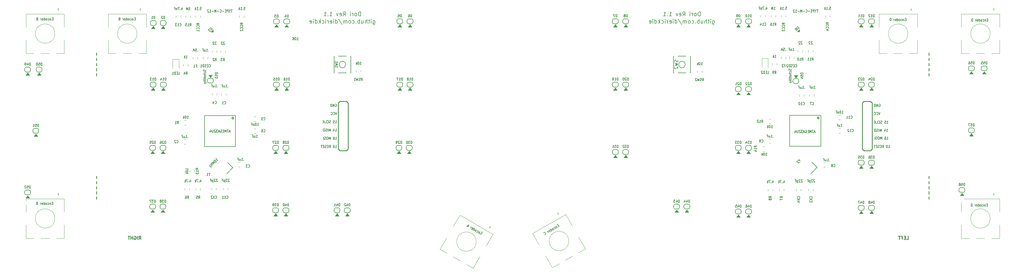
<source format=gbo>
G04 #@! TF.GenerationSoftware,KiCad,Pcbnew,(5.1.4-0-10_14)*
G04 #@! TF.CreationDate,2020-08-04T22:57:21-05:00*
G04 #@! TF.ProjectId,Dori,446f7269-2e6b-4696-9361-645f70636258,rev?*
G04 #@! TF.SameCoordinates,Original*
G04 #@! TF.FileFunction,Legend,Bot*
G04 #@! TF.FilePolarity,Positive*
%FSLAX46Y46*%
G04 Gerber Fmt 4.6, Leading zero omitted, Abs format (unit mm)*
G04 Created by KiCad (PCBNEW (5.1.4-0-10_14)) date 2020-08-04 22:57:21*
%MOMM*%
%LPD*%
G04 APERTURE LIST*
%ADD10C,0.150000*%
%ADD11C,0.250000*%
%ADD12C,0.200000*%
%ADD13C,0.120000*%
%ADD14C,0.100000*%
%ADD15C,0.203200*%
%ADD16C,0.254000*%
%ADD17C,1.252000*%
%ADD18C,4.089800*%
%ADD19C,1.803800*%
%ADD20C,2.642000*%
%ADD21C,3.602000*%
%ADD22C,0.902000*%
%ADD23C,2.102000*%
%ADD24R,2.102000X3.302000*%
%ADD25R,2.102000X2.102000*%
%ADD26C,1.102000*%
%ADD27C,1.702000*%
%ADD28C,1.702000*%
%ADD29C,1.902000*%
%ADD30R,1.900000X0.900000*%
%ADD31R,0.900000X1.900000*%
%ADD32C,0.752000*%
%ADD33R,0.752000X1.162000*%
%ADD34R,1.202000X1.902000*%
%ADD35C,1.803400*%
%ADD36C,0.702000*%
%ADD37O,1.402000X2.502000*%
%ADD38C,0.402000*%
%ADD39O,1.402000X2.002000*%
G04 APERTURE END LIST*
D10*
X391933333Y-105342857D02*
X391700000Y-105342857D01*
X391600000Y-105761904D02*
X391933333Y-105761904D01*
X391933333Y-104961904D01*
X391600000Y-104961904D01*
X391300000Y-105228571D02*
X391300000Y-105761904D01*
X391300000Y-105304761D02*
X391266666Y-105266666D01*
X391200000Y-105228571D01*
X391100000Y-105228571D01*
X391033333Y-105266666D01*
X391000000Y-105342857D01*
X391000000Y-105761904D01*
X390366666Y-105723809D02*
X390433333Y-105761904D01*
X390566666Y-105761904D01*
X390633333Y-105723809D01*
X390666666Y-105685714D01*
X390700000Y-105609523D01*
X390700000Y-105380952D01*
X390666666Y-105304761D01*
X390633333Y-105266666D01*
X390566666Y-105228571D01*
X390433333Y-105228571D01*
X390366666Y-105266666D01*
X389966666Y-105761904D02*
X390033333Y-105723809D01*
X390066666Y-105685714D01*
X390100000Y-105609523D01*
X390100000Y-105380952D01*
X390066666Y-105304761D01*
X390033333Y-105266666D01*
X389966666Y-105228571D01*
X389866666Y-105228571D01*
X389800000Y-105266666D01*
X389766666Y-105304761D01*
X389733333Y-105380952D01*
X389733333Y-105609523D01*
X389766666Y-105685714D01*
X389800000Y-105723809D01*
X389866666Y-105761904D01*
X389966666Y-105761904D01*
X389133333Y-105761904D02*
X389133333Y-104961904D01*
X389133333Y-105723809D02*
X389200000Y-105761904D01*
X389333333Y-105761904D01*
X389400000Y-105723809D01*
X389433333Y-105685714D01*
X389466666Y-105609523D01*
X389466666Y-105380952D01*
X389433333Y-105304761D01*
X389400000Y-105266666D01*
X389333333Y-105228571D01*
X389200000Y-105228571D01*
X389133333Y-105266666D01*
X388533333Y-105723809D02*
X388600000Y-105761904D01*
X388733333Y-105761904D01*
X388800000Y-105723809D01*
X388833333Y-105647619D01*
X388833333Y-105342857D01*
X388800000Y-105266666D01*
X388733333Y-105228571D01*
X388600000Y-105228571D01*
X388533333Y-105266666D01*
X388500000Y-105342857D01*
X388500000Y-105419047D01*
X388833333Y-105495238D01*
X388200000Y-105761904D02*
X388200000Y-105228571D01*
X388200000Y-105380952D02*
X388166666Y-105304761D01*
X388133333Y-105266666D01*
X388066666Y-105228571D01*
X388000000Y-105228571D01*
X387233333Y-105761904D02*
X387233333Y-104961904D01*
X387066666Y-104961904D01*
X386966666Y-105000000D01*
X386900000Y-105076190D01*
X386866666Y-105152380D01*
X386833333Y-105304761D01*
X386833333Y-105419047D01*
X386866666Y-105571428D01*
X386900000Y-105647619D01*
X386966666Y-105723809D01*
X387066666Y-105761904D01*
X387233333Y-105761904D01*
X392033333Y-48142857D02*
X391800000Y-48142857D01*
X391700000Y-48561904D02*
X392033333Y-48561904D01*
X392033333Y-47761904D01*
X391700000Y-47761904D01*
X391400000Y-48028571D02*
X391400000Y-48561904D01*
X391400000Y-48104761D02*
X391366666Y-48066666D01*
X391300000Y-48028571D01*
X391200000Y-48028571D01*
X391133333Y-48066666D01*
X391100000Y-48142857D01*
X391100000Y-48561904D01*
X390466666Y-48523809D02*
X390533333Y-48561904D01*
X390666666Y-48561904D01*
X390733333Y-48523809D01*
X390766666Y-48485714D01*
X390800000Y-48409523D01*
X390800000Y-48180952D01*
X390766666Y-48104761D01*
X390733333Y-48066666D01*
X390666666Y-48028571D01*
X390533333Y-48028571D01*
X390466666Y-48066666D01*
X390066666Y-48561904D02*
X390133333Y-48523809D01*
X390166666Y-48485714D01*
X390200000Y-48409523D01*
X390200000Y-48180952D01*
X390166666Y-48104761D01*
X390133333Y-48066666D01*
X390066666Y-48028571D01*
X389966666Y-48028571D01*
X389900000Y-48066666D01*
X389866666Y-48104761D01*
X389833333Y-48180952D01*
X389833333Y-48409523D01*
X389866666Y-48485714D01*
X389900000Y-48523809D01*
X389966666Y-48561904D01*
X390066666Y-48561904D01*
X389233333Y-48561904D02*
X389233333Y-47761904D01*
X389233333Y-48523809D02*
X389300000Y-48561904D01*
X389433333Y-48561904D01*
X389500000Y-48523809D01*
X389533333Y-48485714D01*
X389566666Y-48409523D01*
X389566666Y-48180952D01*
X389533333Y-48104761D01*
X389500000Y-48066666D01*
X389433333Y-48028571D01*
X389300000Y-48028571D01*
X389233333Y-48066666D01*
X388633333Y-48523809D02*
X388700000Y-48561904D01*
X388833333Y-48561904D01*
X388900000Y-48523809D01*
X388933333Y-48447619D01*
X388933333Y-48142857D01*
X388900000Y-48066666D01*
X388833333Y-48028571D01*
X388700000Y-48028571D01*
X388633333Y-48066666D01*
X388600000Y-48142857D01*
X388600000Y-48219047D01*
X388933333Y-48295238D01*
X388300000Y-48561904D02*
X388300000Y-48028571D01*
X388300000Y-48180952D02*
X388266666Y-48104761D01*
X388233333Y-48066666D01*
X388166666Y-48028571D01*
X388100000Y-48028571D01*
X387333333Y-48561904D02*
X387333333Y-47761904D01*
X387166666Y-47761904D01*
X387066666Y-47800000D01*
X387000000Y-47876190D01*
X386966666Y-47952380D01*
X386933333Y-48104761D01*
X386933333Y-48219047D01*
X386966666Y-48371428D01*
X387000000Y-48447619D01*
X387066666Y-48523809D01*
X387166666Y-48561904D01*
X387333333Y-48561904D01*
X366833333Y-47992857D02*
X366600000Y-47992857D01*
X366500000Y-48411904D02*
X366833333Y-48411904D01*
X366833333Y-47611904D01*
X366500000Y-47611904D01*
X366200000Y-47878571D02*
X366200000Y-48411904D01*
X366200000Y-47954761D02*
X366166666Y-47916666D01*
X366100000Y-47878571D01*
X366000000Y-47878571D01*
X365933333Y-47916666D01*
X365900000Y-47992857D01*
X365900000Y-48411904D01*
X365266666Y-48373809D02*
X365333333Y-48411904D01*
X365466666Y-48411904D01*
X365533333Y-48373809D01*
X365566666Y-48335714D01*
X365600000Y-48259523D01*
X365600000Y-48030952D01*
X365566666Y-47954761D01*
X365533333Y-47916666D01*
X365466666Y-47878571D01*
X365333333Y-47878571D01*
X365266666Y-47916666D01*
X364866666Y-48411904D02*
X364933333Y-48373809D01*
X364966666Y-48335714D01*
X365000000Y-48259523D01*
X365000000Y-48030952D01*
X364966666Y-47954761D01*
X364933333Y-47916666D01*
X364866666Y-47878571D01*
X364766666Y-47878571D01*
X364700000Y-47916666D01*
X364666666Y-47954761D01*
X364633333Y-48030952D01*
X364633333Y-48259523D01*
X364666666Y-48335714D01*
X364700000Y-48373809D01*
X364766666Y-48411904D01*
X364866666Y-48411904D01*
X364033333Y-48411904D02*
X364033333Y-47611904D01*
X364033333Y-48373809D02*
X364100000Y-48411904D01*
X364233333Y-48411904D01*
X364300000Y-48373809D01*
X364333333Y-48335714D01*
X364366666Y-48259523D01*
X364366666Y-48030952D01*
X364333333Y-47954761D01*
X364300000Y-47916666D01*
X364233333Y-47878571D01*
X364100000Y-47878571D01*
X364033333Y-47916666D01*
X363433333Y-48373809D02*
X363500000Y-48411904D01*
X363633333Y-48411904D01*
X363700000Y-48373809D01*
X363733333Y-48297619D01*
X363733333Y-47992857D01*
X363700000Y-47916666D01*
X363633333Y-47878571D01*
X363500000Y-47878571D01*
X363433333Y-47916666D01*
X363400000Y-47992857D01*
X363400000Y-48069047D01*
X363733333Y-48145238D01*
X363100000Y-48411904D02*
X363100000Y-47878571D01*
X363100000Y-48030952D02*
X363066666Y-47954761D01*
X363033333Y-47916666D01*
X362966666Y-47878571D01*
X362900000Y-47878571D01*
X362133333Y-48411904D02*
X362133333Y-47611904D01*
X361966666Y-47611904D01*
X361866666Y-47650000D01*
X361800000Y-47726190D01*
X361766666Y-47802380D01*
X361733333Y-47954761D01*
X361733333Y-48069047D01*
X361766666Y-48221428D01*
X361800000Y-48297619D01*
X361866666Y-48373809D01*
X361966666Y-48411904D01*
X362133333Y-48411904D01*
D11*
X373856250Y-64690625D02*
X373856250Y-65484375D01*
X373856250Y-63103125D02*
X373856250Y-63896875D01*
X373856250Y-61515625D02*
X373856250Y-62309375D01*
X373856250Y-59928125D02*
X373856250Y-60721875D01*
X373856250Y-58340625D02*
X373856250Y-59134375D01*
X373856250Y-102790625D02*
X373856250Y-103584375D01*
X373856250Y-101203125D02*
X373856250Y-101996875D01*
X373856250Y-99615625D02*
X373856250Y-100409375D01*
X373856250Y-98028125D02*
X373856250Y-98821875D01*
X373856250Y-96440625D02*
X373856250Y-97234375D01*
X116681250Y-102790625D02*
X116681250Y-103584375D01*
X116681250Y-101203125D02*
X116681250Y-101996875D01*
X116681250Y-99615625D02*
X116681250Y-100409375D01*
X116681250Y-98028125D02*
X116681250Y-98821875D01*
X116681250Y-96440625D02*
X116681250Y-97234375D01*
X116681250Y-64690625D02*
X116681250Y-65484375D01*
X116681250Y-63103125D02*
X116681250Y-63896875D01*
X116681250Y-61515625D02*
X116681250Y-62309375D01*
X116681250Y-59928125D02*
X116681250Y-60721875D01*
D12*
X198314761Y-46925476D02*
X198314761Y-45675476D01*
X198017142Y-45675476D01*
X197838571Y-45735000D01*
X197719523Y-45854047D01*
X197660000Y-45973095D01*
X197600476Y-46211190D01*
X197600476Y-46389761D01*
X197660000Y-46627857D01*
X197719523Y-46746904D01*
X197838571Y-46865952D01*
X198017142Y-46925476D01*
X198314761Y-46925476D01*
X196886190Y-46925476D02*
X197005238Y-46865952D01*
X197064761Y-46806428D01*
X197124285Y-46687380D01*
X197124285Y-46330238D01*
X197064761Y-46211190D01*
X197005238Y-46151666D01*
X196886190Y-46092142D01*
X196707619Y-46092142D01*
X196588571Y-46151666D01*
X196529047Y-46211190D01*
X196469523Y-46330238D01*
X196469523Y-46687380D01*
X196529047Y-46806428D01*
X196588571Y-46865952D01*
X196707619Y-46925476D01*
X196886190Y-46925476D01*
X195933809Y-46925476D02*
X195933809Y-46092142D01*
X195933809Y-46330238D02*
X195874285Y-46211190D01*
X195814761Y-46151666D01*
X195695714Y-46092142D01*
X195576666Y-46092142D01*
X195160000Y-46925476D02*
X195160000Y-46092142D01*
X195160000Y-45675476D02*
X195219523Y-45735000D01*
X195160000Y-45794523D01*
X195100476Y-45735000D01*
X195160000Y-45675476D01*
X195160000Y-45794523D01*
X192898095Y-46925476D02*
X193314761Y-46330238D01*
X193612380Y-46925476D02*
X193612380Y-45675476D01*
X193136190Y-45675476D01*
X193017142Y-45735000D01*
X192957619Y-45794523D01*
X192898095Y-45913571D01*
X192898095Y-46092142D01*
X192957619Y-46211190D01*
X193017142Y-46270714D01*
X193136190Y-46330238D01*
X193612380Y-46330238D01*
X191886190Y-46865952D02*
X192005238Y-46925476D01*
X192243333Y-46925476D01*
X192362380Y-46865952D01*
X192421904Y-46746904D01*
X192421904Y-46270714D01*
X192362380Y-46151666D01*
X192243333Y-46092142D01*
X192005238Y-46092142D01*
X191886190Y-46151666D01*
X191826666Y-46270714D01*
X191826666Y-46389761D01*
X192421904Y-46508809D01*
X191410000Y-46092142D02*
X191112380Y-46925476D01*
X190814761Y-46092142D01*
X188731428Y-46925476D02*
X189445714Y-46925476D01*
X189088571Y-46925476D02*
X189088571Y-45675476D01*
X189207619Y-45854047D01*
X189326666Y-45973095D01*
X189445714Y-46032619D01*
X188195714Y-46806428D02*
X188136190Y-46865952D01*
X188195714Y-46925476D01*
X188255238Y-46865952D01*
X188195714Y-46806428D01*
X188195714Y-46925476D01*
X186945714Y-46925476D02*
X187660000Y-46925476D01*
X187302857Y-46925476D02*
X187302857Y-45675476D01*
X187421904Y-45854047D01*
X187540952Y-45973095D01*
X187660000Y-46032619D01*
X202153291Y-48372142D02*
X202153291Y-49384047D01*
X202212815Y-49503095D01*
X202272339Y-49562619D01*
X202391386Y-49622142D01*
X202569958Y-49622142D01*
X202689005Y-49562619D01*
X202153291Y-49145952D02*
X202272339Y-49205476D01*
X202510434Y-49205476D01*
X202629482Y-49145952D01*
X202689005Y-49086428D01*
X202748529Y-48967380D01*
X202748529Y-48610238D01*
X202689005Y-48491190D01*
X202629482Y-48431666D01*
X202510434Y-48372142D01*
X202272339Y-48372142D01*
X202153291Y-48431666D01*
X201558053Y-49205476D02*
X201558053Y-48372142D01*
X201558053Y-47955476D02*
X201617577Y-48015000D01*
X201558053Y-48074523D01*
X201498529Y-48015000D01*
X201558053Y-47955476D01*
X201558053Y-48074523D01*
X201141386Y-48372142D02*
X200665196Y-48372142D01*
X200962815Y-47955476D02*
X200962815Y-49026904D01*
X200903291Y-49145952D01*
X200784244Y-49205476D01*
X200665196Y-49205476D01*
X200248529Y-49205476D02*
X200248529Y-47955476D01*
X199712815Y-49205476D02*
X199712815Y-48550714D01*
X199772339Y-48431666D01*
X199891386Y-48372142D01*
X200069958Y-48372142D01*
X200189005Y-48431666D01*
X200248529Y-48491190D01*
X198581863Y-48372142D02*
X198581863Y-49205476D01*
X199117577Y-48372142D02*
X199117577Y-49026904D01*
X199058053Y-49145952D01*
X198939005Y-49205476D01*
X198760434Y-49205476D01*
X198641386Y-49145952D01*
X198581863Y-49086428D01*
X197986624Y-49205476D02*
X197986624Y-47955476D01*
X197986624Y-48431666D02*
X197867577Y-48372142D01*
X197629482Y-48372142D01*
X197510434Y-48431666D01*
X197450910Y-48491190D01*
X197391386Y-48610238D01*
X197391386Y-48967380D01*
X197450910Y-49086428D01*
X197510434Y-49145952D01*
X197629482Y-49205476D01*
X197867577Y-49205476D01*
X197986624Y-49145952D01*
X196855672Y-49086428D02*
X196796148Y-49145952D01*
X196855672Y-49205476D01*
X196915196Y-49145952D01*
X196855672Y-49086428D01*
X196855672Y-49205476D01*
X195724720Y-49145952D02*
X195843767Y-49205476D01*
X196081863Y-49205476D01*
X196200910Y-49145952D01*
X196260434Y-49086428D01*
X196319958Y-48967380D01*
X196319958Y-48610238D01*
X196260434Y-48491190D01*
X196200910Y-48431666D01*
X196081863Y-48372142D01*
X195843767Y-48372142D01*
X195724720Y-48431666D01*
X195010434Y-49205476D02*
X195129482Y-49145952D01*
X195189005Y-49086428D01*
X195248529Y-48967380D01*
X195248529Y-48610238D01*
X195189005Y-48491190D01*
X195129482Y-48431666D01*
X195010434Y-48372142D01*
X194831863Y-48372142D01*
X194712815Y-48431666D01*
X194653291Y-48491190D01*
X194593767Y-48610238D01*
X194593767Y-48967380D01*
X194653291Y-49086428D01*
X194712815Y-49145952D01*
X194831863Y-49205476D01*
X195010434Y-49205476D01*
X194058053Y-49205476D02*
X194058053Y-48372142D01*
X194058053Y-48491190D02*
X193998529Y-48431666D01*
X193879482Y-48372142D01*
X193700910Y-48372142D01*
X193581863Y-48431666D01*
X193522339Y-48550714D01*
X193522339Y-49205476D01*
X193522339Y-48550714D02*
X193462815Y-48431666D01*
X193343767Y-48372142D01*
X193165196Y-48372142D01*
X193046148Y-48431666D01*
X192986624Y-48550714D01*
X192986624Y-49205476D01*
X191498529Y-47895952D02*
X192569958Y-49503095D01*
X190546148Y-49205476D02*
X190546148Y-47955476D01*
X190546148Y-49145952D02*
X190665196Y-49205476D01*
X190903291Y-49205476D01*
X191022339Y-49145952D01*
X191081863Y-49086428D01*
X191141386Y-48967380D01*
X191141386Y-48610238D01*
X191081863Y-48491190D01*
X191022339Y-48431666D01*
X190903291Y-48372142D01*
X190665196Y-48372142D01*
X190546148Y-48431666D01*
X189950910Y-49205476D02*
X189950910Y-48372142D01*
X189950910Y-47955476D02*
X190010434Y-48015000D01*
X189950910Y-48074523D01*
X189891386Y-48015000D01*
X189950910Y-47955476D01*
X189950910Y-48074523D01*
X188879482Y-49145952D02*
X188998529Y-49205476D01*
X189236624Y-49205476D01*
X189355672Y-49145952D01*
X189415196Y-49026904D01*
X189415196Y-48550714D01*
X189355672Y-48431666D01*
X189236624Y-48372142D01*
X188998529Y-48372142D01*
X188879482Y-48431666D01*
X188819958Y-48550714D01*
X188819958Y-48669761D01*
X189415196Y-48788809D01*
X188284244Y-49205476D02*
X188284244Y-48372142D01*
X188284244Y-48610238D02*
X188224720Y-48491190D01*
X188165196Y-48431666D01*
X188046148Y-48372142D01*
X187927101Y-48372142D01*
X187510434Y-49205476D02*
X187510434Y-48372142D01*
X187510434Y-47955476D02*
X187569958Y-48015000D01*
X187510434Y-48074523D01*
X187450910Y-48015000D01*
X187510434Y-47955476D01*
X187510434Y-48074523D01*
X186379482Y-49145952D02*
X186498529Y-49205476D01*
X186736624Y-49205476D01*
X186855672Y-49145952D01*
X186915196Y-49086428D01*
X186974720Y-48967380D01*
X186974720Y-48610238D01*
X186915196Y-48491190D01*
X186855672Y-48431666D01*
X186736624Y-48372142D01*
X186498529Y-48372142D01*
X186379482Y-48431666D01*
X185843767Y-49205476D02*
X185843767Y-47955476D01*
X185724720Y-48729285D02*
X185367577Y-49205476D01*
X185367577Y-48372142D02*
X185843767Y-48848333D01*
X184296148Y-49205476D02*
X184296148Y-47955476D01*
X184296148Y-49145952D02*
X184415196Y-49205476D01*
X184653291Y-49205476D01*
X184772339Y-49145952D01*
X184831863Y-49086428D01*
X184891386Y-48967380D01*
X184891386Y-48610238D01*
X184831863Y-48491190D01*
X184772339Y-48431666D01*
X184653291Y-48372142D01*
X184415196Y-48372142D01*
X184296148Y-48431666D01*
X183700910Y-49205476D02*
X183700910Y-48372142D01*
X183700910Y-47955476D02*
X183760434Y-48015000D01*
X183700910Y-48074523D01*
X183641386Y-48015000D01*
X183700910Y-47955476D01*
X183700910Y-48074523D01*
X182629482Y-49145952D02*
X182748529Y-49205476D01*
X182986624Y-49205476D01*
X183105672Y-49145952D01*
X183165196Y-49026904D01*
X183165196Y-48550714D01*
X183105672Y-48431666D01*
X182986624Y-48372142D01*
X182748529Y-48372142D01*
X182629482Y-48431666D01*
X182569958Y-48550714D01*
X182569958Y-48669761D01*
X183165196Y-48788809D01*
D11*
X366892380Y-115972380D02*
X367368571Y-115972380D01*
X367368571Y-114972380D01*
X366559047Y-115448571D02*
X366225714Y-115448571D01*
X366082857Y-115972380D02*
X366559047Y-115972380D01*
X366559047Y-114972380D01*
X366082857Y-114972380D01*
X365320952Y-115448571D02*
X365654285Y-115448571D01*
X365654285Y-115972380D02*
X365654285Y-114972380D01*
X365178095Y-114972380D01*
X364940000Y-114972380D02*
X364368571Y-114972380D01*
X364654285Y-115972380D02*
X364654285Y-114972380D01*
X129773333Y-115972380D02*
X130106666Y-115496190D01*
X130344761Y-115972380D02*
X130344761Y-114972380D01*
X129963809Y-114972380D01*
X129868571Y-115020000D01*
X129820952Y-115067619D01*
X129773333Y-115162857D01*
X129773333Y-115305714D01*
X129820952Y-115400952D01*
X129868571Y-115448571D01*
X129963809Y-115496190D01*
X130344761Y-115496190D01*
X129344761Y-115972380D02*
X129344761Y-114972380D01*
X128344761Y-115020000D02*
X128440000Y-114972380D01*
X128582857Y-114972380D01*
X128725714Y-115020000D01*
X128820952Y-115115238D01*
X128868571Y-115210476D01*
X128916190Y-115400952D01*
X128916190Y-115543809D01*
X128868571Y-115734285D01*
X128820952Y-115829523D01*
X128725714Y-115924761D01*
X128582857Y-115972380D01*
X128487619Y-115972380D01*
X128344761Y-115924761D01*
X128297142Y-115877142D01*
X128297142Y-115543809D01*
X128487619Y-115543809D01*
X127868571Y-115972380D02*
X127868571Y-114972380D01*
X127868571Y-115448571D02*
X127297142Y-115448571D01*
X127297142Y-115972380D02*
X127297142Y-114972380D01*
X126963809Y-114972380D02*
X126392380Y-114972380D01*
X126678095Y-115972380D02*
X126678095Y-114972380D01*
D10*
X235679201Y-114142179D02*
X235477128Y-114025512D01*
X235181002Y-114338418D02*
X235469677Y-114505085D01*
X235869677Y-113812265D01*
X235581002Y-113645598D01*
X235187861Y-113726538D02*
X234921194Y-114188418D01*
X235149766Y-113792521D02*
X235139946Y-113742863D01*
X235101258Y-113676538D01*
X235014656Y-113626538D01*
X234937873Y-113626196D01*
X234870910Y-113675512D01*
X234661386Y-114038418D01*
X234131951Y-113688760D02*
X234170639Y-113755085D01*
X234286109Y-113821752D01*
X234362891Y-113822093D01*
X234410807Y-113805769D01*
X234477769Y-113756452D01*
X234592055Y-113558504D01*
X234601283Y-113475854D01*
X234591463Y-113426196D01*
X234552775Y-113359871D01*
X234437305Y-113293205D01*
X234360523Y-113292863D01*
X233766494Y-113521752D02*
X233843276Y-113522093D01*
X233891191Y-113505769D01*
X233958154Y-113456452D01*
X234072440Y-113258504D01*
X234081668Y-113175854D01*
X234071848Y-113126196D01*
X234033160Y-113059871D01*
X233946558Y-113009871D01*
X233869775Y-113009529D01*
X233821860Y-113025854D01*
X233754897Y-113075170D01*
X233640611Y-113273119D01*
X233631384Y-113355769D01*
X233641204Y-113405427D01*
X233679891Y-113471752D01*
X233766494Y-113521752D01*
X233044806Y-113105085D02*
X233444806Y-112412265D01*
X233063853Y-113072093D02*
X233102541Y-113138418D01*
X233218011Y-113205085D01*
X233294793Y-113205427D01*
X233342709Y-113189102D01*
X233409671Y-113139786D01*
X233523957Y-112941837D01*
X233533185Y-112859188D01*
X233523365Y-112809529D01*
X233484677Y-112743205D01*
X233369207Y-112676538D01*
X233292425Y-112676196D01*
X232544238Y-112772093D02*
X232582926Y-112838418D01*
X232698396Y-112905085D01*
X232775178Y-112905427D01*
X232842141Y-112856111D01*
X232994522Y-112592179D01*
X233003750Y-112509529D01*
X232965062Y-112443205D01*
X232849592Y-112376538D01*
X232772810Y-112376196D01*
X232705847Y-112425512D01*
X232667752Y-112491495D01*
X232918331Y-112724145D01*
X232236515Y-112638418D02*
X232503182Y-112176538D01*
X232426992Y-112308504D02*
X232436219Y-112225854D01*
X232426399Y-112176196D01*
X232387712Y-112109871D01*
X232329977Y-112076538D01*
X231542511Y-111973803D02*
X231253836Y-111807136D01*
X231485960Y-112205085D02*
X231683887Y-111395598D01*
X231081815Y-111971752D01*
X259365359Y-111683846D02*
X259163287Y-111800512D01*
X259286208Y-112213418D02*
X259574883Y-112046752D01*
X259174883Y-111353931D01*
X258886208Y-111520598D01*
X258759733Y-111901538D02*
X259026400Y-112363418D01*
X258797829Y-111967521D02*
X258749914Y-111951196D01*
X258673131Y-111951538D01*
X258586528Y-112001538D01*
X258547841Y-112067863D01*
X258557069Y-112150512D01*
X258766593Y-112513418D01*
X258199062Y-112797093D02*
X258275845Y-112796752D01*
X258391315Y-112730085D01*
X258430002Y-112663760D01*
X258439822Y-112614102D01*
X258430594Y-112531452D01*
X258316309Y-112333504D01*
X258249346Y-112284188D01*
X258201431Y-112267863D01*
X258124648Y-112268205D01*
X258009178Y-112334871D01*
X257970491Y-112401196D01*
X257871700Y-113030085D02*
X257910387Y-112963760D01*
X257920207Y-112914102D01*
X257910979Y-112831452D01*
X257796693Y-112633504D01*
X257729731Y-112584188D01*
X257681816Y-112567863D01*
X257605033Y-112568205D01*
X257518430Y-112618205D01*
X257479743Y-112684529D01*
X257469923Y-112734188D01*
X257479151Y-112816837D01*
X257593437Y-113014786D01*
X257660399Y-113064102D01*
X257708314Y-113080427D01*
X257785097Y-113080085D01*
X257871700Y-113030085D01*
X257150012Y-113446752D02*
X256750012Y-112753931D01*
X257130964Y-113413760D02*
X257207747Y-113413418D01*
X257323217Y-113346752D01*
X257361904Y-113280427D01*
X257371724Y-113230769D01*
X257362496Y-113148119D01*
X257248211Y-112950170D01*
X257181248Y-112900854D01*
X257133333Y-112884529D01*
X257056550Y-112884871D01*
X256941080Y-112951538D01*
X256902393Y-113017863D01*
X256611349Y-113713760D02*
X256688132Y-113713418D01*
X256803602Y-113646752D01*
X256842289Y-113580427D01*
X256833061Y-113497777D01*
X256680680Y-113233846D01*
X256613718Y-113184529D01*
X256536935Y-113184871D01*
X256421465Y-113251538D01*
X256382777Y-113317863D01*
X256392005Y-113400512D01*
X256430100Y-113466495D01*
X256756871Y-113365811D01*
X256341721Y-113913418D02*
X256075055Y-113451538D01*
X256151245Y-113583504D02*
X256084282Y-113534188D01*
X256036367Y-113517863D01*
X255959585Y-113518205D01*
X255901850Y-113551538D01*
X255120058Y-114530769D02*
X255167973Y-114547093D01*
X255273623Y-114530085D01*
X255331358Y-114496752D01*
X255398913Y-114413760D01*
X255418553Y-114314444D01*
X255409325Y-114231794D01*
X255362002Y-114083162D01*
X255304860Y-113984188D01*
X255199802Y-113868888D01*
X255132839Y-113819572D01*
X255037009Y-113786923D01*
X254931358Y-113803931D01*
X254873623Y-113837265D01*
X254806068Y-113920256D01*
X254796249Y-113969914D01*
X103233333Y-104822857D02*
X103000000Y-104822857D01*
X102900000Y-105241904D02*
X103233333Y-105241904D01*
X103233333Y-104441904D01*
X102900000Y-104441904D01*
X102600000Y-104708571D02*
X102600000Y-105241904D01*
X102600000Y-104784761D02*
X102566666Y-104746666D01*
X102500000Y-104708571D01*
X102400000Y-104708571D01*
X102333333Y-104746666D01*
X102300000Y-104822857D01*
X102300000Y-105241904D01*
X101666666Y-105203809D02*
X101733333Y-105241904D01*
X101866666Y-105241904D01*
X101933333Y-105203809D01*
X101966666Y-105165714D01*
X102000000Y-105089523D01*
X102000000Y-104860952D01*
X101966666Y-104784761D01*
X101933333Y-104746666D01*
X101866666Y-104708571D01*
X101733333Y-104708571D01*
X101666666Y-104746666D01*
X101266666Y-105241904D02*
X101333333Y-105203809D01*
X101366666Y-105165714D01*
X101400000Y-105089523D01*
X101400000Y-104860952D01*
X101366666Y-104784761D01*
X101333333Y-104746666D01*
X101266666Y-104708571D01*
X101166666Y-104708571D01*
X101100000Y-104746666D01*
X101066666Y-104784761D01*
X101033333Y-104860952D01*
X101033333Y-105089523D01*
X101066666Y-105165714D01*
X101100000Y-105203809D01*
X101166666Y-105241904D01*
X101266666Y-105241904D01*
X100433333Y-105241904D02*
X100433333Y-104441904D01*
X100433333Y-105203809D02*
X100500000Y-105241904D01*
X100633333Y-105241904D01*
X100700000Y-105203809D01*
X100733333Y-105165714D01*
X100766666Y-105089523D01*
X100766666Y-104860952D01*
X100733333Y-104784761D01*
X100700000Y-104746666D01*
X100633333Y-104708571D01*
X100500000Y-104708571D01*
X100433333Y-104746666D01*
X99833333Y-105203809D02*
X99900000Y-105241904D01*
X100033333Y-105241904D01*
X100100000Y-105203809D01*
X100133333Y-105127619D01*
X100133333Y-104822857D01*
X100100000Y-104746666D01*
X100033333Y-104708571D01*
X99900000Y-104708571D01*
X99833333Y-104746666D01*
X99800000Y-104822857D01*
X99800000Y-104899047D01*
X100133333Y-104975238D01*
X99500000Y-105241904D02*
X99500000Y-104708571D01*
X99500000Y-104860952D02*
X99466666Y-104784761D01*
X99433333Y-104746666D01*
X99366666Y-104708571D01*
X99300000Y-104708571D01*
X98300000Y-104822857D02*
X98200000Y-104860952D01*
X98166666Y-104899047D01*
X98133333Y-104975238D01*
X98133333Y-105089523D01*
X98166666Y-105165714D01*
X98200000Y-105203809D01*
X98266666Y-105241904D01*
X98533333Y-105241904D01*
X98533333Y-104441904D01*
X98300000Y-104441904D01*
X98233333Y-104480000D01*
X98200000Y-104518095D01*
X98166666Y-104594285D01*
X98166666Y-104670476D01*
X98200000Y-104746666D01*
X98233333Y-104784761D01*
X98300000Y-104822857D01*
X98533333Y-104822857D01*
X128693333Y-47822857D02*
X128460000Y-47822857D01*
X128360000Y-48241904D02*
X128693333Y-48241904D01*
X128693333Y-47441904D01*
X128360000Y-47441904D01*
X128060000Y-47708571D02*
X128060000Y-48241904D01*
X128060000Y-47784761D02*
X128026666Y-47746666D01*
X127960000Y-47708571D01*
X127860000Y-47708571D01*
X127793333Y-47746666D01*
X127760000Y-47822857D01*
X127760000Y-48241904D01*
X127126666Y-48203809D02*
X127193333Y-48241904D01*
X127326666Y-48241904D01*
X127393333Y-48203809D01*
X127426666Y-48165714D01*
X127460000Y-48089523D01*
X127460000Y-47860952D01*
X127426666Y-47784761D01*
X127393333Y-47746666D01*
X127326666Y-47708571D01*
X127193333Y-47708571D01*
X127126666Y-47746666D01*
X126726666Y-48241904D02*
X126793333Y-48203809D01*
X126826666Y-48165714D01*
X126860000Y-48089523D01*
X126860000Y-47860952D01*
X126826666Y-47784761D01*
X126793333Y-47746666D01*
X126726666Y-47708571D01*
X126626666Y-47708571D01*
X126560000Y-47746666D01*
X126526666Y-47784761D01*
X126493333Y-47860952D01*
X126493333Y-48089523D01*
X126526666Y-48165714D01*
X126560000Y-48203809D01*
X126626666Y-48241904D01*
X126726666Y-48241904D01*
X125893333Y-48241904D02*
X125893333Y-47441904D01*
X125893333Y-48203809D02*
X125960000Y-48241904D01*
X126093333Y-48241904D01*
X126160000Y-48203809D01*
X126193333Y-48165714D01*
X126226666Y-48089523D01*
X126226666Y-47860952D01*
X126193333Y-47784761D01*
X126160000Y-47746666D01*
X126093333Y-47708571D01*
X125960000Y-47708571D01*
X125893333Y-47746666D01*
X125293333Y-48203809D02*
X125360000Y-48241904D01*
X125493333Y-48241904D01*
X125560000Y-48203809D01*
X125593333Y-48127619D01*
X125593333Y-47822857D01*
X125560000Y-47746666D01*
X125493333Y-47708571D01*
X125360000Y-47708571D01*
X125293333Y-47746666D01*
X125260000Y-47822857D01*
X125260000Y-47899047D01*
X125593333Y-47975238D01*
X124960000Y-48241904D02*
X124960000Y-47708571D01*
X124960000Y-47860952D02*
X124926666Y-47784761D01*
X124893333Y-47746666D01*
X124826666Y-47708571D01*
X124760000Y-47708571D01*
X123760000Y-47822857D02*
X123660000Y-47860952D01*
X123626666Y-47899047D01*
X123593333Y-47975238D01*
X123593333Y-48089523D01*
X123626666Y-48165714D01*
X123660000Y-48203809D01*
X123726666Y-48241904D01*
X123993333Y-48241904D01*
X123993333Y-47441904D01*
X123760000Y-47441904D01*
X123693333Y-47480000D01*
X123660000Y-47518095D01*
X123626666Y-47594285D01*
X123626666Y-47670476D01*
X123660000Y-47746666D01*
X123693333Y-47784761D01*
X123760000Y-47822857D01*
X123993333Y-47822857D01*
X103293333Y-47822857D02*
X103060000Y-47822857D01*
X102960000Y-48241904D02*
X103293333Y-48241904D01*
X103293333Y-47441904D01*
X102960000Y-47441904D01*
X102660000Y-47708571D02*
X102660000Y-48241904D01*
X102660000Y-47784761D02*
X102626666Y-47746666D01*
X102560000Y-47708571D01*
X102460000Y-47708571D01*
X102393333Y-47746666D01*
X102360000Y-47822857D01*
X102360000Y-48241904D01*
X101726666Y-48203809D02*
X101793333Y-48241904D01*
X101926666Y-48241904D01*
X101993333Y-48203809D01*
X102026666Y-48165714D01*
X102060000Y-48089523D01*
X102060000Y-47860952D01*
X102026666Y-47784761D01*
X101993333Y-47746666D01*
X101926666Y-47708571D01*
X101793333Y-47708571D01*
X101726666Y-47746666D01*
X101326666Y-48241904D02*
X101393333Y-48203809D01*
X101426666Y-48165714D01*
X101460000Y-48089523D01*
X101460000Y-47860952D01*
X101426666Y-47784761D01*
X101393333Y-47746666D01*
X101326666Y-47708571D01*
X101226666Y-47708571D01*
X101160000Y-47746666D01*
X101126666Y-47784761D01*
X101093333Y-47860952D01*
X101093333Y-48089523D01*
X101126666Y-48165714D01*
X101160000Y-48203809D01*
X101226666Y-48241904D01*
X101326666Y-48241904D01*
X100493333Y-48241904D02*
X100493333Y-47441904D01*
X100493333Y-48203809D02*
X100560000Y-48241904D01*
X100693333Y-48241904D01*
X100760000Y-48203809D01*
X100793333Y-48165714D01*
X100826666Y-48089523D01*
X100826666Y-47860952D01*
X100793333Y-47784761D01*
X100760000Y-47746666D01*
X100693333Y-47708571D01*
X100560000Y-47708571D01*
X100493333Y-47746666D01*
X99893333Y-48203809D02*
X99960000Y-48241904D01*
X100093333Y-48241904D01*
X100160000Y-48203809D01*
X100193333Y-48127619D01*
X100193333Y-47822857D01*
X100160000Y-47746666D01*
X100093333Y-47708571D01*
X99960000Y-47708571D01*
X99893333Y-47746666D01*
X99860000Y-47822857D01*
X99860000Y-47899047D01*
X100193333Y-47975238D01*
X99560000Y-48241904D02*
X99560000Y-47708571D01*
X99560000Y-47860952D02*
X99526666Y-47784761D01*
X99493333Y-47746666D01*
X99426666Y-47708571D01*
X99360000Y-47708571D01*
X98360000Y-47822857D02*
X98260000Y-47860952D01*
X98226666Y-47899047D01*
X98193333Y-47975238D01*
X98193333Y-48089523D01*
X98226666Y-48165714D01*
X98260000Y-48203809D01*
X98326666Y-48241904D01*
X98593333Y-48241904D01*
X98593333Y-47441904D01*
X98360000Y-47441904D01*
X98293333Y-47480000D01*
X98260000Y-47518095D01*
X98226666Y-47594285D01*
X98226666Y-47670476D01*
X98260000Y-47746666D01*
X98293333Y-47784761D01*
X98360000Y-47822857D01*
X98593333Y-47822857D01*
D11*
X116681250Y-58340625D02*
X116681250Y-59134375D01*
D12*
X307033291Y-48372142D02*
X307033291Y-49384047D01*
X307092815Y-49503095D01*
X307152339Y-49562619D01*
X307271386Y-49622142D01*
X307449958Y-49622142D01*
X307569005Y-49562619D01*
X307033291Y-49145952D02*
X307152339Y-49205476D01*
X307390434Y-49205476D01*
X307509482Y-49145952D01*
X307569005Y-49086428D01*
X307628529Y-48967380D01*
X307628529Y-48610238D01*
X307569005Y-48491190D01*
X307509482Y-48431666D01*
X307390434Y-48372142D01*
X307152339Y-48372142D01*
X307033291Y-48431666D01*
X306438053Y-49205476D02*
X306438053Y-48372142D01*
X306438053Y-47955476D02*
X306497577Y-48015000D01*
X306438053Y-48074523D01*
X306378529Y-48015000D01*
X306438053Y-47955476D01*
X306438053Y-48074523D01*
X306021386Y-48372142D02*
X305545196Y-48372142D01*
X305842815Y-47955476D02*
X305842815Y-49026904D01*
X305783291Y-49145952D01*
X305664244Y-49205476D01*
X305545196Y-49205476D01*
X305128529Y-49205476D02*
X305128529Y-47955476D01*
X304592815Y-49205476D02*
X304592815Y-48550714D01*
X304652339Y-48431666D01*
X304771386Y-48372142D01*
X304949958Y-48372142D01*
X305069005Y-48431666D01*
X305128529Y-48491190D01*
X303461863Y-48372142D02*
X303461863Y-49205476D01*
X303997577Y-48372142D02*
X303997577Y-49026904D01*
X303938053Y-49145952D01*
X303819005Y-49205476D01*
X303640434Y-49205476D01*
X303521386Y-49145952D01*
X303461863Y-49086428D01*
X302866624Y-49205476D02*
X302866624Y-47955476D01*
X302866624Y-48431666D02*
X302747577Y-48372142D01*
X302509482Y-48372142D01*
X302390434Y-48431666D01*
X302330910Y-48491190D01*
X302271386Y-48610238D01*
X302271386Y-48967380D01*
X302330910Y-49086428D01*
X302390434Y-49145952D01*
X302509482Y-49205476D01*
X302747577Y-49205476D01*
X302866624Y-49145952D01*
X301735672Y-49086428D02*
X301676148Y-49145952D01*
X301735672Y-49205476D01*
X301795196Y-49145952D01*
X301735672Y-49086428D01*
X301735672Y-49205476D01*
X300604720Y-49145952D02*
X300723767Y-49205476D01*
X300961863Y-49205476D01*
X301080910Y-49145952D01*
X301140434Y-49086428D01*
X301199958Y-48967380D01*
X301199958Y-48610238D01*
X301140434Y-48491190D01*
X301080910Y-48431666D01*
X300961863Y-48372142D01*
X300723767Y-48372142D01*
X300604720Y-48431666D01*
X299890434Y-49205476D02*
X300009482Y-49145952D01*
X300069005Y-49086428D01*
X300128529Y-48967380D01*
X300128529Y-48610238D01*
X300069005Y-48491190D01*
X300009482Y-48431666D01*
X299890434Y-48372142D01*
X299711863Y-48372142D01*
X299592815Y-48431666D01*
X299533291Y-48491190D01*
X299473767Y-48610238D01*
X299473767Y-48967380D01*
X299533291Y-49086428D01*
X299592815Y-49145952D01*
X299711863Y-49205476D01*
X299890434Y-49205476D01*
X298938053Y-49205476D02*
X298938053Y-48372142D01*
X298938053Y-48491190D02*
X298878529Y-48431666D01*
X298759482Y-48372142D01*
X298580910Y-48372142D01*
X298461863Y-48431666D01*
X298402339Y-48550714D01*
X298402339Y-49205476D01*
X298402339Y-48550714D02*
X298342815Y-48431666D01*
X298223767Y-48372142D01*
X298045196Y-48372142D01*
X297926148Y-48431666D01*
X297866624Y-48550714D01*
X297866624Y-49205476D01*
X296378529Y-47895952D02*
X297449958Y-49503095D01*
X295426148Y-49205476D02*
X295426148Y-47955476D01*
X295426148Y-49145952D02*
X295545196Y-49205476D01*
X295783291Y-49205476D01*
X295902339Y-49145952D01*
X295961863Y-49086428D01*
X296021386Y-48967380D01*
X296021386Y-48610238D01*
X295961863Y-48491190D01*
X295902339Y-48431666D01*
X295783291Y-48372142D01*
X295545196Y-48372142D01*
X295426148Y-48431666D01*
X294830910Y-49205476D02*
X294830910Y-48372142D01*
X294830910Y-47955476D02*
X294890434Y-48015000D01*
X294830910Y-48074523D01*
X294771386Y-48015000D01*
X294830910Y-47955476D01*
X294830910Y-48074523D01*
X293759482Y-49145952D02*
X293878529Y-49205476D01*
X294116624Y-49205476D01*
X294235672Y-49145952D01*
X294295196Y-49026904D01*
X294295196Y-48550714D01*
X294235672Y-48431666D01*
X294116624Y-48372142D01*
X293878529Y-48372142D01*
X293759482Y-48431666D01*
X293699958Y-48550714D01*
X293699958Y-48669761D01*
X294295196Y-48788809D01*
X293164244Y-49205476D02*
X293164244Y-48372142D01*
X293164244Y-48610238D02*
X293104720Y-48491190D01*
X293045196Y-48431666D01*
X292926148Y-48372142D01*
X292807101Y-48372142D01*
X292390434Y-49205476D02*
X292390434Y-48372142D01*
X292390434Y-47955476D02*
X292449958Y-48015000D01*
X292390434Y-48074523D01*
X292330910Y-48015000D01*
X292390434Y-47955476D01*
X292390434Y-48074523D01*
X291259482Y-49145952D02*
X291378529Y-49205476D01*
X291616624Y-49205476D01*
X291735672Y-49145952D01*
X291795196Y-49086428D01*
X291854720Y-48967380D01*
X291854720Y-48610238D01*
X291795196Y-48491190D01*
X291735672Y-48431666D01*
X291616624Y-48372142D01*
X291378529Y-48372142D01*
X291259482Y-48431666D01*
X290723767Y-49205476D02*
X290723767Y-47955476D01*
X290604720Y-48729285D02*
X290247577Y-49205476D01*
X290247577Y-48372142D02*
X290723767Y-48848333D01*
X289176148Y-49205476D02*
X289176148Y-47955476D01*
X289176148Y-49145952D02*
X289295196Y-49205476D01*
X289533291Y-49205476D01*
X289652339Y-49145952D01*
X289711863Y-49086428D01*
X289771386Y-48967380D01*
X289771386Y-48610238D01*
X289711863Y-48491190D01*
X289652339Y-48431666D01*
X289533291Y-48372142D01*
X289295196Y-48372142D01*
X289176148Y-48431666D01*
X288580910Y-49205476D02*
X288580910Y-48372142D01*
X288580910Y-47955476D02*
X288640434Y-48015000D01*
X288580910Y-48074523D01*
X288521386Y-48015000D01*
X288580910Y-47955476D01*
X288580910Y-48074523D01*
X287509482Y-49145952D02*
X287628529Y-49205476D01*
X287866624Y-49205476D01*
X287985672Y-49145952D01*
X288045196Y-49026904D01*
X288045196Y-48550714D01*
X287985672Y-48431666D01*
X287866624Y-48372142D01*
X287628529Y-48372142D01*
X287509482Y-48431666D01*
X287449958Y-48550714D01*
X287449958Y-48669761D01*
X288045196Y-48788809D01*
X303194761Y-46925476D02*
X303194761Y-45675476D01*
X302897142Y-45675476D01*
X302718571Y-45735000D01*
X302599523Y-45854047D01*
X302540000Y-45973095D01*
X302480476Y-46211190D01*
X302480476Y-46389761D01*
X302540000Y-46627857D01*
X302599523Y-46746904D01*
X302718571Y-46865952D01*
X302897142Y-46925476D01*
X303194761Y-46925476D01*
X301766190Y-46925476D02*
X301885238Y-46865952D01*
X301944761Y-46806428D01*
X302004285Y-46687380D01*
X302004285Y-46330238D01*
X301944761Y-46211190D01*
X301885238Y-46151666D01*
X301766190Y-46092142D01*
X301587619Y-46092142D01*
X301468571Y-46151666D01*
X301409047Y-46211190D01*
X301349523Y-46330238D01*
X301349523Y-46687380D01*
X301409047Y-46806428D01*
X301468571Y-46865952D01*
X301587619Y-46925476D01*
X301766190Y-46925476D01*
X300813809Y-46925476D02*
X300813809Y-46092142D01*
X300813809Y-46330238D02*
X300754285Y-46211190D01*
X300694761Y-46151666D01*
X300575714Y-46092142D01*
X300456666Y-46092142D01*
X300040000Y-46925476D02*
X300040000Y-46092142D01*
X300040000Y-45675476D02*
X300099523Y-45735000D01*
X300040000Y-45794523D01*
X299980476Y-45735000D01*
X300040000Y-45675476D01*
X300040000Y-45794523D01*
X297778095Y-46925476D02*
X298194761Y-46330238D01*
X298492380Y-46925476D02*
X298492380Y-45675476D01*
X298016190Y-45675476D01*
X297897142Y-45735000D01*
X297837619Y-45794523D01*
X297778095Y-45913571D01*
X297778095Y-46092142D01*
X297837619Y-46211190D01*
X297897142Y-46270714D01*
X298016190Y-46330238D01*
X298492380Y-46330238D01*
X296766190Y-46865952D02*
X296885238Y-46925476D01*
X297123333Y-46925476D01*
X297242380Y-46865952D01*
X297301904Y-46746904D01*
X297301904Y-46270714D01*
X297242380Y-46151666D01*
X297123333Y-46092142D01*
X296885238Y-46092142D01*
X296766190Y-46151666D01*
X296706666Y-46270714D01*
X296706666Y-46389761D01*
X297301904Y-46508809D01*
X296290000Y-46092142D02*
X295992380Y-46925476D01*
X295694761Y-46092142D01*
X293611428Y-46925476D02*
X294325714Y-46925476D01*
X293968571Y-46925476D02*
X293968571Y-45675476D01*
X294087619Y-45854047D01*
X294206666Y-45973095D01*
X294325714Y-46032619D01*
X293075714Y-46806428D02*
X293016190Y-46865952D01*
X293075714Y-46925476D01*
X293135238Y-46865952D01*
X293075714Y-46806428D01*
X293075714Y-46925476D01*
X291825714Y-46925476D02*
X292540000Y-46925476D01*
X292182857Y-46925476D02*
X292182857Y-45675476D01*
X292301904Y-45854047D01*
X292420952Y-45973095D01*
X292540000Y-46032619D01*
D10*
X178605332Y-54315906D02*
X179005332Y-54315906D01*
X178805332Y-54315906D02*
X178805332Y-53515906D01*
X178871999Y-53630192D01*
X178938665Y-53706382D01*
X179005332Y-53744478D01*
X178171999Y-53515906D02*
X178105332Y-53515906D01*
X178038665Y-53554002D01*
X178005332Y-53592097D01*
X177971999Y-53668287D01*
X177938665Y-53820668D01*
X177938665Y-54011144D01*
X177971999Y-54163525D01*
X178005332Y-54239716D01*
X178038665Y-54277811D01*
X178105332Y-54315906D01*
X178171999Y-54315906D01*
X178238665Y-54277811D01*
X178271999Y-54239716D01*
X178305332Y-54163525D01*
X178338665Y-54011144D01*
X178338665Y-53820668D01*
X178305332Y-53668287D01*
X178271999Y-53592097D01*
X178238665Y-53554002D01*
X178171999Y-53515906D01*
X177638665Y-54315906D02*
X177638665Y-53515906D01*
X177238665Y-54315906D02*
X177538665Y-53858763D01*
X177238665Y-53515906D02*
X177638665Y-53973049D01*
X153941647Y-91727164D02*
X154224490Y-91444321D01*
X154083068Y-91585742D02*
X153517383Y-91020057D01*
X153645335Y-91053729D01*
X153746351Y-91060463D01*
X153820429Y-91040260D01*
X152951697Y-91585742D02*
X153045978Y-91491462D01*
X153120056Y-91471258D01*
X153170564Y-91474626D01*
X153298516Y-91508297D01*
X153429836Y-91592477D01*
X153645335Y-91807976D01*
X153675640Y-91885421D01*
X153679007Y-91935929D01*
X153658804Y-92010006D01*
X153564523Y-92104287D01*
X153490445Y-92124490D01*
X153439938Y-92121123D01*
X153362493Y-92090819D01*
X153227806Y-91956132D01*
X153197501Y-91878687D01*
X153194134Y-91828179D01*
X153214337Y-91754101D01*
X153308618Y-91659820D01*
X153382696Y-91639617D01*
X153433203Y-91642984D01*
X153510648Y-91673289D01*
X153258110Y-92410700D02*
X152692425Y-91845015D01*
X152931494Y-92414068D01*
X152362442Y-92174998D01*
X152928127Y-92740684D01*
X152692425Y-92976386D02*
X152126739Y-92410700D01*
X152396113Y-92680074D02*
X152113271Y-92962917D01*
X152409582Y-93259228D02*
X151843897Y-92693543D01*
X151843897Y-93070667D02*
X151584624Y-93329939D01*
X152221020Y-93447790D01*
X151961748Y-93707063D01*
D13*
X165338748Y-78040000D02*
X165861252Y-78040000D01*
X165338748Y-79460000D02*
X165861252Y-79460000D01*
X343229000Y-46728748D02*
X343229000Y-47251252D01*
X341809000Y-46728748D02*
X341809000Y-47251252D01*
X328220000Y-60078252D02*
X328220000Y-59555748D01*
X329640000Y-60078252D02*
X329640000Y-59555748D01*
X146483000Y-60205252D02*
X146483000Y-59682748D01*
X147903000Y-60205252D02*
X147903000Y-59682748D01*
X325045000Y-47251252D02*
X325045000Y-46728748D01*
X326465000Y-47251252D02*
X326465000Y-46728748D01*
X144324000Y-47378252D02*
X144324000Y-46855748D01*
X145744000Y-47378252D02*
X145744000Y-46855748D01*
X332180000Y-60078252D02*
X332180000Y-59555748D01*
X330760000Y-60078252D02*
X330760000Y-59555748D01*
X151078000Y-60205252D02*
X151078000Y-59682748D01*
X149658000Y-60205252D02*
X149658000Y-59682748D01*
X321870000Y-47251252D02*
X321870000Y-46728748D01*
X323290000Y-47251252D02*
X323290000Y-46728748D01*
X141276000Y-47378252D02*
X141276000Y-46855748D01*
X142696000Y-47378252D02*
X142696000Y-46855748D01*
X367331250Y-52387500D02*
G75*
G03X367331250Y-52387500I-3000000J0D01*
G01*
X364331250Y-51887500D02*
X364331250Y-52887500D01*
X364831250Y-52387500D02*
X363831250Y-52387500D01*
X370231250Y-46287500D02*
X358431250Y-46287500D01*
X370231250Y-54387500D02*
X370231250Y-58487500D01*
X370231250Y-58487500D02*
X367831250Y-58487500D01*
X365631250Y-58487500D02*
X363031250Y-58487500D01*
X360831250Y-58487500D02*
X358431250Y-58487500D01*
X358431250Y-58487500D02*
X358431250Y-54387500D01*
X370231250Y-50387500D02*
X370231250Y-46287500D01*
X358431250Y-50387500D02*
X358431250Y-46287500D01*
X368431250Y-45187500D02*
X368131250Y-44887500D01*
X368131250Y-44887500D02*
X368431250Y-44587500D01*
X368431250Y-44587500D02*
X368431250Y-45187500D01*
X392756650Y-109524800D02*
G75*
G03X392756650Y-109524800I-3000000J0D01*
G01*
X389756650Y-109024800D02*
X389756650Y-110024800D01*
X390256650Y-109524800D02*
X389256650Y-109524800D01*
X395656650Y-103424800D02*
X383856650Y-103424800D01*
X395656650Y-111524800D02*
X395656650Y-115624800D01*
X395656650Y-115624800D02*
X393256650Y-115624800D01*
X391056650Y-115624800D02*
X388456650Y-115624800D01*
X386256650Y-115624800D02*
X383856650Y-115624800D01*
X383856650Y-115624800D02*
X383856650Y-111524800D01*
X395656650Y-107524800D02*
X395656650Y-103424800D01*
X383856650Y-107524800D02*
X383856650Y-103424800D01*
X393856650Y-102324800D02*
X393556650Y-102024800D01*
X393556650Y-102024800D02*
X393856650Y-101724800D01*
X393856650Y-101724800D02*
X393856650Y-102324800D01*
X392756650Y-52374800D02*
G75*
G03X392756650Y-52374800I-3000000J0D01*
G01*
X389756650Y-51874800D02*
X389756650Y-52874800D01*
X390256650Y-52374800D02*
X389256650Y-52374800D01*
X395656650Y-46274800D02*
X383856650Y-46274800D01*
X395656650Y-54374800D02*
X395656650Y-58474800D01*
X395656650Y-58474800D02*
X393256650Y-58474800D01*
X391056650Y-58474800D02*
X388456650Y-58474800D01*
X386256650Y-58474800D02*
X383856650Y-58474800D01*
X383856650Y-58474800D02*
X383856650Y-54374800D01*
X395656650Y-50374800D02*
X395656650Y-46274800D01*
X383856650Y-50374800D02*
X383856650Y-46274800D01*
X393856650Y-45174800D02*
X393556650Y-44874800D01*
X393556650Y-44874800D02*
X393856650Y-44574800D01*
X393856650Y-44574800D02*
X393856650Y-45174800D01*
D14*
G36*
X384048000Y-101676200D02*
G01*
X383448000Y-102476200D01*
X384648000Y-102476200D01*
X384048000Y-101676200D01*
G37*
X384048000Y-101676200D02*
X383448000Y-102476200D01*
X384648000Y-102476200D01*
X384048000Y-101676200D01*
D12*
X384948000Y-100961962D02*
X384948000Y-100462000D01*
X384448000Y-101462000D02*
G75*
G03X384948000Y-100962000I0J500000D01*
G01*
X384948000Y-100462000D02*
G75*
G03X384448000Y-99962000I-500000J0D01*
G01*
X383648000Y-99962000D02*
X384448000Y-99962000D01*
X383648000Y-99962000D02*
G75*
G03X383148000Y-100462000I0J-500000D01*
G01*
X383148000Y-100462038D02*
X383148000Y-100962000D01*
X383648000Y-101462000D02*
X384448000Y-101462000D01*
X383148000Y-100962000D02*
G75*
G03X383648000Y-101462000I500000J0D01*
G01*
D14*
G36*
X386969000Y-83261200D02*
G01*
X386369000Y-84061200D01*
X387569000Y-84061200D01*
X386969000Y-83261200D01*
G37*
X386969000Y-83261200D02*
X386369000Y-84061200D01*
X387569000Y-84061200D01*
X386969000Y-83261200D01*
D12*
X387869000Y-82546962D02*
X387869000Y-82047000D01*
X387369000Y-83047000D02*
G75*
G03X387869000Y-82547000I0J500000D01*
G01*
X387869000Y-82047000D02*
G75*
G03X387369000Y-81547000I-500000J0D01*
G01*
X386569000Y-81547000D02*
X387369000Y-81547000D01*
X386569000Y-81547000D02*
G75*
G03X386069000Y-82047000I0J-500000D01*
G01*
X386069000Y-82047038D02*
X386069000Y-82547000D01*
X386569000Y-83047000D02*
X387369000Y-83047000D01*
X386069000Y-82547000D02*
G75*
G03X386569000Y-83047000I500000J0D01*
G01*
D14*
G36*
X386969000Y-64084200D02*
G01*
X386369000Y-64884200D01*
X387569000Y-64884200D01*
X386969000Y-64084200D01*
G37*
X386969000Y-64084200D02*
X386369000Y-64884200D01*
X387569000Y-64884200D01*
X386969000Y-64084200D01*
D12*
X387869000Y-63369962D02*
X387869000Y-62870000D01*
X387369000Y-63870000D02*
G75*
G03X387869000Y-63370000I0J500000D01*
G01*
X387869000Y-62870000D02*
G75*
G03X387369000Y-62370000I-500000J0D01*
G01*
X386569000Y-62370000D02*
X387369000Y-62370000D01*
X386569000Y-62370000D02*
G75*
G03X386069000Y-62870000I0J-500000D01*
G01*
X386069000Y-62870038D02*
X386069000Y-63370000D01*
X386569000Y-63870000D02*
X387369000Y-63870000D01*
X386069000Y-63370000D02*
G75*
G03X386569000Y-63870000I500000J0D01*
G01*
D14*
G36*
X390906000Y-64084200D02*
G01*
X390306000Y-64884200D01*
X391506000Y-64884200D01*
X390906000Y-64084200D01*
G37*
X390906000Y-64084200D02*
X390306000Y-64884200D01*
X391506000Y-64884200D01*
X390906000Y-64084200D01*
D12*
X391806000Y-63369962D02*
X391806000Y-62870000D01*
X391306000Y-63870000D02*
G75*
G03X391806000Y-63370000I0J500000D01*
G01*
X391806000Y-62870000D02*
G75*
G03X391306000Y-62370000I-500000J0D01*
G01*
X390506000Y-62370000D02*
X391306000Y-62370000D01*
X390506000Y-62370000D02*
G75*
G03X390006000Y-62870000I0J-500000D01*
G01*
X390006000Y-62870038D02*
X390006000Y-63370000D01*
X390506000Y-63870000D02*
X391306000Y-63870000D01*
X390006000Y-63370000D02*
G75*
G03X390506000Y-63870000I500000J0D01*
G01*
D13*
X341341748Y-92254000D02*
X341864252Y-92254000D01*
X341341748Y-93674000D02*
X341864252Y-93674000D01*
X322488748Y-87290000D02*
X323011252Y-87290000D01*
X322488748Y-88710000D02*
X323011252Y-88710000D01*
D14*
G36*
X332740000Y-66090800D02*
G01*
X333340000Y-65290800D01*
X332140000Y-65290800D01*
X332740000Y-66090800D01*
G37*
X332740000Y-66090800D02*
X333340000Y-65290800D01*
X332140000Y-65290800D01*
X332740000Y-66090800D01*
D12*
X331840000Y-66805038D02*
X331840000Y-67305000D01*
X332340000Y-66305000D02*
G75*
G03X331840000Y-66805000I0J-500000D01*
G01*
X331840000Y-67305000D02*
G75*
G03X332340000Y-67805000I500000J0D01*
G01*
X333140000Y-67805000D02*
X332340000Y-67805000D01*
X333140000Y-67805000D02*
G75*
G03X333640000Y-67305000I0J500000D01*
G01*
X333640000Y-67304962D02*
X333640000Y-66805000D01*
X333140000Y-66305000D02*
X332340000Y-66305000D01*
X333640000Y-66805000D02*
G75*
G03X333140000Y-66305000I-500000J0D01*
G01*
D14*
G36*
X151892000Y-65963800D02*
G01*
X152492000Y-65163800D01*
X151292000Y-65163800D01*
X151892000Y-65963800D01*
G37*
X151892000Y-65963800D02*
X152492000Y-65163800D01*
X151292000Y-65163800D01*
X151892000Y-65963800D01*
D12*
X150992000Y-66678038D02*
X150992000Y-67178000D01*
X151492000Y-66178000D02*
G75*
G03X150992000Y-66678000I0J-500000D01*
G01*
X150992000Y-67178000D02*
G75*
G03X151492000Y-67678000I500000J0D01*
G01*
X152292000Y-67678000D02*
X151492000Y-67678000D01*
X152292000Y-67678000D02*
G75*
G03X152792000Y-67178000I0J500000D01*
G01*
X152792000Y-67177962D02*
X152792000Y-66678000D01*
X152292000Y-66178000D02*
X151492000Y-66178000D01*
X152792000Y-66678000D02*
G75*
G03X152292000Y-66178000I-500000J0D01*
G01*
D13*
X145467000Y-95130252D02*
X145467000Y-94607748D01*
X146887000Y-95130252D02*
X146887000Y-94607748D01*
X148792000Y-100195748D02*
X148792000Y-100718252D01*
X147372000Y-100195748D02*
X147372000Y-100718252D01*
D14*
G36*
X352924999Y-93225577D02*
G01*
X352324999Y-94025577D01*
X353524999Y-94025577D01*
X352924999Y-93225577D01*
G37*
X352924999Y-93225577D02*
X352324999Y-94025577D01*
X353524999Y-94025577D01*
X352924999Y-93225577D01*
D12*
X353824999Y-92511339D02*
X353824999Y-92011377D01*
X353324999Y-93011377D02*
G75*
G03X353824999Y-92511377I0J500000D01*
G01*
X353824999Y-92011377D02*
G75*
G03X353324999Y-91511377I-500000J0D01*
G01*
X352524999Y-91511377D02*
X353324999Y-91511377D01*
X352524999Y-91511377D02*
G75*
G03X352024999Y-92011377I0J-500000D01*
G01*
X352024999Y-92011415D02*
X352024999Y-92511377D01*
X352524999Y-93011377D02*
X353324999Y-93011377D01*
X352024999Y-92511377D02*
G75*
G03X352524999Y-93011377I500000J0D01*
G01*
D14*
G36*
X356099999Y-93225577D02*
G01*
X355499999Y-94025577D01*
X356699999Y-94025577D01*
X356099999Y-93225577D01*
G37*
X356099999Y-93225577D02*
X355499999Y-94025577D01*
X356699999Y-94025577D01*
X356099999Y-93225577D01*
D12*
X356999999Y-92511339D02*
X356999999Y-92011377D01*
X356499999Y-93011377D02*
G75*
G03X356999999Y-92511377I0J500000D01*
G01*
X356999999Y-92011377D02*
G75*
G03X356499999Y-91511377I-500000J0D01*
G01*
X355699999Y-91511377D02*
X356499999Y-91511377D01*
X355699999Y-91511377D02*
G75*
G03X355199999Y-92011377I0J-500000D01*
G01*
X355199999Y-92011415D02*
X355199999Y-92511377D01*
X355699999Y-93011377D02*
X356499999Y-93011377D01*
X355199999Y-92511377D02*
G75*
G03X355699999Y-93011377I500000J0D01*
G01*
D13*
X302285000Y-64396252D02*
X302285000Y-63873748D01*
X303705000Y-64396252D02*
X303705000Y-63873748D01*
X329640000Y-46728748D02*
X329640000Y-47251252D01*
X328220000Y-46728748D02*
X328220000Y-47251252D01*
X324450748Y-78792000D02*
X324973252Y-78792000D01*
X324450748Y-80212000D02*
X324973252Y-80212000D01*
X336575000Y-58046252D02*
X336575000Y-57523748D01*
X337995000Y-58046252D02*
X337995000Y-57523748D01*
X333400000Y-58046252D02*
X333400000Y-57523748D01*
X334820000Y-58046252D02*
X334820000Y-57523748D01*
X325399000Y-62110252D02*
X325399000Y-61587748D01*
X326819000Y-62110252D02*
X326819000Y-61587748D01*
X325549000Y-100458748D02*
X325549000Y-100981252D01*
X324129000Y-100458748D02*
X324129000Y-100981252D01*
X329005000Y-100449748D02*
X329005000Y-100972252D01*
X327585000Y-100449748D02*
X327585000Y-100972252D01*
X145363000Y-100204748D02*
X145363000Y-100727252D01*
X143943000Y-100204748D02*
X143943000Y-100727252D01*
X152452000Y-58173252D02*
X152452000Y-57650748D01*
X153872000Y-58173252D02*
X153872000Y-57650748D01*
X155059999Y-58173252D02*
X155059999Y-57650748D01*
X156479999Y-58173252D02*
X156479999Y-57650748D01*
X143856247Y-79152002D02*
X144378751Y-79152002D01*
X143856247Y-80572002D02*
X144378751Y-80572002D01*
X196913000Y-64269252D02*
X196913000Y-63746748D01*
X198333000Y-64269252D02*
X198333000Y-63746748D01*
X162254000Y-46855748D02*
X162254000Y-47378252D01*
X160834000Y-46855748D02*
X160834000Y-47378252D01*
X148792000Y-46855748D02*
X148792000Y-47378252D01*
X147372000Y-46855748D02*
X147372000Y-47378252D01*
X143562000Y-62364252D02*
X143562000Y-61841748D01*
X144982000Y-62364252D02*
X144982000Y-61841748D01*
X160531748Y-92127000D02*
X161054252Y-92127000D01*
X160531748Y-93547000D02*
X161054252Y-93547000D01*
X334312000Y-100449748D02*
X334312000Y-100972252D01*
X332892000Y-100449748D02*
X332892000Y-100972252D01*
X338112000Y-100449748D02*
X338112000Y-100972252D01*
X336692000Y-100449748D02*
X336692000Y-100972252D01*
X345938748Y-81690000D02*
X346461252Y-81690000D01*
X345938748Y-83110000D02*
X346461252Y-83110000D01*
X345938748Y-77540000D02*
X346461252Y-77540000D01*
X345938748Y-78960000D02*
X346461252Y-78960000D01*
X333790000Y-71761252D02*
X333790000Y-71238748D01*
X335210000Y-71761252D02*
X335210000Y-71238748D01*
X325011252Y-86310000D02*
X324488748Y-86310000D01*
X325011252Y-84890000D02*
X324488748Y-84890000D01*
X336956000Y-71762252D02*
X336956000Y-71239748D01*
X338376000Y-71762252D02*
X338376000Y-71239748D01*
X152440000Y-71411252D02*
X152440000Y-70888748D01*
X153860000Y-71411252D02*
X153860000Y-70888748D01*
X157241999Y-100143750D02*
X157241999Y-100666254D01*
X155821999Y-100143750D02*
X155821999Y-100666254D01*
X153685999Y-100143750D02*
X153685999Y-100666254D01*
X152265999Y-100143750D02*
X152265999Y-100666254D01*
X144261252Y-86510000D02*
X143738748Y-86510000D01*
X144261252Y-85090000D02*
X143738748Y-85090000D01*
X165338748Y-81790000D02*
X165861252Y-81790000D01*
X165338748Y-83210000D02*
X165861252Y-83210000D01*
X155320499Y-71435254D02*
X155320499Y-70912750D01*
X156740499Y-71435254D02*
X156740499Y-70912750D01*
D12*
X339303047Y-93722280D02*
X337393858Y-95631468D01*
X337712056Y-92131290D02*
X339303047Y-93722280D01*
D15*
X340434000Y-77623000D02*
X330834000Y-77623000D01*
X330834000Y-77623000D02*
X330834000Y-87223000D01*
X330834000Y-87223000D02*
X340434000Y-87223000D01*
X340434000Y-87223000D02*
X340434000Y-77623000D01*
D16*
X339916700Y-78423000D02*
G75*
G03X339916700Y-78423000I-282700J0D01*
G01*
D14*
G36*
X333884000Y-51082000D02*
G01*
X333884000Y-51832000D01*
X333134000Y-51832000D01*
X333884000Y-51082000D01*
G37*
X333884000Y-51082000D02*
X333884000Y-51832000D01*
X333134000Y-51832000D01*
X333884000Y-51082000D01*
D13*
X103831650Y-109524800D02*
G75*
G03X103831650Y-109524800I-3000000J0D01*
G01*
X100831650Y-109024800D02*
X100831650Y-110024800D01*
X101331650Y-109524800D02*
X100331650Y-109524800D01*
X106731650Y-103424800D02*
X94931650Y-103424800D01*
X106731650Y-111524800D02*
X106731650Y-115624800D01*
X106731650Y-115624800D02*
X104331650Y-115624800D01*
X102131650Y-115624800D02*
X99531650Y-115624800D01*
X97331650Y-115624800D02*
X94931650Y-115624800D01*
X94931650Y-115624800D02*
X94931650Y-111524800D01*
X106731650Y-107524800D02*
X106731650Y-103424800D01*
X94931650Y-107524800D02*
X94931650Y-103424800D01*
X104931650Y-102324800D02*
X104631650Y-102024800D01*
X104631650Y-102024800D02*
X104931650Y-101724800D01*
X104931650Y-101724800D02*
X104931650Y-102324800D01*
X103831650Y-52374800D02*
G75*
G03X103831650Y-52374800I-3000000J0D01*
G01*
X100831650Y-51874800D02*
X100831650Y-52874800D01*
X101331650Y-52374800D02*
X100331650Y-52374800D01*
X106731650Y-46274800D02*
X94931650Y-46274800D01*
X106731650Y-54374800D02*
X106731650Y-58474800D01*
X106731650Y-58474800D02*
X104331650Y-58474800D01*
X102131650Y-58474800D02*
X99531650Y-58474800D01*
X97331650Y-58474800D02*
X94931650Y-58474800D01*
X94931650Y-58474800D02*
X94931650Y-54374800D01*
X106731650Y-50374800D02*
X106731650Y-46274800D01*
X94931650Y-50374800D02*
X94931650Y-46274800D01*
X104931650Y-45174800D02*
X104631650Y-44874800D01*
X104631650Y-44874800D02*
X104931650Y-44574800D01*
X104931650Y-44574800D02*
X104931650Y-45174800D01*
D10*
X298540000Y-61940000D02*
G75*
G03X298540000Y-61940000I-1000000J0D01*
G01*
X294940000Y-64540000D02*
X300140000Y-64540000D01*
X294940000Y-59340000D02*
X294940000Y-64540000D01*
X300140000Y-59340000D02*
X294940000Y-59340000D01*
X300140000Y-64540000D02*
X300140000Y-59340000D01*
D13*
X324148000Y-59989000D02*
X324148000Y-62849000D01*
X322228000Y-59989000D02*
X324148000Y-59989000D01*
X322228000Y-62849000D02*
X322228000Y-59989000D01*
D16*
X356330250Y-73828000D02*
X355822250Y-73320000D01*
X355822250Y-73320000D02*
X353790250Y-73320000D01*
X353790250Y-73320000D02*
X353282250Y-73828000D01*
X353282250Y-73828000D02*
X353282250Y-88052000D01*
X353282250Y-88052000D02*
X353790250Y-88560000D01*
X353790250Y-88560000D02*
X355822250Y-88560000D01*
X355822250Y-88560000D02*
X356330250Y-88052000D01*
X356330250Y-88052000D02*
X356330250Y-73828000D01*
D14*
G36*
X95426000Y-102438200D02*
G01*
X94826000Y-103238200D01*
X96026000Y-103238200D01*
X95426000Y-102438200D01*
G37*
X95426000Y-102438200D02*
X94826000Y-103238200D01*
X96026000Y-103238200D01*
X95426000Y-102438200D01*
D12*
X96326000Y-101723962D02*
X96326000Y-101224000D01*
X95826000Y-102224000D02*
G75*
G03X96326000Y-101724000I0J500000D01*
G01*
X96326000Y-101224000D02*
G75*
G03X95826000Y-100724000I-500000J0D01*
G01*
X95026000Y-100724000D02*
X95826000Y-100724000D01*
X95026000Y-100724000D02*
G75*
G03X94526000Y-101224000I0J-500000D01*
G01*
X94526000Y-101224038D02*
X94526000Y-101724000D01*
X95026000Y-102224000D02*
X95826000Y-102224000D01*
X94526000Y-101724000D02*
G75*
G03X95026000Y-102224000I500000J0D01*
G01*
D14*
G36*
X97966000Y-83388200D02*
G01*
X97366000Y-84188200D01*
X98566000Y-84188200D01*
X97966000Y-83388200D01*
G37*
X97966000Y-83388200D02*
X97366000Y-84188200D01*
X98566000Y-84188200D01*
X97966000Y-83388200D01*
D12*
X98866000Y-82673962D02*
X98866000Y-82174000D01*
X98366000Y-83174000D02*
G75*
G03X98866000Y-82674000I0J500000D01*
G01*
X98866000Y-82174000D02*
G75*
G03X98366000Y-81674000I-500000J0D01*
G01*
X97566000Y-81674000D02*
X98366000Y-81674000D01*
X97566000Y-81674000D02*
G75*
G03X97066000Y-82174000I0J-500000D01*
G01*
X97066000Y-82174038D02*
X97066000Y-82674000D01*
X97566000Y-83174000D02*
X98366000Y-83174000D01*
X97066000Y-82674000D02*
G75*
G03X97566000Y-83174000I500000J0D01*
G01*
D14*
G36*
X98982000Y-64465200D02*
G01*
X98382000Y-65265200D01*
X99582000Y-65265200D01*
X98982000Y-64465200D01*
G37*
X98982000Y-64465200D02*
X98382000Y-65265200D01*
X99582000Y-65265200D01*
X98982000Y-64465200D01*
D12*
X99882000Y-63750962D02*
X99882000Y-63251000D01*
X99382000Y-64251000D02*
G75*
G03X99882000Y-63751000I0J500000D01*
G01*
X99882000Y-63251000D02*
G75*
G03X99382000Y-62751000I-500000J0D01*
G01*
X98582000Y-62751000D02*
X99382000Y-62751000D01*
X98582000Y-62751000D02*
G75*
G03X98082000Y-63251000I0J-500000D01*
G01*
X98082000Y-63251038D02*
X98082000Y-63751000D01*
X98582000Y-64251000D02*
X99382000Y-64251000D01*
X98082000Y-63751000D02*
G75*
G03X98582000Y-64251000I500000J0D01*
G01*
D14*
G36*
X95426000Y-64465200D02*
G01*
X94826000Y-65265200D01*
X96026000Y-65265200D01*
X95426000Y-64465200D01*
G37*
X95426000Y-64465200D02*
X94826000Y-65265200D01*
X96026000Y-65265200D01*
X95426000Y-64465200D01*
D12*
X96326000Y-63750962D02*
X96326000Y-63251000D01*
X95826000Y-64251000D02*
G75*
G03X96326000Y-63751000I0J500000D01*
G01*
X96326000Y-63251000D02*
G75*
G03X95826000Y-62751000I-500000J0D01*
G01*
X95026000Y-62751000D02*
X95826000Y-62751000D01*
X95026000Y-62751000D02*
G75*
G03X94526000Y-63251000I0J-500000D01*
G01*
X94526000Y-63251038D02*
X94526000Y-63751000D01*
X95026000Y-64251000D02*
X95826000Y-64251000D01*
X94526000Y-63751000D02*
G75*
G03X95026000Y-64251000I500000J0D01*
G01*
D13*
X262556250Y-116498801D02*
G75*
G03X262556250Y-116498801I-3000000J0D01*
G01*
X259306250Y-116065788D02*
X259806250Y-116931814D01*
X259989263Y-116248801D02*
X259123237Y-116748801D01*
X261615800Y-108266046D02*
X251396700Y-114166046D01*
X265665800Y-115280852D02*
X267715800Y-118831556D01*
X267715800Y-118831556D02*
X265637339Y-120031556D01*
X263732083Y-121131556D02*
X261480417Y-122431556D01*
X259575161Y-123531556D02*
X257496700Y-124731556D01*
X257496700Y-124731556D02*
X255446700Y-121180852D01*
X263665800Y-111816750D02*
X261615800Y-108266046D01*
X253446700Y-117716750D02*
X251396700Y-114166046D01*
X259506954Y-108213418D02*
X259097147Y-108103610D01*
X259097147Y-108103610D02*
X259206954Y-107693803D01*
X259206954Y-107693803D02*
X259506954Y-108213418D01*
X233981250Y-116681250D02*
G75*
G03X233981250Y-116681250I-3000000J0D01*
G01*
X231231250Y-116248237D02*
X230731250Y-117114263D01*
X231414263Y-116931250D02*
X230548237Y-116431250D01*
X239140800Y-114348495D02*
X228921700Y-108448495D01*
X235090800Y-121363301D02*
X233040800Y-124914005D01*
X233040800Y-124914005D02*
X230962339Y-123714005D01*
X229057083Y-122614005D02*
X226805417Y-121314005D01*
X224900161Y-120214005D02*
X222821700Y-119014005D01*
X222821700Y-119014005D02*
X224871700Y-115463301D01*
X237090800Y-117899199D02*
X239140800Y-114348495D01*
X226871700Y-111999199D02*
X228921700Y-108448495D01*
X238131954Y-112495867D02*
X238022147Y-112086059D01*
X238022147Y-112086059D02*
X238431954Y-111976252D01*
X238431954Y-111976252D02*
X238131954Y-112495867D01*
D12*
X158789207Y-93845792D02*
X156993155Y-95641843D01*
X157262563Y-92319148D02*
X158789207Y-93845792D01*
D13*
X129206250Y-52387500D02*
G75*
G03X129206250Y-52387500I-3000000J0D01*
G01*
X126206250Y-51887500D02*
X126206250Y-52887500D01*
X126706250Y-52387500D02*
X125706250Y-52387500D01*
X132106250Y-46287500D02*
X120306250Y-46287500D01*
X132106250Y-54387500D02*
X132106250Y-58487500D01*
X132106250Y-58487500D02*
X129706250Y-58487500D01*
X127506250Y-58487500D02*
X124906250Y-58487500D01*
X122706250Y-58487500D02*
X120306250Y-58487500D01*
X120306250Y-58487500D02*
X120306250Y-54387500D01*
X132106250Y-50387500D02*
X132106250Y-46287500D01*
X120306250Y-50387500D02*
X120306250Y-46287500D01*
X130306250Y-45187500D02*
X130006250Y-44887500D01*
X130006250Y-44887500D02*
X130306250Y-44587500D01*
X130306250Y-44587500D02*
X130306250Y-45187500D01*
D16*
X194405250Y-73828000D02*
X193897250Y-73320000D01*
X193897250Y-73320000D02*
X191865250Y-73320000D01*
X191865250Y-73320000D02*
X191357250Y-73828000D01*
X191357250Y-73828000D02*
X191357250Y-88052000D01*
X191357250Y-88052000D02*
X191865250Y-88560000D01*
X191865250Y-88560000D02*
X193897250Y-88560000D01*
X193897250Y-88560000D02*
X194405250Y-88052000D01*
X194405250Y-88052000D02*
X194405250Y-73828000D01*
D15*
X159617499Y-77705002D02*
X150017499Y-77705002D01*
X150017499Y-77705002D02*
X150017499Y-87305002D01*
X150017499Y-87305002D02*
X159617499Y-87305002D01*
X159617499Y-87305002D02*
X159617499Y-77705002D01*
D16*
X159100199Y-78505002D02*
G75*
G03X159100199Y-78505002I-282700J0D01*
G01*
D14*
G36*
X134239000Y-50045577D02*
G01*
X133639000Y-50845577D01*
X134839000Y-50845577D01*
X134239000Y-50045577D01*
G37*
X134239000Y-50045577D02*
X133639000Y-50845577D01*
X134839000Y-50845577D01*
X134239000Y-50045577D01*
D12*
X135139000Y-49331339D02*
X135139000Y-48831377D01*
X134639000Y-49831377D02*
G75*
G03X135139000Y-49331377I0J500000D01*
G01*
X135139000Y-48831377D02*
G75*
G03X134639000Y-48331377I-500000J0D01*
G01*
X133839000Y-48331377D02*
X134639000Y-48331377D01*
X133839000Y-48331377D02*
G75*
G03X133339000Y-48831377I0J-500000D01*
G01*
X133339000Y-48831415D02*
X133339000Y-49331377D01*
X133839000Y-49831377D02*
X134639000Y-49831377D01*
X133339000Y-49331377D02*
G75*
G03X133839000Y-49831377I500000J0D01*
G01*
D14*
G36*
X137287000Y-50045577D02*
G01*
X136687000Y-50845577D01*
X137887000Y-50845577D01*
X137287000Y-50045577D01*
G37*
X137287000Y-50045577D02*
X136687000Y-50845577D01*
X137887000Y-50845577D01*
X137287000Y-50045577D01*
D12*
X138187000Y-49331339D02*
X138187000Y-48831377D01*
X137687000Y-49831377D02*
G75*
G03X138187000Y-49331377I0J500000D01*
G01*
X138187000Y-48831377D02*
G75*
G03X137687000Y-48331377I-500000J0D01*
G01*
X136887000Y-48331377D02*
X137687000Y-48331377D01*
X136887000Y-48331377D02*
G75*
G03X136387000Y-48831377I0J-500000D01*
G01*
X136387000Y-48831415D02*
X136387000Y-49331377D01*
X136887000Y-49831377D02*
X137687000Y-49831377D01*
X136387000Y-49331377D02*
G75*
G03X136887000Y-49831377I500000J0D01*
G01*
D14*
G36*
X172279999Y-49585202D02*
G01*
X171679999Y-50385202D01*
X172879999Y-50385202D01*
X172279999Y-49585202D01*
G37*
X172279999Y-49585202D02*
X171679999Y-50385202D01*
X172879999Y-50385202D01*
X172279999Y-49585202D01*
D12*
X173179999Y-48870964D02*
X173179999Y-48371002D01*
X172679999Y-49371002D02*
G75*
G03X173179999Y-48871002I0J500000D01*
G01*
X173179999Y-48371002D02*
G75*
G03X172679999Y-47871002I-500000J0D01*
G01*
X171879999Y-47871002D02*
X172679999Y-47871002D01*
X171879999Y-47871002D02*
G75*
G03X171379999Y-48371002I0J-500000D01*
G01*
X171379999Y-48371040D02*
X171379999Y-48871002D01*
X171879999Y-49371002D02*
X172679999Y-49371002D01*
X171379999Y-48871002D02*
G75*
G03X171879999Y-49371002I500000J0D01*
G01*
D14*
G36*
X175454999Y-49585202D02*
G01*
X174854999Y-50385202D01*
X176054999Y-50385202D01*
X175454999Y-49585202D01*
G37*
X175454999Y-49585202D02*
X174854999Y-50385202D01*
X176054999Y-50385202D01*
X175454999Y-49585202D01*
D12*
X176354999Y-48870964D02*
X176354999Y-48371002D01*
X175854999Y-49371002D02*
G75*
G03X176354999Y-48871002I0J500000D01*
G01*
X176354999Y-48371002D02*
G75*
G03X175854999Y-47871002I-500000J0D01*
G01*
X175054999Y-47871002D02*
X175854999Y-47871002D01*
X175054999Y-47871002D02*
G75*
G03X174554999Y-48371002I0J-500000D01*
G01*
X174554999Y-48371040D02*
X174554999Y-48871002D01*
X175054999Y-49371002D02*
X175854999Y-49371002D01*
X174554999Y-48871002D02*
G75*
G03X175054999Y-49371002I500000J0D01*
G01*
D14*
G36*
X210379999Y-49537577D02*
G01*
X209779999Y-50337577D01*
X210979999Y-50337577D01*
X210379999Y-49537577D01*
G37*
X210379999Y-49537577D02*
X209779999Y-50337577D01*
X210979999Y-50337577D01*
X210379999Y-49537577D01*
D12*
X211279999Y-48823339D02*
X211279999Y-48323377D01*
X210779999Y-49323377D02*
G75*
G03X211279999Y-48823377I0J500000D01*
G01*
X211279999Y-48323377D02*
G75*
G03X210779999Y-47823377I-500000J0D01*
G01*
X209979999Y-47823377D02*
X210779999Y-47823377D01*
X209979999Y-47823377D02*
G75*
G03X209479999Y-48323377I0J-500000D01*
G01*
X209479999Y-48323415D02*
X209479999Y-48823377D01*
X209979999Y-49323377D02*
X210779999Y-49323377D01*
X209479999Y-48823377D02*
G75*
G03X209979999Y-49323377I500000J0D01*
G01*
D14*
G36*
X213554999Y-49537577D02*
G01*
X212954999Y-50337577D01*
X214154999Y-50337577D01*
X213554999Y-49537577D01*
G37*
X213554999Y-49537577D02*
X212954999Y-50337577D01*
X214154999Y-50337577D01*
X213554999Y-49537577D01*
D12*
X214454999Y-48823339D02*
X214454999Y-48323377D01*
X213954999Y-49323377D02*
G75*
G03X214454999Y-48823377I0J500000D01*
G01*
X214454999Y-48323377D02*
G75*
G03X213954999Y-47823377I-500000J0D01*
G01*
X213154999Y-47823377D02*
X213954999Y-47823377D01*
X213154999Y-47823377D02*
G75*
G03X212654999Y-48323377I0J-500000D01*
G01*
X212654999Y-48323415D02*
X212654999Y-48823377D01*
X213154999Y-49323377D02*
X213954999Y-49323377D01*
X212654999Y-48823377D02*
G75*
G03X213154999Y-49323377I500000J0D01*
G01*
D14*
G36*
X276978999Y-49537577D02*
G01*
X276378999Y-50337577D01*
X277578999Y-50337577D01*
X276978999Y-49537577D01*
G37*
X276978999Y-49537577D02*
X276378999Y-50337577D01*
X277578999Y-50337577D01*
X276978999Y-49537577D01*
D12*
X277878999Y-48823339D02*
X277878999Y-48323377D01*
X277378999Y-49323377D02*
G75*
G03X277878999Y-48823377I0J500000D01*
G01*
X277878999Y-48323377D02*
G75*
G03X277378999Y-47823377I-500000J0D01*
G01*
X276578999Y-47823377D02*
X277378999Y-47823377D01*
X276578999Y-47823377D02*
G75*
G03X276078999Y-48323377I0J-500000D01*
G01*
X276078999Y-48323415D02*
X276078999Y-48823377D01*
X276578999Y-49323377D02*
X277378999Y-49323377D01*
X276078999Y-48823377D02*
G75*
G03X276578999Y-49323377I500000J0D01*
G01*
D14*
G36*
X280153999Y-49537577D02*
G01*
X279553999Y-50337577D01*
X280753999Y-50337577D01*
X280153999Y-49537577D01*
G37*
X280153999Y-49537577D02*
X279553999Y-50337577D01*
X280753999Y-50337577D01*
X280153999Y-49537577D01*
D12*
X281053999Y-48823339D02*
X281053999Y-48323377D01*
X280553999Y-49323377D02*
G75*
G03X281053999Y-48823377I0J500000D01*
G01*
X281053999Y-48323377D02*
G75*
G03X280553999Y-47823377I-500000J0D01*
G01*
X279753999Y-47823377D02*
X280553999Y-47823377D01*
X279753999Y-47823377D02*
G75*
G03X279253999Y-48323377I0J-500000D01*
G01*
X279253999Y-48323415D02*
X279253999Y-48823377D01*
X279753999Y-49323377D02*
X280553999Y-49323377D01*
X279253999Y-48823377D02*
G75*
G03X279753999Y-49323377I500000J0D01*
G01*
D14*
G36*
X314951999Y-49537577D02*
G01*
X314351999Y-50337577D01*
X315551999Y-50337577D01*
X314951999Y-49537577D01*
G37*
X314951999Y-49537577D02*
X314351999Y-50337577D01*
X315551999Y-50337577D01*
X314951999Y-49537577D01*
D12*
X315851999Y-48823339D02*
X315851999Y-48323377D01*
X315351999Y-49323377D02*
G75*
G03X315851999Y-48823377I0J500000D01*
G01*
X315851999Y-48323377D02*
G75*
G03X315351999Y-47823377I-500000J0D01*
G01*
X314551999Y-47823377D02*
X315351999Y-47823377D01*
X314551999Y-47823377D02*
G75*
G03X314051999Y-48323377I0J-500000D01*
G01*
X314051999Y-48323415D02*
X314051999Y-48823377D01*
X314551999Y-49323377D02*
X315351999Y-49323377D01*
X314051999Y-48823377D02*
G75*
G03X314551999Y-49323377I500000J0D01*
G01*
D14*
G36*
X318126999Y-49537577D02*
G01*
X317526999Y-50337577D01*
X318726999Y-50337577D01*
X318126999Y-49537577D01*
G37*
X318126999Y-49537577D02*
X317526999Y-50337577D01*
X318726999Y-50337577D01*
X318126999Y-49537577D01*
D12*
X319026999Y-48823339D02*
X319026999Y-48323377D01*
X318526999Y-49323377D02*
G75*
G03X319026999Y-48823377I0J500000D01*
G01*
X319026999Y-48323377D02*
G75*
G03X318526999Y-47823377I-500000J0D01*
G01*
X317726999Y-47823377D02*
X318526999Y-47823377D01*
X317726999Y-47823377D02*
G75*
G03X317226999Y-48323377I0J-500000D01*
G01*
X317226999Y-48323415D02*
X317226999Y-48823377D01*
X317726999Y-49323377D02*
X318526999Y-49323377D01*
X317226999Y-48823377D02*
G75*
G03X317726999Y-49323377I500000J0D01*
G01*
D14*
G36*
X352924999Y-49537577D02*
G01*
X352324999Y-50337577D01*
X353524999Y-50337577D01*
X352924999Y-49537577D01*
G37*
X352924999Y-49537577D02*
X352324999Y-50337577D01*
X353524999Y-50337577D01*
X352924999Y-49537577D01*
D12*
X353824999Y-48823339D02*
X353824999Y-48323377D01*
X353324999Y-49323377D02*
G75*
G03X353824999Y-48823377I0J500000D01*
G01*
X353824999Y-48323377D02*
G75*
G03X353324999Y-47823377I-500000J0D01*
G01*
X352524999Y-47823377D02*
X353324999Y-47823377D01*
X352524999Y-47823377D02*
G75*
G03X352024999Y-48323377I0J-500000D01*
G01*
X352024999Y-48323415D02*
X352024999Y-48823377D01*
X352524999Y-49323377D02*
X353324999Y-49323377D01*
X352024999Y-48823377D02*
G75*
G03X352524999Y-49323377I500000J0D01*
G01*
D14*
G36*
X134179999Y-69095577D02*
G01*
X133579999Y-69895577D01*
X134779999Y-69895577D01*
X134179999Y-69095577D01*
G37*
X134179999Y-69095577D02*
X133579999Y-69895577D01*
X134779999Y-69895577D01*
X134179999Y-69095577D01*
D12*
X135079999Y-68381339D02*
X135079999Y-67881377D01*
X134579999Y-68881377D02*
G75*
G03X135079999Y-68381377I0J500000D01*
G01*
X135079999Y-67881377D02*
G75*
G03X134579999Y-67381377I-500000J0D01*
G01*
X133779999Y-67381377D02*
X134579999Y-67381377D01*
X133779999Y-67381377D02*
G75*
G03X133279999Y-67881377I0J-500000D01*
G01*
X133279999Y-67881415D02*
X133279999Y-68381377D01*
X133779999Y-68881377D02*
X134579999Y-68881377D01*
X133279999Y-68381377D02*
G75*
G03X133779999Y-68881377I500000J0D01*
G01*
D14*
G36*
X137354999Y-69095577D02*
G01*
X136754999Y-69895577D01*
X137954999Y-69895577D01*
X137354999Y-69095577D01*
G37*
X137354999Y-69095577D02*
X136754999Y-69895577D01*
X137954999Y-69895577D01*
X137354999Y-69095577D01*
D12*
X138254999Y-68381339D02*
X138254999Y-67881377D01*
X137754999Y-68881377D02*
G75*
G03X138254999Y-68381377I0J500000D01*
G01*
X138254999Y-67881377D02*
G75*
G03X137754999Y-67381377I-500000J0D01*
G01*
X136954999Y-67381377D02*
X137754999Y-67381377D01*
X136954999Y-67381377D02*
G75*
G03X136454999Y-67881377I0J-500000D01*
G01*
X136454999Y-67881415D02*
X136454999Y-68381377D01*
X136954999Y-68881377D02*
X137754999Y-68881377D01*
X136454999Y-68381377D02*
G75*
G03X136954999Y-68881377I500000J0D01*
G01*
D14*
G36*
X172279999Y-69095577D02*
G01*
X171679999Y-69895577D01*
X172879999Y-69895577D01*
X172279999Y-69095577D01*
G37*
X172279999Y-69095577D02*
X171679999Y-69895577D01*
X172879999Y-69895577D01*
X172279999Y-69095577D01*
D12*
X173179999Y-68381339D02*
X173179999Y-67881377D01*
X172679999Y-68881377D02*
G75*
G03X173179999Y-68381377I0J500000D01*
G01*
X173179999Y-67881377D02*
G75*
G03X172679999Y-67381377I-500000J0D01*
G01*
X171879999Y-67381377D02*
X172679999Y-67381377D01*
X171879999Y-67381377D02*
G75*
G03X171379999Y-67881377I0J-500000D01*
G01*
X171379999Y-67881415D02*
X171379999Y-68381377D01*
X171879999Y-68881377D02*
X172679999Y-68881377D01*
X171379999Y-68381377D02*
G75*
G03X171879999Y-68881377I500000J0D01*
G01*
D14*
G36*
X175454999Y-69095577D02*
G01*
X174854999Y-69895577D01*
X176054999Y-69895577D01*
X175454999Y-69095577D01*
G37*
X175454999Y-69095577D02*
X174854999Y-69895577D01*
X176054999Y-69895577D01*
X175454999Y-69095577D01*
D12*
X176354999Y-68381339D02*
X176354999Y-67881377D01*
X175854999Y-68881377D02*
G75*
G03X176354999Y-68381377I0J500000D01*
G01*
X176354999Y-67881377D02*
G75*
G03X175854999Y-67381377I-500000J0D01*
G01*
X175054999Y-67381377D02*
X175854999Y-67381377D01*
X175054999Y-67381377D02*
G75*
G03X174554999Y-67881377I0J-500000D01*
G01*
X174554999Y-67881415D02*
X174554999Y-68381377D01*
X175054999Y-68881377D02*
X175854999Y-68881377D01*
X174554999Y-68381377D02*
G75*
G03X175054999Y-68881377I500000J0D01*
G01*
D14*
G36*
X210379999Y-69095577D02*
G01*
X209779999Y-69895577D01*
X210979999Y-69895577D01*
X210379999Y-69095577D01*
G37*
X210379999Y-69095577D02*
X209779999Y-69895577D01*
X210979999Y-69895577D01*
X210379999Y-69095577D01*
D12*
X211279999Y-68381339D02*
X211279999Y-67881377D01*
X210779999Y-68881377D02*
G75*
G03X211279999Y-68381377I0J500000D01*
G01*
X211279999Y-67881377D02*
G75*
G03X210779999Y-67381377I-500000J0D01*
G01*
X209979999Y-67381377D02*
X210779999Y-67381377D01*
X209979999Y-67381377D02*
G75*
G03X209479999Y-67881377I0J-500000D01*
G01*
X209479999Y-67881415D02*
X209479999Y-68381377D01*
X209979999Y-68881377D02*
X210779999Y-68881377D01*
X209479999Y-68381377D02*
G75*
G03X209979999Y-68881377I500000J0D01*
G01*
D14*
G36*
X213554999Y-69095577D02*
G01*
X212954999Y-69895577D01*
X214154999Y-69895577D01*
X213554999Y-69095577D01*
G37*
X213554999Y-69095577D02*
X212954999Y-69895577D01*
X214154999Y-69895577D01*
X213554999Y-69095577D01*
D12*
X214454999Y-68381339D02*
X214454999Y-67881377D01*
X213954999Y-68881377D02*
G75*
G03X214454999Y-68381377I0J500000D01*
G01*
X214454999Y-67881377D02*
G75*
G03X213954999Y-67381377I-500000J0D01*
G01*
X213154999Y-67381377D02*
X213954999Y-67381377D01*
X213154999Y-67381377D02*
G75*
G03X212654999Y-67881377I0J-500000D01*
G01*
X212654999Y-67881415D02*
X212654999Y-68381377D01*
X213154999Y-68881377D02*
X213954999Y-68881377D01*
X212654999Y-68381377D02*
G75*
G03X213154999Y-68881377I500000J0D01*
G01*
D14*
G36*
X276978999Y-69095577D02*
G01*
X276378999Y-69895577D01*
X277578999Y-69895577D01*
X276978999Y-69095577D01*
G37*
X276978999Y-69095577D02*
X276378999Y-69895577D01*
X277578999Y-69895577D01*
X276978999Y-69095577D01*
D12*
X277878999Y-68381339D02*
X277878999Y-67881377D01*
X277378999Y-68881377D02*
G75*
G03X277878999Y-68381377I0J500000D01*
G01*
X277878999Y-67881377D02*
G75*
G03X277378999Y-67381377I-500000J0D01*
G01*
X276578999Y-67381377D02*
X277378999Y-67381377D01*
X276578999Y-67381377D02*
G75*
G03X276078999Y-67881377I0J-500000D01*
G01*
X276078999Y-67881415D02*
X276078999Y-68381377D01*
X276578999Y-68881377D02*
X277378999Y-68881377D01*
X276078999Y-68381377D02*
G75*
G03X276578999Y-68881377I500000J0D01*
G01*
D14*
G36*
X280153999Y-69095577D02*
G01*
X279553999Y-69895577D01*
X280753999Y-69895577D01*
X280153999Y-69095577D01*
G37*
X280153999Y-69095577D02*
X279553999Y-69895577D01*
X280753999Y-69895577D01*
X280153999Y-69095577D01*
D12*
X281053999Y-68381339D02*
X281053999Y-67881377D01*
X280553999Y-68881377D02*
G75*
G03X281053999Y-68381377I0J500000D01*
G01*
X281053999Y-67881377D02*
G75*
G03X280553999Y-67381377I-500000J0D01*
G01*
X279753999Y-67381377D02*
X280553999Y-67381377D01*
X279753999Y-67381377D02*
G75*
G03X279253999Y-67881377I0J-500000D01*
G01*
X279253999Y-67881415D02*
X279253999Y-68381377D01*
X279753999Y-68881377D02*
X280553999Y-68881377D01*
X279253999Y-68381377D02*
G75*
G03X279753999Y-68881377I500000J0D01*
G01*
D14*
G36*
X314951999Y-70492577D02*
G01*
X314351999Y-71292577D01*
X315551999Y-71292577D01*
X314951999Y-70492577D01*
G37*
X314951999Y-70492577D02*
X314351999Y-71292577D01*
X315551999Y-71292577D01*
X314951999Y-70492577D01*
D12*
X315851999Y-69778339D02*
X315851999Y-69278377D01*
X315351999Y-70278377D02*
G75*
G03X315851999Y-69778377I0J500000D01*
G01*
X315851999Y-69278377D02*
G75*
G03X315351999Y-68778377I-500000J0D01*
G01*
X314551999Y-68778377D02*
X315351999Y-68778377D01*
X314551999Y-68778377D02*
G75*
G03X314051999Y-69278377I0J-500000D01*
G01*
X314051999Y-69278415D02*
X314051999Y-69778377D01*
X314551999Y-70278377D02*
X315351999Y-70278377D01*
X314051999Y-69778377D02*
G75*
G03X314551999Y-70278377I500000J0D01*
G01*
D14*
G36*
X318126999Y-70492577D02*
G01*
X317526999Y-71292577D01*
X318726999Y-71292577D01*
X318126999Y-70492577D01*
G37*
X318126999Y-70492577D02*
X317526999Y-71292577D01*
X318726999Y-71292577D01*
X318126999Y-70492577D01*
D12*
X319026999Y-69778339D02*
X319026999Y-69278377D01*
X318526999Y-70278377D02*
G75*
G03X319026999Y-69778377I0J500000D01*
G01*
X319026999Y-69278377D02*
G75*
G03X318526999Y-68778377I-500000J0D01*
G01*
X317726999Y-68778377D02*
X318526999Y-68778377D01*
X317726999Y-68778377D02*
G75*
G03X317226999Y-69278377I0J-500000D01*
G01*
X317226999Y-69278415D02*
X317226999Y-69778377D01*
X317726999Y-70278377D02*
X318526999Y-70278377D01*
X317226999Y-69778377D02*
G75*
G03X317726999Y-70278377I500000J0D01*
G01*
D14*
G36*
X352924999Y-69095577D02*
G01*
X352324999Y-69895577D01*
X353524999Y-69895577D01*
X352924999Y-69095577D01*
G37*
X352924999Y-69095577D02*
X352324999Y-69895577D01*
X353524999Y-69895577D01*
X352924999Y-69095577D01*
D12*
X353824999Y-68381339D02*
X353824999Y-67881377D01*
X353324999Y-68881377D02*
G75*
G03X353824999Y-68381377I0J500000D01*
G01*
X353824999Y-67881377D02*
G75*
G03X353324999Y-67381377I-500000J0D01*
G01*
X352524999Y-67381377D02*
X353324999Y-67381377D01*
X352524999Y-67381377D02*
G75*
G03X352024999Y-67881377I0J-500000D01*
G01*
X352024999Y-67881415D02*
X352024999Y-68381377D01*
X352524999Y-68881377D02*
X353324999Y-68881377D01*
X352024999Y-68381377D02*
G75*
G03X352524999Y-68881377I500000J0D01*
G01*
D14*
G36*
X356099999Y-69095577D02*
G01*
X355499999Y-69895577D01*
X356699999Y-69895577D01*
X356099999Y-69095577D01*
G37*
X356099999Y-69095577D02*
X355499999Y-69895577D01*
X356699999Y-69895577D01*
X356099999Y-69095577D01*
D12*
X356999999Y-68381339D02*
X356999999Y-67881377D01*
X356499999Y-68881377D02*
G75*
G03X356999999Y-68381377I0J500000D01*
G01*
X356999999Y-67881377D02*
G75*
G03X356499999Y-67381377I-500000J0D01*
G01*
X355699999Y-67381377D02*
X356499999Y-67381377D01*
X355699999Y-67381377D02*
G75*
G03X355199999Y-67881377I0J-500000D01*
G01*
X355199999Y-67881415D02*
X355199999Y-68381377D01*
X355699999Y-68881377D02*
X356499999Y-68881377D01*
X355199999Y-68381377D02*
G75*
G03X355699999Y-68881377I500000J0D01*
G01*
D14*
G36*
X134052999Y-88653577D02*
G01*
X133452999Y-89453577D01*
X134652999Y-89453577D01*
X134052999Y-88653577D01*
G37*
X134052999Y-88653577D02*
X133452999Y-89453577D01*
X134652999Y-89453577D01*
X134052999Y-88653577D01*
D12*
X134952999Y-87939339D02*
X134952999Y-87439377D01*
X134452999Y-88439377D02*
G75*
G03X134952999Y-87939377I0J500000D01*
G01*
X134952999Y-87439377D02*
G75*
G03X134452999Y-86939377I-500000J0D01*
G01*
X133652999Y-86939377D02*
X134452999Y-86939377D01*
X133652999Y-86939377D02*
G75*
G03X133152999Y-87439377I0J-500000D01*
G01*
X133152999Y-87439415D02*
X133152999Y-87939377D01*
X133652999Y-88439377D02*
X134452999Y-88439377D01*
X133152999Y-87939377D02*
G75*
G03X133652999Y-88439377I500000J0D01*
G01*
D14*
G36*
X137227999Y-88653577D02*
G01*
X136627999Y-89453577D01*
X137827999Y-89453577D01*
X137227999Y-88653577D01*
G37*
X137227999Y-88653577D02*
X136627999Y-89453577D01*
X137827999Y-89453577D01*
X137227999Y-88653577D01*
D12*
X138127999Y-87939339D02*
X138127999Y-87439377D01*
X137627999Y-88439377D02*
G75*
G03X138127999Y-87939377I0J500000D01*
G01*
X138127999Y-87439377D02*
G75*
G03X137627999Y-86939377I-500000J0D01*
G01*
X136827999Y-86939377D02*
X137627999Y-86939377D01*
X136827999Y-86939377D02*
G75*
G03X136327999Y-87439377I0J-500000D01*
G01*
X136327999Y-87439415D02*
X136327999Y-87939377D01*
X136827999Y-88439377D02*
X137627999Y-88439377D01*
X136327999Y-87939377D02*
G75*
G03X136827999Y-88439377I500000J0D01*
G01*
D14*
G36*
X172025999Y-88653577D02*
G01*
X171425999Y-89453577D01*
X172625999Y-89453577D01*
X172025999Y-88653577D01*
G37*
X172025999Y-88653577D02*
X171425999Y-89453577D01*
X172625999Y-89453577D01*
X172025999Y-88653577D01*
D12*
X172925999Y-87939339D02*
X172925999Y-87439377D01*
X172425999Y-88439377D02*
G75*
G03X172925999Y-87939377I0J500000D01*
G01*
X172925999Y-87439377D02*
G75*
G03X172425999Y-86939377I-500000J0D01*
G01*
X171625999Y-86939377D02*
X172425999Y-86939377D01*
X171625999Y-86939377D02*
G75*
G03X171125999Y-87439377I0J-500000D01*
G01*
X171125999Y-87439415D02*
X171125999Y-87939377D01*
X171625999Y-88439377D02*
X172425999Y-88439377D01*
X171125999Y-87939377D02*
G75*
G03X171625999Y-88439377I500000J0D01*
G01*
D14*
G36*
X175200999Y-88653577D02*
G01*
X174600999Y-89453577D01*
X175800999Y-89453577D01*
X175200999Y-88653577D01*
G37*
X175200999Y-88653577D02*
X174600999Y-89453577D01*
X175800999Y-89453577D01*
X175200999Y-88653577D01*
D12*
X176100999Y-87939339D02*
X176100999Y-87439377D01*
X175600999Y-88439377D02*
G75*
G03X176100999Y-87939377I0J500000D01*
G01*
X176100999Y-87439377D02*
G75*
G03X175600999Y-86939377I-500000J0D01*
G01*
X174800999Y-86939377D02*
X175600999Y-86939377D01*
X174800999Y-86939377D02*
G75*
G03X174300999Y-87439377I0J-500000D01*
G01*
X174300999Y-87439415D02*
X174300999Y-87939377D01*
X174800999Y-88439377D02*
X175600999Y-88439377D01*
X174300999Y-87939377D02*
G75*
G03X174800999Y-88439377I500000J0D01*
G01*
D14*
G36*
X210125999Y-88653577D02*
G01*
X209525999Y-89453577D01*
X210725999Y-89453577D01*
X210125999Y-88653577D01*
G37*
X210125999Y-88653577D02*
X209525999Y-89453577D01*
X210725999Y-89453577D01*
X210125999Y-88653577D01*
D12*
X211025999Y-87939339D02*
X211025999Y-87439377D01*
X210525999Y-88439377D02*
G75*
G03X211025999Y-87939377I0J500000D01*
G01*
X211025999Y-87439377D02*
G75*
G03X210525999Y-86939377I-500000J0D01*
G01*
X209725999Y-86939377D02*
X210525999Y-86939377D01*
X209725999Y-86939377D02*
G75*
G03X209225999Y-87439377I0J-500000D01*
G01*
X209225999Y-87439415D02*
X209225999Y-87939377D01*
X209725999Y-88439377D02*
X210525999Y-88439377D01*
X209225999Y-87939377D02*
G75*
G03X209725999Y-88439377I500000J0D01*
G01*
D14*
G36*
X213300999Y-88653577D02*
G01*
X212700999Y-89453577D01*
X213900999Y-89453577D01*
X213300999Y-88653577D01*
G37*
X213300999Y-88653577D02*
X212700999Y-89453577D01*
X213900999Y-89453577D01*
X213300999Y-88653577D01*
D12*
X214200999Y-87939339D02*
X214200999Y-87439377D01*
X213700999Y-88439377D02*
G75*
G03X214200999Y-87939377I0J500000D01*
G01*
X214200999Y-87439377D02*
G75*
G03X213700999Y-86939377I-500000J0D01*
G01*
X212900999Y-86939377D02*
X213700999Y-86939377D01*
X212900999Y-86939377D02*
G75*
G03X212400999Y-87439377I0J-500000D01*
G01*
X212400999Y-87439415D02*
X212400999Y-87939377D01*
X212900999Y-88439377D02*
X213700999Y-88439377D01*
X212400999Y-87939377D02*
G75*
G03X212900999Y-88439377I500000J0D01*
G01*
D14*
G36*
X276978999Y-89923577D02*
G01*
X276378999Y-90723577D01*
X277578999Y-90723577D01*
X276978999Y-89923577D01*
G37*
X276978999Y-89923577D02*
X276378999Y-90723577D01*
X277578999Y-90723577D01*
X276978999Y-89923577D01*
D12*
X277878999Y-89209339D02*
X277878999Y-88709377D01*
X277378999Y-89709377D02*
G75*
G03X277878999Y-89209377I0J500000D01*
G01*
X277878999Y-88709377D02*
G75*
G03X277378999Y-88209377I-500000J0D01*
G01*
X276578999Y-88209377D02*
X277378999Y-88209377D01*
X276578999Y-88209377D02*
G75*
G03X276078999Y-88709377I0J-500000D01*
G01*
X276078999Y-88709415D02*
X276078999Y-89209377D01*
X276578999Y-89709377D02*
X277378999Y-89709377D01*
X276078999Y-89209377D02*
G75*
G03X276578999Y-89709377I500000J0D01*
G01*
D14*
G36*
X280153999Y-89923577D02*
G01*
X279553999Y-90723577D01*
X280753999Y-90723577D01*
X280153999Y-89923577D01*
G37*
X280153999Y-89923577D02*
X279553999Y-90723577D01*
X280753999Y-90723577D01*
X280153999Y-89923577D01*
D12*
X281053999Y-89209339D02*
X281053999Y-88709377D01*
X280553999Y-89709377D02*
G75*
G03X281053999Y-89209377I0J500000D01*
G01*
X281053999Y-88709377D02*
G75*
G03X280553999Y-88209377I-500000J0D01*
G01*
X279753999Y-88209377D02*
X280553999Y-88209377D01*
X279753999Y-88209377D02*
G75*
G03X279253999Y-88709377I0J-500000D01*
G01*
X279253999Y-88709415D02*
X279253999Y-89209377D01*
X279753999Y-89709377D02*
X280553999Y-89709377D01*
X279253999Y-89209377D02*
G75*
G03X279753999Y-89709377I500000J0D01*
G01*
D14*
G36*
X314951999Y-88653577D02*
G01*
X314351999Y-89453577D01*
X315551999Y-89453577D01*
X314951999Y-88653577D01*
G37*
X314951999Y-88653577D02*
X314351999Y-89453577D01*
X315551999Y-89453577D01*
X314951999Y-88653577D01*
D12*
X315851999Y-87939339D02*
X315851999Y-87439377D01*
X315351999Y-88439377D02*
G75*
G03X315851999Y-87939377I0J500000D01*
G01*
X315851999Y-87439377D02*
G75*
G03X315351999Y-86939377I-500000J0D01*
G01*
X314551999Y-86939377D02*
X315351999Y-86939377D01*
X314551999Y-86939377D02*
G75*
G03X314051999Y-87439377I0J-500000D01*
G01*
X314051999Y-87439415D02*
X314051999Y-87939377D01*
X314551999Y-88439377D02*
X315351999Y-88439377D01*
X314051999Y-87939377D02*
G75*
G03X314551999Y-88439377I500000J0D01*
G01*
D14*
G36*
X318126999Y-88653577D02*
G01*
X317526999Y-89453577D01*
X318726999Y-89453577D01*
X318126999Y-88653577D01*
G37*
X318126999Y-88653577D02*
X317526999Y-89453577D01*
X318726999Y-89453577D01*
X318126999Y-88653577D01*
D12*
X319026999Y-87939339D02*
X319026999Y-87439377D01*
X318526999Y-88439377D02*
G75*
G03X319026999Y-87939377I0J500000D01*
G01*
X319026999Y-87439377D02*
G75*
G03X318526999Y-86939377I-500000J0D01*
G01*
X317726999Y-86939377D02*
X318526999Y-86939377D01*
X317726999Y-86939377D02*
G75*
G03X317226999Y-87439377I0J-500000D01*
G01*
X317226999Y-87439415D02*
X317226999Y-87939377D01*
X317726999Y-88439377D02*
X318526999Y-88439377D01*
X317226999Y-87939377D02*
G75*
G03X317726999Y-88439377I500000J0D01*
G01*
D14*
G36*
X134053804Y-106814577D02*
G01*
X133453804Y-107614577D01*
X134653804Y-107614577D01*
X134053804Y-106814577D01*
G37*
X134053804Y-106814577D02*
X133453804Y-107614577D01*
X134653804Y-107614577D01*
X134053804Y-106814577D01*
D12*
X134953804Y-106100339D02*
X134953804Y-105600377D01*
X134453804Y-106600377D02*
G75*
G03X134953804Y-106100377I0J500000D01*
G01*
X134953804Y-105600377D02*
G75*
G03X134453804Y-105100377I-500000J0D01*
G01*
X133653804Y-105100377D02*
X134453804Y-105100377D01*
X133653804Y-105100377D02*
G75*
G03X133153804Y-105600377I0J-500000D01*
G01*
X133153804Y-105600415D02*
X133153804Y-106100377D01*
X133653804Y-106600377D02*
X134453804Y-106600377D01*
X133153804Y-106100377D02*
G75*
G03X133653804Y-106600377I500000J0D01*
G01*
D14*
G36*
X137227999Y-106814577D02*
G01*
X136627999Y-107614577D01*
X137827999Y-107614577D01*
X137227999Y-106814577D01*
G37*
X137227999Y-106814577D02*
X136627999Y-107614577D01*
X137827999Y-107614577D01*
X137227999Y-106814577D01*
D12*
X138127999Y-106100339D02*
X138127999Y-105600377D01*
X137627999Y-106600377D02*
G75*
G03X138127999Y-106100377I0J500000D01*
G01*
X138127999Y-105600377D02*
G75*
G03X137627999Y-105100377I-500000J0D01*
G01*
X136827999Y-105100377D02*
X137627999Y-105100377D01*
X136827999Y-105100377D02*
G75*
G03X136327999Y-105600377I0J-500000D01*
G01*
X136327999Y-105600415D02*
X136327999Y-106100377D01*
X136827999Y-106600377D02*
X137627999Y-106600377D01*
X136327999Y-106100377D02*
G75*
G03X136827999Y-106600377I500000J0D01*
G01*
D14*
G36*
X172025999Y-107957577D02*
G01*
X171425999Y-108757577D01*
X172625999Y-108757577D01*
X172025999Y-107957577D01*
G37*
X172025999Y-107957577D02*
X171425999Y-108757577D01*
X172625999Y-108757577D01*
X172025999Y-107957577D01*
D12*
X172925999Y-107243339D02*
X172925999Y-106743377D01*
X172425999Y-107743377D02*
G75*
G03X172925999Y-107243377I0J500000D01*
G01*
X172925999Y-106743377D02*
G75*
G03X172425999Y-106243377I-500000J0D01*
G01*
X171625999Y-106243377D02*
X172425999Y-106243377D01*
X171625999Y-106243377D02*
G75*
G03X171125999Y-106743377I0J-500000D01*
G01*
X171125999Y-106743415D02*
X171125999Y-107243377D01*
X171625999Y-107743377D02*
X172425999Y-107743377D01*
X171125999Y-107243377D02*
G75*
G03X171625999Y-107743377I500000J0D01*
G01*
D14*
G36*
X175200999Y-107957577D02*
G01*
X174600999Y-108757577D01*
X175800999Y-108757577D01*
X175200999Y-107957577D01*
G37*
X175200999Y-107957577D02*
X174600999Y-108757577D01*
X175800999Y-108757577D01*
X175200999Y-107957577D01*
D12*
X176100999Y-107243339D02*
X176100999Y-106743377D01*
X175600999Y-107743377D02*
G75*
G03X176100999Y-107243377I0J500000D01*
G01*
X176100999Y-106743377D02*
G75*
G03X175600999Y-106243377I-500000J0D01*
G01*
X174800999Y-106243377D02*
X175600999Y-106243377D01*
X174800999Y-106243377D02*
G75*
G03X174300999Y-106743377I0J-500000D01*
G01*
X174300999Y-106743415D02*
X174300999Y-107243377D01*
X174800999Y-107743377D02*
X175600999Y-107743377D01*
X174300999Y-107243377D02*
G75*
G03X174800999Y-107743377I500000J0D01*
G01*
D14*
G36*
X190998999Y-107957577D02*
G01*
X190398999Y-108757577D01*
X191598999Y-108757577D01*
X190998999Y-107957577D01*
G37*
X190998999Y-107957577D02*
X190398999Y-108757577D01*
X191598999Y-108757577D01*
X190998999Y-107957577D01*
D12*
X191898999Y-107243339D02*
X191898999Y-106743377D01*
X191398999Y-107743377D02*
G75*
G03X191898999Y-107243377I0J500000D01*
G01*
X191898999Y-106743377D02*
G75*
G03X191398999Y-106243377I-500000J0D01*
G01*
X190598999Y-106243377D02*
X191398999Y-106243377D01*
X190598999Y-106243377D02*
G75*
G03X190098999Y-106743377I0J-500000D01*
G01*
X190098999Y-106743415D02*
X190098999Y-107243377D01*
X190598999Y-107743377D02*
X191398999Y-107743377D01*
X190098999Y-107243377D02*
G75*
G03X190598999Y-107743377I500000J0D01*
G01*
D14*
G36*
X194173999Y-107957577D02*
G01*
X193573999Y-108757577D01*
X194773999Y-108757577D01*
X194173999Y-107957577D01*
G37*
X194173999Y-107957577D02*
X193573999Y-108757577D01*
X194773999Y-108757577D01*
X194173999Y-107957577D01*
D12*
X195073999Y-107243339D02*
X195073999Y-106743377D01*
X194573999Y-107743377D02*
G75*
G03X195073999Y-107243377I0J500000D01*
G01*
X195073999Y-106743377D02*
G75*
G03X194573999Y-106243377I-500000J0D01*
G01*
X193773999Y-106243377D02*
X194573999Y-106243377D01*
X193773999Y-106243377D02*
G75*
G03X193273999Y-106743377I0J-500000D01*
G01*
X193273999Y-106743415D02*
X193273999Y-107243377D01*
X193773999Y-107743377D02*
X194573999Y-107743377D01*
X193273999Y-107243377D02*
G75*
G03X193773999Y-107743377I500000J0D01*
G01*
D14*
G36*
X295901999Y-106814577D02*
G01*
X295301999Y-107614577D01*
X296501999Y-107614577D01*
X295901999Y-106814577D01*
G37*
X295901999Y-106814577D02*
X295301999Y-107614577D01*
X296501999Y-107614577D01*
X295901999Y-106814577D01*
D12*
X296801999Y-106100339D02*
X296801999Y-105600377D01*
X296301999Y-106600377D02*
G75*
G03X296801999Y-106100377I0J500000D01*
G01*
X296801999Y-105600377D02*
G75*
G03X296301999Y-105100377I-500000J0D01*
G01*
X295501999Y-105100377D02*
X296301999Y-105100377D01*
X295501999Y-105100377D02*
G75*
G03X295001999Y-105600377I0J-500000D01*
G01*
X295001999Y-105600415D02*
X295001999Y-106100377D01*
X295501999Y-106600377D02*
X296301999Y-106600377D01*
X295001999Y-106100377D02*
G75*
G03X295501999Y-106600377I500000J0D01*
G01*
D14*
G36*
X299076999Y-106814577D02*
G01*
X298476999Y-107614577D01*
X299676999Y-107614577D01*
X299076999Y-106814577D01*
G37*
X299076999Y-106814577D02*
X298476999Y-107614577D01*
X299676999Y-107614577D01*
X299076999Y-106814577D01*
D12*
X299976999Y-106100339D02*
X299976999Y-105600377D01*
X299476999Y-106600377D02*
G75*
G03X299976999Y-106100377I0J500000D01*
G01*
X299976999Y-105600377D02*
G75*
G03X299476999Y-105100377I-500000J0D01*
G01*
X298676999Y-105100377D02*
X299476999Y-105100377D01*
X298676999Y-105100377D02*
G75*
G03X298176999Y-105600377I0J-500000D01*
G01*
X298176999Y-105600415D02*
X298176999Y-106100377D01*
X298676999Y-106600377D02*
X299476999Y-106600377D01*
X298176999Y-106100377D02*
G75*
G03X298676999Y-106600377I500000J0D01*
G01*
D14*
G36*
X314951999Y-108338577D02*
G01*
X314351999Y-109138577D01*
X315551999Y-109138577D01*
X314951999Y-108338577D01*
G37*
X314951999Y-108338577D02*
X314351999Y-109138577D01*
X315551999Y-109138577D01*
X314951999Y-108338577D01*
D12*
X315851999Y-107624339D02*
X315851999Y-107124377D01*
X315351999Y-108124377D02*
G75*
G03X315851999Y-107624377I0J500000D01*
G01*
X315851999Y-107124377D02*
G75*
G03X315351999Y-106624377I-500000J0D01*
G01*
X314551999Y-106624377D02*
X315351999Y-106624377D01*
X314551999Y-106624377D02*
G75*
G03X314051999Y-107124377I0J-500000D01*
G01*
X314051999Y-107124415D02*
X314051999Y-107624377D01*
X314551999Y-108124377D02*
X315351999Y-108124377D01*
X314051999Y-107624377D02*
G75*
G03X314551999Y-108124377I500000J0D01*
G01*
D14*
G36*
X318126999Y-108338577D02*
G01*
X317526999Y-109138577D01*
X318726999Y-109138577D01*
X318126999Y-108338577D01*
G37*
X318126999Y-108338577D02*
X317526999Y-109138577D01*
X318726999Y-109138577D01*
X318126999Y-108338577D01*
D12*
X319026999Y-107624339D02*
X319026999Y-107124377D01*
X318526999Y-108124377D02*
G75*
G03X319026999Y-107624377I0J500000D01*
G01*
X319026999Y-107124377D02*
G75*
G03X318526999Y-106624377I-500000J0D01*
G01*
X317726999Y-106624377D02*
X318526999Y-106624377D01*
X317726999Y-106624377D02*
G75*
G03X317226999Y-107124377I0J-500000D01*
G01*
X317226999Y-107124415D02*
X317226999Y-107624377D01*
X317726999Y-108124377D02*
X318526999Y-108124377D01*
X317226999Y-107624377D02*
G75*
G03X317726999Y-108124377I500000J0D01*
G01*
D14*
G36*
X352924999Y-107195577D02*
G01*
X352324999Y-107995577D01*
X353524999Y-107995577D01*
X352924999Y-107195577D01*
G37*
X352924999Y-107195577D02*
X352324999Y-107995577D01*
X353524999Y-107995577D01*
X352924999Y-107195577D01*
D12*
X353824999Y-106481339D02*
X353824999Y-105981377D01*
X353324999Y-106981377D02*
G75*
G03X353824999Y-106481377I0J500000D01*
G01*
X353824999Y-105981377D02*
G75*
G03X353324999Y-105481377I-500000J0D01*
G01*
X352524999Y-105481377D02*
X353324999Y-105481377D01*
X352524999Y-105481377D02*
G75*
G03X352024999Y-105981377I0J-500000D01*
G01*
X352024999Y-105981415D02*
X352024999Y-106481377D01*
X352524999Y-106981377D02*
X353324999Y-106981377D01*
X352024999Y-106481377D02*
G75*
G03X352524999Y-106981377I500000J0D01*
G01*
D14*
G36*
X356099999Y-107195577D02*
G01*
X355499999Y-107995577D01*
X356699999Y-107995577D01*
X356099999Y-107195577D01*
G37*
X356099999Y-107195577D02*
X355499999Y-107995577D01*
X356699999Y-107995577D01*
X356099999Y-107195577D01*
D12*
X356999999Y-106481339D02*
X356999999Y-105981377D01*
X356499999Y-106981377D02*
G75*
G03X356999999Y-106481377I0J500000D01*
G01*
X356999999Y-105981377D02*
G75*
G03X356499999Y-105481377I-500000J0D01*
G01*
X355699999Y-105481377D02*
X356499999Y-105481377D01*
X355699999Y-105481377D02*
G75*
G03X355199999Y-105981377I0J-500000D01*
G01*
X355199999Y-105981415D02*
X355199999Y-106481377D01*
X355699999Y-106981377D02*
X356499999Y-106981377D01*
X355199999Y-106481377D02*
G75*
G03X355699999Y-106981377I500000J0D01*
G01*
D14*
G36*
X152734999Y-51188002D02*
G01*
X152734999Y-51938002D01*
X151984999Y-51938002D01*
X152734999Y-51188002D01*
G37*
X152734999Y-51188002D02*
X152734999Y-51938002D01*
X151984999Y-51938002D01*
X152734999Y-51188002D01*
D10*
X193660000Y-61940000D02*
G75*
G03X193660000Y-61940000I-1000000J0D01*
G01*
X190060000Y-64540000D02*
X195260000Y-64540000D01*
X190060000Y-59340000D02*
X190060000Y-64540000D01*
X195260000Y-59340000D02*
X190060000Y-59340000D01*
X195260000Y-64540000D02*
X195260000Y-59340000D01*
D14*
G36*
X356099999Y-49537577D02*
G01*
X355499999Y-50337577D01*
X356699999Y-50337577D01*
X356099999Y-49537577D01*
G37*
X356099999Y-49537577D02*
X355499999Y-50337577D01*
X356699999Y-50337577D01*
X356099999Y-49537577D01*
D12*
X356999999Y-48823339D02*
X356999999Y-48323377D01*
X356499999Y-49323377D02*
G75*
G03X356999999Y-48823377I0J500000D01*
G01*
X356999999Y-48323377D02*
G75*
G03X356499999Y-47823377I-500000J0D01*
G01*
X355699999Y-47823377D02*
X356499999Y-47823377D01*
X355699999Y-47823377D02*
G75*
G03X355199999Y-48323377I0J-500000D01*
G01*
X355199999Y-48323415D02*
X355199999Y-48823377D01*
X355699999Y-49323377D02*
X356499999Y-49323377D01*
X355199999Y-48823377D02*
G75*
G03X355699999Y-49323377I500000J0D01*
G01*
D13*
X142184000Y-60243000D02*
X142184000Y-63103000D01*
X140264000Y-60243000D02*
X142184000Y-60243000D01*
X140264000Y-63103000D02*
X140264000Y-60243000D01*
D10*
X168316666Y-79035714D02*
X168350000Y-79073809D01*
X168450000Y-79111904D01*
X168516666Y-79111904D01*
X168616666Y-79073809D01*
X168683333Y-78997619D01*
X168716666Y-78921428D01*
X168750000Y-78769047D01*
X168750000Y-78654761D01*
X168716666Y-78502380D01*
X168683333Y-78426190D01*
X168616666Y-78350000D01*
X168516666Y-78311904D01*
X168450000Y-78311904D01*
X168350000Y-78350000D01*
X168316666Y-78388095D01*
X167683333Y-78311904D02*
X168016666Y-78311904D01*
X168050000Y-78692857D01*
X168016666Y-78654761D01*
X167950000Y-78616666D01*
X167783333Y-78616666D01*
X167716666Y-78654761D01*
X167683333Y-78692857D01*
X167650000Y-78769047D01*
X167650000Y-78959523D01*
X167683333Y-79035714D01*
X167716666Y-79073809D01*
X167783333Y-79111904D01*
X167950000Y-79111904D01*
X168016666Y-79073809D01*
X168050000Y-79035714D01*
X166350000Y-80811904D02*
X166750000Y-80811904D01*
X166550000Y-80811904D02*
X166550000Y-80011904D01*
X166616666Y-80126190D01*
X166683333Y-80202380D01*
X166750000Y-80240476D01*
X165916666Y-80011904D02*
X165850000Y-80011904D01*
X165783333Y-80050000D01*
X165750000Y-80088095D01*
X165716666Y-80164285D01*
X165683333Y-80316666D01*
X165683333Y-80507142D01*
X165716666Y-80659523D01*
X165750000Y-80735714D01*
X165783333Y-80773809D01*
X165850000Y-80811904D01*
X165916666Y-80811904D01*
X165983333Y-80773809D01*
X166016666Y-80735714D01*
X166050000Y-80659523D01*
X166083333Y-80507142D01*
X166083333Y-80316666D01*
X166050000Y-80164285D01*
X166016666Y-80088095D01*
X165983333Y-80050000D01*
X165916666Y-80011904D01*
X165083333Y-80278571D02*
X165083333Y-80811904D01*
X165383333Y-80278571D02*
X165383333Y-80697619D01*
X165350000Y-80773809D01*
X165283333Y-80811904D01*
X165183333Y-80811904D01*
X165116666Y-80773809D01*
X165083333Y-80735714D01*
X164516666Y-80392857D02*
X164750000Y-80392857D01*
X164750000Y-80811904D02*
X164750000Y-80011904D01*
X164416666Y-80011904D01*
X342880904Y-49348333D02*
X342499952Y-49115000D01*
X342880904Y-48948333D02*
X342080904Y-48948333D01*
X342080904Y-49215000D01*
X342119000Y-49281666D01*
X342157095Y-49315000D01*
X342233285Y-49348333D01*
X342347571Y-49348333D01*
X342423761Y-49315000D01*
X342461857Y-49281666D01*
X342499952Y-49215000D01*
X342499952Y-48948333D01*
X342804714Y-50048333D02*
X342842809Y-50015000D01*
X342880904Y-49915000D01*
X342880904Y-49848333D01*
X342842809Y-49748333D01*
X342766619Y-49681666D01*
X342690428Y-49648333D01*
X342538047Y-49615000D01*
X342423761Y-49615000D01*
X342271380Y-49648333D01*
X342195190Y-49681666D01*
X342119000Y-49748333D01*
X342080904Y-49848333D01*
X342080904Y-49915000D01*
X342119000Y-50015000D01*
X342157095Y-50048333D01*
X342804714Y-50748333D02*
X342842809Y-50715000D01*
X342880904Y-50615000D01*
X342880904Y-50548333D01*
X342842809Y-50448333D01*
X342766619Y-50381666D01*
X342690428Y-50348333D01*
X342538047Y-50315000D01*
X342423761Y-50315000D01*
X342271380Y-50348333D01*
X342195190Y-50381666D01*
X342119000Y-50448333D01*
X342080904Y-50548333D01*
X342080904Y-50615000D01*
X342119000Y-50715000D01*
X342157095Y-50748333D01*
X342347571Y-51348333D02*
X342880904Y-51348333D01*
X342042809Y-51181666D02*
X342614238Y-51015000D01*
X342614238Y-51448333D01*
X343135666Y-44138904D02*
X343469000Y-44138904D01*
X343502333Y-44519857D01*
X343469000Y-44481761D01*
X343402333Y-44443666D01*
X343235666Y-44443666D01*
X343169000Y-44481761D01*
X343135666Y-44519857D01*
X343102333Y-44596047D01*
X343102333Y-44786523D01*
X343135666Y-44862714D01*
X343169000Y-44900809D01*
X343235666Y-44938904D01*
X343402333Y-44938904D01*
X343469000Y-44900809D01*
X343502333Y-44862714D01*
X342802333Y-44862714D02*
X342769000Y-44900809D01*
X342802333Y-44938904D01*
X342835666Y-44900809D01*
X342802333Y-44862714D01*
X342802333Y-44938904D01*
X342102333Y-44938904D02*
X342502333Y-44938904D01*
X342302333Y-44938904D02*
X342302333Y-44138904D01*
X342369000Y-44253190D01*
X342435666Y-44329380D01*
X342502333Y-44367476D01*
X341802333Y-44938904D02*
X341802333Y-44138904D01*
X341735666Y-44634142D02*
X341535666Y-44938904D01*
X341535666Y-44405571D02*
X341802333Y-44710333D01*
X329163333Y-62299857D02*
X329396666Y-62299857D01*
X329396666Y-62718904D02*
X329396666Y-61918904D01*
X329063333Y-61918904D01*
X328830000Y-61995095D02*
X328796666Y-61957000D01*
X328730000Y-61918904D01*
X328563333Y-61918904D01*
X328496666Y-61957000D01*
X328463333Y-61995095D01*
X328430000Y-62071285D01*
X328430000Y-62147476D01*
X328463333Y-62261761D01*
X328863333Y-62718904D01*
X328430000Y-62718904D01*
X329563333Y-57562714D02*
X329530000Y-57600809D01*
X329563333Y-57638904D01*
X329596666Y-57600809D01*
X329563333Y-57562714D01*
X329563333Y-57638904D01*
X328896666Y-56838904D02*
X329230000Y-56838904D01*
X329263333Y-57219857D01*
X329230000Y-57181761D01*
X329163333Y-57143666D01*
X328996666Y-57143666D01*
X328930000Y-57181761D01*
X328896666Y-57219857D01*
X328863333Y-57296047D01*
X328863333Y-57486523D01*
X328896666Y-57562714D01*
X328930000Y-57600809D01*
X328996666Y-57638904D01*
X329163333Y-57638904D01*
X329230000Y-57600809D01*
X329263333Y-57562714D01*
X328596666Y-57410333D02*
X328263333Y-57410333D01*
X328663333Y-57638904D02*
X328430000Y-56838904D01*
X328196666Y-57638904D01*
X147433333Y-62392857D02*
X147666666Y-62392857D01*
X147666666Y-62811904D02*
X147666666Y-62011904D01*
X147333333Y-62011904D01*
X146700000Y-62811904D02*
X147100000Y-62811904D01*
X146900000Y-62811904D02*
X146900000Y-62011904D01*
X146966666Y-62126190D01*
X147033333Y-62202380D01*
X147100000Y-62240476D01*
X147885334Y-57710712D02*
X147852001Y-57748807D01*
X147885334Y-57786902D01*
X147918667Y-57748807D01*
X147885334Y-57710712D01*
X147885334Y-57786902D01*
X147218667Y-56986902D02*
X147552001Y-56986902D01*
X147585334Y-57367855D01*
X147552001Y-57329759D01*
X147485334Y-57291664D01*
X147318667Y-57291664D01*
X147252001Y-57329759D01*
X147218667Y-57367855D01*
X147185334Y-57444045D01*
X147185334Y-57634521D01*
X147218667Y-57710712D01*
X147252001Y-57748807D01*
X147318667Y-57786902D01*
X147485334Y-57786902D01*
X147552001Y-57748807D01*
X147585334Y-57710712D01*
X146918667Y-57558331D02*
X146585334Y-57558331D01*
X146985334Y-57786902D02*
X146752001Y-56986902D01*
X146518667Y-57786902D01*
X326205000Y-49891904D02*
X326438333Y-49510952D01*
X326605000Y-49891904D02*
X326605000Y-49091904D01*
X326338333Y-49091904D01*
X326271666Y-49130000D01*
X326238333Y-49168095D01*
X326205000Y-49244285D01*
X326205000Y-49358571D01*
X326238333Y-49434761D01*
X326271666Y-49472857D01*
X326338333Y-49510952D01*
X326605000Y-49510952D01*
X325538333Y-49891904D02*
X325938333Y-49891904D01*
X325738333Y-49891904D02*
X325738333Y-49091904D01*
X325805000Y-49206190D01*
X325871666Y-49282380D01*
X325938333Y-49320476D01*
X324938333Y-49091904D02*
X325071666Y-49091904D01*
X325138333Y-49130000D01*
X325171666Y-49168095D01*
X325238333Y-49282380D01*
X325271666Y-49434761D01*
X325271666Y-49739523D01*
X325238333Y-49815714D01*
X325205000Y-49853809D01*
X325138333Y-49891904D01*
X325005000Y-49891904D01*
X324938333Y-49853809D01*
X324905000Y-49815714D01*
X324871666Y-49739523D01*
X324871666Y-49549047D01*
X324905000Y-49472857D01*
X324938333Y-49434761D01*
X325005000Y-49396666D01*
X325138333Y-49396666D01*
X325205000Y-49434761D01*
X325238333Y-49472857D01*
X325271666Y-49549047D01*
X325955000Y-44938904D02*
X326355000Y-44938904D01*
X326155000Y-44938904D02*
X326155000Y-44138904D01*
X326221666Y-44253190D01*
X326288333Y-44329380D01*
X326355000Y-44367476D01*
X325655000Y-44938904D02*
X325655000Y-44138904D01*
X325421666Y-44710333D01*
X325188333Y-44138904D01*
X325188333Y-44938904D01*
X145484000Y-50018904D02*
X145717333Y-49637952D01*
X145884000Y-50018904D02*
X145884000Y-49218904D01*
X145617333Y-49218904D01*
X145550666Y-49257000D01*
X145517333Y-49295095D01*
X145484000Y-49371285D01*
X145484000Y-49485571D01*
X145517333Y-49561761D01*
X145550666Y-49599857D01*
X145617333Y-49637952D01*
X145884000Y-49637952D01*
X144817333Y-50018904D02*
X145217333Y-50018904D01*
X145017333Y-50018904D02*
X145017333Y-49218904D01*
X145084000Y-49333190D01*
X145150666Y-49409380D01*
X145217333Y-49447476D01*
X144184000Y-49218904D02*
X144517333Y-49218904D01*
X144550666Y-49599857D01*
X144517333Y-49561761D01*
X144450666Y-49523666D01*
X144284000Y-49523666D01*
X144217333Y-49561761D01*
X144184000Y-49599857D01*
X144150666Y-49676047D01*
X144150666Y-49866523D01*
X144184000Y-49942714D01*
X144217333Y-49980809D01*
X144284000Y-50018904D01*
X144450666Y-50018904D01*
X144517333Y-49980809D01*
X144550666Y-49942714D01*
X145234000Y-45065904D02*
X145634000Y-45065904D01*
X145434000Y-45065904D02*
X145434000Y-44265904D01*
X145500666Y-44380190D01*
X145567333Y-44456380D01*
X145634000Y-44494476D01*
X144934000Y-45065904D02*
X144934000Y-44265904D01*
X144700666Y-44837333D01*
X144467333Y-44265904D01*
X144467333Y-45065904D01*
X332561266Y-62642714D02*
X332594600Y-62680809D01*
X332694600Y-62718904D01*
X332761266Y-62718904D01*
X332861266Y-62680809D01*
X332927933Y-62604619D01*
X332961266Y-62528428D01*
X332994600Y-62376047D01*
X332994600Y-62261761D01*
X332961266Y-62109380D01*
X332927933Y-62033190D01*
X332861266Y-61957000D01*
X332761266Y-61918904D01*
X332694600Y-61918904D01*
X332594600Y-61957000D01*
X332561266Y-61995095D01*
X332261266Y-62299857D02*
X332027933Y-62299857D01*
X331927933Y-62718904D02*
X332261266Y-62718904D01*
X332261266Y-61918904D01*
X331927933Y-61918904D01*
X331661266Y-62680809D02*
X331561266Y-62718904D01*
X331394600Y-62718904D01*
X331327933Y-62680809D01*
X331294600Y-62642714D01*
X331261266Y-62566523D01*
X331261266Y-62490333D01*
X331294600Y-62414142D01*
X331327933Y-62376047D01*
X331394600Y-62337952D01*
X331527933Y-62299857D01*
X331594600Y-62261761D01*
X331627933Y-62223666D01*
X331661266Y-62147476D01*
X331661266Y-62071285D01*
X331627933Y-61995095D01*
X331594600Y-61957000D01*
X331527933Y-61918904D01*
X331361266Y-61918904D01*
X331261266Y-61957000D01*
X330961266Y-62718904D02*
X330961266Y-61918904D01*
X330794600Y-61918904D01*
X330694600Y-61957000D01*
X330627933Y-62033190D01*
X330594600Y-62109380D01*
X330561266Y-62261761D01*
X330561266Y-62376047D01*
X330594600Y-62528428D01*
X330627933Y-62604619D01*
X330694600Y-62680809D01*
X330794600Y-62718904D01*
X330961266Y-62718904D01*
X330294600Y-61995095D02*
X330261266Y-61957000D01*
X330194600Y-61918904D01*
X330027933Y-61918904D01*
X329961266Y-61957000D01*
X329927933Y-61995095D01*
X329894600Y-62071285D01*
X329894600Y-62147476D01*
X329927933Y-62261761D01*
X330327933Y-62718904D01*
X329894600Y-62718904D01*
X332420000Y-57562714D02*
X332386666Y-57600809D01*
X332420000Y-57638904D01*
X332453333Y-57600809D01*
X332420000Y-57562714D01*
X332420000Y-57638904D01*
X331720000Y-57638904D02*
X332120000Y-57638904D01*
X331920000Y-57638904D02*
X331920000Y-56838904D01*
X331986666Y-56953190D01*
X332053333Y-57029380D01*
X332120000Y-57067476D01*
X331120000Y-57105571D02*
X331120000Y-57638904D01*
X331420000Y-57105571D02*
X331420000Y-57524619D01*
X331386666Y-57600809D01*
X331320000Y-57638904D01*
X331220000Y-57638904D01*
X331153333Y-57600809D01*
X331120000Y-57562714D01*
X330553333Y-57219857D02*
X330786666Y-57219857D01*
X330786666Y-57638904D02*
X330786666Y-56838904D01*
X330453333Y-56838904D01*
X151484666Y-62642714D02*
X151518000Y-62680809D01*
X151618000Y-62718904D01*
X151684666Y-62718904D01*
X151784666Y-62680809D01*
X151851333Y-62604619D01*
X151884666Y-62528428D01*
X151918000Y-62376047D01*
X151918000Y-62261761D01*
X151884666Y-62109380D01*
X151851333Y-62033190D01*
X151784666Y-61957000D01*
X151684666Y-61918904D01*
X151618000Y-61918904D01*
X151518000Y-61957000D01*
X151484666Y-61995095D01*
X151184666Y-62299857D02*
X150951333Y-62299857D01*
X150851333Y-62718904D02*
X151184666Y-62718904D01*
X151184666Y-61918904D01*
X150851333Y-61918904D01*
X150584666Y-62680809D02*
X150484666Y-62718904D01*
X150318000Y-62718904D01*
X150251333Y-62680809D01*
X150218000Y-62642714D01*
X150184666Y-62566523D01*
X150184666Y-62490333D01*
X150218000Y-62414142D01*
X150251333Y-62376047D01*
X150318000Y-62337952D01*
X150451333Y-62299857D01*
X150518000Y-62261761D01*
X150551333Y-62223666D01*
X150584666Y-62147476D01*
X150584666Y-62071285D01*
X150551333Y-61995095D01*
X150518000Y-61957000D01*
X150451333Y-61918904D01*
X150284666Y-61918904D01*
X150184666Y-61957000D01*
X149884666Y-62718904D02*
X149884666Y-61918904D01*
X149718000Y-61918904D01*
X149618000Y-61957000D01*
X149551333Y-62033190D01*
X149518000Y-62109380D01*
X149484666Y-62261761D01*
X149484666Y-62376047D01*
X149518000Y-62528428D01*
X149551333Y-62604619D01*
X149618000Y-62680809D01*
X149718000Y-62718904D01*
X149884666Y-62718904D01*
X148818000Y-62718904D02*
X149218000Y-62718904D01*
X149018000Y-62718904D02*
X149018000Y-61918904D01*
X149084666Y-62033190D01*
X149151333Y-62109380D01*
X149218000Y-62147476D01*
X151318000Y-57816714D02*
X151284666Y-57854809D01*
X151318000Y-57892904D01*
X151351333Y-57854809D01*
X151318000Y-57816714D01*
X151318000Y-57892904D01*
X150618000Y-57892904D02*
X151018000Y-57892904D01*
X150818000Y-57892904D02*
X150818000Y-57092904D01*
X150884666Y-57207190D01*
X150951333Y-57283380D01*
X151018000Y-57321476D01*
X150018000Y-57359571D02*
X150018000Y-57892904D01*
X150318000Y-57359571D02*
X150318000Y-57778619D01*
X150284666Y-57854809D01*
X150218000Y-57892904D01*
X150118000Y-57892904D01*
X150051333Y-57854809D01*
X150018000Y-57816714D01*
X149451333Y-57473857D02*
X149684666Y-57473857D01*
X149684666Y-57892904D02*
X149684666Y-57092904D01*
X149351333Y-57092904D01*
X323050000Y-49785714D02*
X323083333Y-49823809D01*
X323183333Y-49861904D01*
X323250000Y-49861904D01*
X323350000Y-49823809D01*
X323416666Y-49747619D01*
X323450000Y-49671428D01*
X323483333Y-49519047D01*
X323483333Y-49404761D01*
X323450000Y-49252380D01*
X323416666Y-49176190D01*
X323350000Y-49100000D01*
X323250000Y-49061904D01*
X323183333Y-49061904D01*
X323083333Y-49100000D01*
X323050000Y-49138095D01*
X322383333Y-49861904D02*
X322783333Y-49861904D01*
X322583333Y-49861904D02*
X322583333Y-49061904D01*
X322650000Y-49176190D01*
X322716666Y-49252380D01*
X322783333Y-49290476D01*
X321783333Y-49328571D02*
X321783333Y-49861904D01*
X321950000Y-49023809D02*
X322116666Y-49595238D01*
X321683333Y-49595238D01*
X323563333Y-44405571D02*
X323563333Y-44938904D01*
X323730000Y-44100809D02*
X323896666Y-44672238D01*
X323463333Y-44672238D01*
X323196666Y-44862714D02*
X323163333Y-44900809D01*
X323196666Y-44938904D01*
X323230000Y-44900809D01*
X323196666Y-44862714D01*
X323196666Y-44938904D01*
X322930000Y-44138904D02*
X322463333Y-44138904D01*
X322763333Y-44938904D01*
X322196666Y-44405571D02*
X322196666Y-44938904D01*
X322196666Y-44481761D02*
X322163333Y-44443666D01*
X322096666Y-44405571D01*
X321996666Y-44405571D01*
X321930000Y-44443666D01*
X321896666Y-44519857D01*
X321896666Y-44938904D01*
X321330000Y-44519857D02*
X321563333Y-44519857D01*
X321563333Y-44938904D02*
X321563333Y-44138904D01*
X321230000Y-44138904D01*
X142400000Y-49935714D02*
X142433333Y-49973809D01*
X142533333Y-50011904D01*
X142600000Y-50011904D01*
X142700000Y-49973809D01*
X142766666Y-49897619D01*
X142800000Y-49821428D01*
X142833333Y-49669047D01*
X142833333Y-49554761D01*
X142800000Y-49402380D01*
X142766666Y-49326190D01*
X142700000Y-49250000D01*
X142600000Y-49211904D01*
X142533333Y-49211904D01*
X142433333Y-49250000D01*
X142400000Y-49288095D01*
X141733333Y-50011904D02*
X142133333Y-50011904D01*
X141933333Y-50011904D02*
X141933333Y-49211904D01*
X142000000Y-49326190D01*
X142066666Y-49402380D01*
X142133333Y-49440476D01*
X141500000Y-49211904D02*
X141066666Y-49211904D01*
X141300000Y-49516666D01*
X141200000Y-49516666D01*
X141133333Y-49554761D01*
X141100000Y-49592857D01*
X141066666Y-49669047D01*
X141066666Y-49859523D01*
X141100000Y-49935714D01*
X141133333Y-49973809D01*
X141200000Y-50011904D01*
X141400000Y-50011904D01*
X141466666Y-49973809D01*
X141500000Y-49935714D01*
X142969333Y-44528571D02*
X142969333Y-45061904D01*
X143136000Y-44223809D02*
X143302666Y-44795238D01*
X142869333Y-44795238D01*
X142602666Y-44985714D02*
X142569333Y-45023809D01*
X142602666Y-45061904D01*
X142636000Y-45023809D01*
X142602666Y-44985714D01*
X142602666Y-45061904D01*
X142336000Y-44261904D02*
X141869333Y-44261904D01*
X142169333Y-45061904D01*
X141602666Y-44528571D02*
X141602666Y-45061904D01*
X141602666Y-44604761D02*
X141569333Y-44566666D01*
X141502666Y-44528571D01*
X141402666Y-44528571D01*
X141336000Y-44566666D01*
X141302666Y-44642857D01*
X141302666Y-45061904D01*
X140736000Y-44642857D02*
X140969333Y-44642857D01*
X140969333Y-45061904D02*
X140969333Y-44261904D01*
X140636000Y-44261904D01*
X384898000Y-99421904D02*
X384898000Y-98621904D01*
X384731333Y-98621904D01*
X384631333Y-98660000D01*
X384564666Y-98736190D01*
X384531333Y-98812380D01*
X384498000Y-98964761D01*
X384498000Y-99079047D01*
X384531333Y-99231428D01*
X384564666Y-99307619D01*
X384631333Y-99383809D01*
X384731333Y-99421904D01*
X384898000Y-99421904D01*
X383864666Y-98621904D02*
X384198000Y-98621904D01*
X384231333Y-99002857D01*
X384198000Y-98964761D01*
X384131333Y-98926666D01*
X383964666Y-98926666D01*
X383898000Y-98964761D01*
X383864666Y-99002857D01*
X383831333Y-99079047D01*
X383831333Y-99269523D01*
X383864666Y-99345714D01*
X383898000Y-99383809D01*
X383964666Y-99421904D01*
X384131333Y-99421904D01*
X384198000Y-99383809D01*
X384231333Y-99345714D01*
X383431333Y-98964761D02*
X383498000Y-98926666D01*
X383531333Y-98888571D01*
X383564666Y-98812380D01*
X383564666Y-98774285D01*
X383531333Y-98698095D01*
X383498000Y-98660000D01*
X383431333Y-98621904D01*
X383298000Y-98621904D01*
X383231333Y-98660000D01*
X383198000Y-98698095D01*
X383164666Y-98774285D01*
X383164666Y-98812380D01*
X383198000Y-98888571D01*
X383231333Y-98926666D01*
X383298000Y-98964761D01*
X383431333Y-98964761D01*
X383498000Y-99002857D01*
X383531333Y-99040952D01*
X383564666Y-99117142D01*
X383564666Y-99269523D01*
X383531333Y-99345714D01*
X383498000Y-99383809D01*
X383431333Y-99421904D01*
X383298000Y-99421904D01*
X383231333Y-99383809D01*
X383198000Y-99345714D01*
X383164666Y-99269523D01*
X383164666Y-99117142D01*
X383198000Y-99040952D01*
X383231333Y-99002857D01*
X383298000Y-98964761D01*
X387819000Y-81006904D02*
X387819000Y-80206904D01*
X387652333Y-80206904D01*
X387552333Y-80245000D01*
X387485666Y-80321190D01*
X387452333Y-80397380D01*
X387419000Y-80549761D01*
X387419000Y-80664047D01*
X387452333Y-80816428D01*
X387485666Y-80892619D01*
X387552333Y-80968809D01*
X387652333Y-81006904D01*
X387819000Y-81006904D01*
X386785666Y-80206904D02*
X387119000Y-80206904D01*
X387152333Y-80587857D01*
X387119000Y-80549761D01*
X387052333Y-80511666D01*
X386885666Y-80511666D01*
X386819000Y-80549761D01*
X386785666Y-80587857D01*
X386752333Y-80664047D01*
X386752333Y-80854523D01*
X386785666Y-80930714D01*
X386819000Y-80968809D01*
X386885666Y-81006904D01*
X387052333Y-81006904D01*
X387119000Y-80968809D01*
X387152333Y-80930714D01*
X386519000Y-80206904D02*
X386052333Y-80206904D01*
X386352333Y-81006904D01*
X387819000Y-61829904D02*
X387819000Y-61029904D01*
X387652333Y-61029904D01*
X387552333Y-61068000D01*
X387485666Y-61144190D01*
X387452333Y-61220380D01*
X387419000Y-61372761D01*
X387419000Y-61487047D01*
X387452333Y-61639428D01*
X387485666Y-61715619D01*
X387552333Y-61791809D01*
X387652333Y-61829904D01*
X387819000Y-61829904D01*
X386785666Y-61029904D02*
X387119000Y-61029904D01*
X387152333Y-61410857D01*
X387119000Y-61372761D01*
X387052333Y-61334666D01*
X386885666Y-61334666D01*
X386819000Y-61372761D01*
X386785666Y-61410857D01*
X386752333Y-61487047D01*
X386752333Y-61677523D01*
X386785666Y-61753714D01*
X386819000Y-61791809D01*
X386885666Y-61829904D01*
X387052333Y-61829904D01*
X387119000Y-61791809D01*
X387152333Y-61753714D01*
X386152333Y-61029904D02*
X386285666Y-61029904D01*
X386352333Y-61068000D01*
X386385666Y-61106095D01*
X386452333Y-61220380D01*
X386485666Y-61372761D01*
X386485666Y-61677523D01*
X386452333Y-61753714D01*
X386419000Y-61791809D01*
X386352333Y-61829904D01*
X386219000Y-61829904D01*
X386152333Y-61791809D01*
X386119000Y-61753714D01*
X386085666Y-61677523D01*
X386085666Y-61487047D01*
X386119000Y-61410857D01*
X386152333Y-61372761D01*
X386219000Y-61334666D01*
X386352333Y-61334666D01*
X386419000Y-61372761D01*
X386452333Y-61410857D01*
X386485666Y-61487047D01*
X391756000Y-61829904D02*
X391756000Y-61029904D01*
X391589333Y-61029904D01*
X391489333Y-61068000D01*
X391422666Y-61144190D01*
X391389333Y-61220380D01*
X391356000Y-61372761D01*
X391356000Y-61487047D01*
X391389333Y-61639428D01*
X391422666Y-61715619D01*
X391489333Y-61791809D01*
X391589333Y-61829904D01*
X391756000Y-61829904D01*
X390722666Y-61029904D02*
X391056000Y-61029904D01*
X391089333Y-61410857D01*
X391056000Y-61372761D01*
X390989333Y-61334666D01*
X390822666Y-61334666D01*
X390756000Y-61372761D01*
X390722666Y-61410857D01*
X390689333Y-61487047D01*
X390689333Y-61677523D01*
X390722666Y-61753714D01*
X390756000Y-61791809D01*
X390822666Y-61829904D01*
X390989333Y-61829904D01*
X391056000Y-61791809D01*
X391089333Y-61753714D01*
X390056000Y-61029904D02*
X390389333Y-61029904D01*
X390422666Y-61410857D01*
X390389333Y-61372761D01*
X390322666Y-61334666D01*
X390156000Y-61334666D01*
X390089333Y-61372761D01*
X390056000Y-61410857D01*
X390022666Y-61487047D01*
X390022666Y-61677523D01*
X390056000Y-61753714D01*
X390089333Y-61791809D01*
X390156000Y-61829904D01*
X390322666Y-61829904D01*
X390389333Y-61791809D01*
X390422666Y-61753714D01*
X344386666Y-93503714D02*
X344420000Y-93541809D01*
X344520000Y-93579904D01*
X344586666Y-93579904D01*
X344686666Y-93541809D01*
X344753333Y-93465619D01*
X344786666Y-93389428D01*
X344820000Y-93237047D01*
X344820000Y-93122761D01*
X344786666Y-92970380D01*
X344753333Y-92894190D01*
X344686666Y-92818000D01*
X344586666Y-92779904D01*
X344520000Y-92779904D01*
X344420000Y-92818000D01*
X344386666Y-92856095D01*
X343986666Y-93122761D02*
X344053333Y-93084666D01*
X344086666Y-93046571D01*
X344120000Y-92970380D01*
X344120000Y-92932285D01*
X344086666Y-92856095D01*
X344053333Y-92818000D01*
X343986666Y-92779904D01*
X343853333Y-92779904D01*
X343786666Y-92818000D01*
X343753333Y-92856095D01*
X343720000Y-92932285D01*
X343720000Y-92970380D01*
X343753333Y-93046571D01*
X343786666Y-93084666D01*
X343853333Y-93122761D01*
X343986666Y-93122761D01*
X344053333Y-93160857D01*
X344086666Y-93198952D01*
X344120000Y-93275142D01*
X344120000Y-93427523D01*
X344086666Y-93503714D01*
X344053333Y-93541809D01*
X343986666Y-93579904D01*
X343853333Y-93579904D01*
X343786666Y-93541809D01*
X343753333Y-93503714D01*
X343720000Y-93427523D01*
X343720000Y-93275142D01*
X343753333Y-93198952D01*
X343786666Y-93160857D01*
X343853333Y-93122761D01*
X343150000Y-91735714D02*
X343116666Y-91773809D01*
X343150000Y-91811904D01*
X343183333Y-91773809D01*
X343150000Y-91735714D01*
X343150000Y-91811904D01*
X342450000Y-91811904D02*
X342850000Y-91811904D01*
X342650000Y-91811904D02*
X342650000Y-91011904D01*
X342716666Y-91126190D01*
X342783333Y-91202380D01*
X342850000Y-91240476D01*
X341850000Y-91278571D02*
X341850000Y-91811904D01*
X342150000Y-91278571D02*
X342150000Y-91697619D01*
X342116666Y-91773809D01*
X342050000Y-91811904D01*
X341950000Y-91811904D01*
X341883333Y-91773809D01*
X341850000Y-91735714D01*
X341283333Y-91392857D02*
X341516666Y-91392857D01*
X341516666Y-91811904D02*
X341516666Y-91011904D01*
X341183333Y-91011904D01*
X320661904Y-87500000D02*
X320280952Y-87266666D01*
X320661904Y-87100000D02*
X319861904Y-87100000D01*
X319861904Y-87366666D01*
X319900000Y-87433333D01*
X319938095Y-87466666D01*
X320014285Y-87500000D01*
X320128571Y-87500000D01*
X320204761Y-87466666D01*
X320242857Y-87433333D01*
X320280952Y-87366666D01*
X320280952Y-87100000D01*
X320661904Y-88166666D02*
X320661904Y-87766666D01*
X320661904Y-87966666D02*
X319861904Y-87966666D01*
X319976190Y-87900000D01*
X320052380Y-87833333D01*
X320090476Y-87766666D01*
X320128571Y-88766666D02*
X320661904Y-88766666D01*
X319823809Y-88600000D02*
X320395238Y-88433333D01*
X320395238Y-88866666D01*
X323366666Y-90011904D02*
X323766666Y-90011904D01*
X323566666Y-90011904D02*
X323566666Y-89211904D01*
X323633333Y-89326190D01*
X323700000Y-89402380D01*
X323766666Y-89440476D01*
X322933333Y-89211904D02*
X322866666Y-89211904D01*
X322800000Y-89250000D01*
X322766666Y-89288095D01*
X322733333Y-89364285D01*
X322700000Y-89516666D01*
X322700000Y-89707142D01*
X322733333Y-89859523D01*
X322766666Y-89935714D01*
X322800000Y-89973809D01*
X322866666Y-90011904D01*
X322933333Y-90011904D01*
X323000000Y-89973809D01*
X323033333Y-89935714D01*
X323066666Y-89859523D01*
X323100000Y-89707142D01*
X323100000Y-89516666D01*
X323066666Y-89364285D01*
X323033333Y-89288095D01*
X323000000Y-89250000D01*
X322933333Y-89211904D01*
X322400000Y-90011904D02*
X322400000Y-89211904D01*
X322333333Y-89707142D02*
X322133333Y-90011904D01*
X322133333Y-89478571D02*
X322400000Y-89783333D01*
X335006904Y-64555000D02*
X334206904Y-64555000D01*
X334206904Y-64721666D01*
X334245000Y-64821666D01*
X334321190Y-64888333D01*
X334397380Y-64921666D01*
X334549761Y-64955000D01*
X334664047Y-64955000D01*
X334816428Y-64921666D01*
X334892619Y-64888333D01*
X334968809Y-64821666D01*
X335006904Y-64721666D01*
X335006904Y-64555000D01*
X334206904Y-65588333D02*
X334206904Y-65255000D01*
X334587857Y-65221666D01*
X334549761Y-65255000D01*
X334511666Y-65321666D01*
X334511666Y-65488333D01*
X334549761Y-65555000D01*
X334587857Y-65588333D01*
X334664047Y-65621666D01*
X334854523Y-65621666D01*
X334930714Y-65588333D01*
X334968809Y-65555000D01*
X335006904Y-65488333D01*
X335006904Y-65321666D01*
X334968809Y-65255000D01*
X334930714Y-65221666D01*
X334473571Y-66221666D02*
X335006904Y-66221666D01*
X334168809Y-66055000D02*
X334740238Y-65888333D01*
X334740238Y-66321666D01*
X331285809Y-63321666D02*
X331323904Y-63421666D01*
X331323904Y-63588333D01*
X331285809Y-63655000D01*
X331247714Y-63688333D01*
X331171523Y-63721666D01*
X331095333Y-63721666D01*
X331019142Y-63688333D01*
X330981047Y-63655000D01*
X330942952Y-63588333D01*
X330904857Y-63455000D01*
X330866761Y-63388333D01*
X330828666Y-63355000D01*
X330752476Y-63321666D01*
X330676285Y-63321666D01*
X330600095Y-63355000D01*
X330562000Y-63388333D01*
X330523904Y-63455000D01*
X330523904Y-63621666D01*
X330562000Y-63721666D01*
X331285809Y-64321666D02*
X331323904Y-64255000D01*
X331323904Y-64121666D01*
X331285809Y-64055000D01*
X331247714Y-64021666D01*
X331171523Y-63988333D01*
X330942952Y-63988333D01*
X330866761Y-64021666D01*
X330828666Y-64055000D01*
X330790571Y-64121666D01*
X330790571Y-64255000D01*
X330828666Y-64321666D01*
X331323904Y-64621666D02*
X330523904Y-64621666D01*
X331323904Y-64921666D02*
X330904857Y-64921666D01*
X330828666Y-64888333D01*
X330790571Y-64821666D01*
X330790571Y-64721666D01*
X330828666Y-64655000D01*
X330866761Y-64621666D01*
X331323904Y-65355000D02*
X331285809Y-65288333D01*
X331247714Y-65255000D01*
X331171523Y-65221666D01*
X330942952Y-65221666D01*
X330866761Y-65255000D01*
X330828666Y-65288333D01*
X330790571Y-65355000D01*
X330790571Y-65455000D01*
X330828666Y-65521666D01*
X330866761Y-65555000D01*
X330942952Y-65588333D01*
X331171523Y-65588333D01*
X331247714Y-65555000D01*
X331285809Y-65521666D01*
X331323904Y-65455000D01*
X331323904Y-65355000D01*
X330790571Y-65788333D02*
X330790571Y-66055000D01*
X330523904Y-65888333D02*
X331209619Y-65888333D01*
X331285809Y-65921666D01*
X331323904Y-65988333D01*
X331323904Y-66055000D01*
X330790571Y-66188333D02*
X330790571Y-66455000D01*
X330523904Y-66288333D02*
X331209619Y-66288333D01*
X331285809Y-66321666D01*
X331323904Y-66388333D01*
X331323904Y-66455000D01*
X331323904Y-66688333D02*
X330523904Y-66688333D01*
X331019142Y-66755000D02*
X331323904Y-66955000D01*
X330790571Y-66955000D02*
X331095333Y-66688333D01*
X330790571Y-67188333D02*
X331323904Y-67355000D01*
X330790571Y-67521666D02*
X331323904Y-67355000D01*
X331514380Y-67288333D01*
X331552476Y-67255000D01*
X331590571Y-67188333D01*
X154158904Y-64428000D02*
X153358904Y-64428000D01*
X153358904Y-64594666D01*
X153397000Y-64694666D01*
X153473190Y-64761333D01*
X153549380Y-64794666D01*
X153701761Y-64828000D01*
X153816047Y-64828000D01*
X153968428Y-64794666D01*
X154044619Y-64761333D01*
X154120809Y-64694666D01*
X154158904Y-64594666D01*
X154158904Y-64428000D01*
X153358904Y-65461333D02*
X153358904Y-65128000D01*
X153739857Y-65094666D01*
X153701761Y-65128000D01*
X153663666Y-65194666D01*
X153663666Y-65361333D01*
X153701761Y-65428000D01*
X153739857Y-65461333D01*
X153816047Y-65494666D01*
X154006523Y-65494666D01*
X154082714Y-65461333D01*
X154120809Y-65428000D01*
X154158904Y-65361333D01*
X154158904Y-65194666D01*
X154120809Y-65128000D01*
X154082714Y-65094666D01*
X153358904Y-65728000D02*
X153358904Y-66161333D01*
X153663666Y-65928000D01*
X153663666Y-66028000D01*
X153701761Y-66094666D01*
X153739857Y-66128000D01*
X153816047Y-66161333D01*
X154006523Y-66161333D01*
X154082714Y-66128000D01*
X154120809Y-66094666D01*
X154158904Y-66028000D01*
X154158904Y-65828000D01*
X154120809Y-65761333D01*
X154082714Y-65728000D01*
X150437809Y-63575666D02*
X150475904Y-63675666D01*
X150475904Y-63842333D01*
X150437809Y-63909000D01*
X150399714Y-63942333D01*
X150323523Y-63975666D01*
X150247333Y-63975666D01*
X150171142Y-63942333D01*
X150133047Y-63909000D01*
X150094952Y-63842333D01*
X150056857Y-63709000D01*
X150018761Y-63642333D01*
X149980666Y-63609000D01*
X149904476Y-63575666D01*
X149828285Y-63575666D01*
X149752095Y-63609000D01*
X149714000Y-63642333D01*
X149675904Y-63709000D01*
X149675904Y-63875666D01*
X149714000Y-63975666D01*
X150437809Y-64575666D02*
X150475904Y-64509000D01*
X150475904Y-64375666D01*
X150437809Y-64309000D01*
X150399714Y-64275666D01*
X150323523Y-64242333D01*
X150094952Y-64242333D01*
X150018761Y-64275666D01*
X149980666Y-64309000D01*
X149942571Y-64375666D01*
X149942571Y-64509000D01*
X149980666Y-64575666D01*
X150475904Y-64875666D02*
X149675904Y-64875666D01*
X150475904Y-65175666D02*
X150056857Y-65175666D01*
X149980666Y-65142333D01*
X149942571Y-65075666D01*
X149942571Y-64975666D01*
X149980666Y-64909000D01*
X150018761Y-64875666D01*
X150475904Y-65609000D02*
X150437809Y-65542333D01*
X150399714Y-65509000D01*
X150323523Y-65475666D01*
X150094952Y-65475666D01*
X150018761Y-65509000D01*
X149980666Y-65542333D01*
X149942571Y-65609000D01*
X149942571Y-65709000D01*
X149980666Y-65775666D01*
X150018761Y-65809000D01*
X150094952Y-65842333D01*
X150323523Y-65842333D01*
X150399714Y-65809000D01*
X150437809Y-65775666D01*
X150475904Y-65709000D01*
X150475904Y-65609000D01*
X149942571Y-66042333D02*
X149942571Y-66309000D01*
X149675904Y-66142333D02*
X150361619Y-66142333D01*
X150437809Y-66175666D01*
X150475904Y-66242333D01*
X150475904Y-66309000D01*
X149942571Y-66442333D02*
X149942571Y-66709000D01*
X149675904Y-66542333D02*
X150361619Y-66542333D01*
X150437809Y-66575666D01*
X150475904Y-66642333D01*
X150475904Y-66709000D01*
X150475904Y-66942333D02*
X149675904Y-66942333D01*
X150171142Y-67009000D02*
X150475904Y-67209000D01*
X149942571Y-67209000D02*
X150247333Y-66942333D01*
X149942571Y-67442333D02*
X150475904Y-67609000D01*
X149942571Y-67775666D02*
X150475904Y-67609000D01*
X150666380Y-67542333D01*
X150704476Y-67509000D01*
X150742571Y-67442333D01*
X148188904Y-94419000D02*
X147807952Y-94185666D01*
X148188904Y-94019000D02*
X147388904Y-94019000D01*
X147388904Y-94285666D01*
X147427000Y-94352333D01*
X147465095Y-94385666D01*
X147541285Y-94419000D01*
X147655571Y-94419000D01*
X147731761Y-94385666D01*
X147769857Y-94352333D01*
X147807952Y-94285666D01*
X147807952Y-94019000D01*
X148188904Y-95085666D02*
X148188904Y-94685666D01*
X148188904Y-94885666D02*
X147388904Y-94885666D01*
X147503190Y-94819000D01*
X147579380Y-94752333D01*
X147617476Y-94685666D01*
X147388904Y-95319000D02*
X147388904Y-95752333D01*
X147693666Y-95519000D01*
X147693666Y-95619000D01*
X147731761Y-95685666D01*
X147769857Y-95719000D01*
X147846047Y-95752333D01*
X148036523Y-95752333D01*
X148112714Y-95719000D01*
X148150809Y-95685666D01*
X148188904Y-95619000D01*
X148188904Y-95419000D01*
X148150809Y-95352333D01*
X148112714Y-95319000D01*
X145014904Y-94452333D02*
X145014904Y-94052333D01*
X145014904Y-94252333D02*
X144214904Y-94252333D01*
X144329190Y-94185666D01*
X144405380Y-94119000D01*
X144443476Y-94052333D01*
X144214904Y-94885666D02*
X144214904Y-94952333D01*
X144253000Y-95019000D01*
X144291095Y-95052333D01*
X144367285Y-95085666D01*
X144519666Y-95119000D01*
X144710142Y-95119000D01*
X144862523Y-95085666D01*
X144938714Y-95052333D01*
X144976809Y-95019000D01*
X145014904Y-94952333D01*
X145014904Y-94885666D01*
X144976809Y-94819000D01*
X144938714Y-94785666D01*
X144862523Y-94752333D01*
X144710142Y-94719000D01*
X144519666Y-94719000D01*
X144367285Y-94752333D01*
X144291095Y-94785666D01*
X144253000Y-94819000D01*
X144214904Y-94885666D01*
X145014904Y-95419000D02*
X144214904Y-95419000D01*
X144710142Y-95485666D02*
X145014904Y-95685666D01*
X144481571Y-95685666D02*
X144786333Y-95419000D01*
X148198666Y-103358904D02*
X148432000Y-102977952D01*
X148598666Y-103358904D02*
X148598666Y-102558904D01*
X148332000Y-102558904D01*
X148265333Y-102597000D01*
X148232000Y-102635095D01*
X148198666Y-102711285D01*
X148198666Y-102825571D01*
X148232000Y-102901761D01*
X148265333Y-102939857D01*
X148332000Y-102977952D01*
X148598666Y-102977952D01*
X147565333Y-102558904D02*
X147898666Y-102558904D01*
X147932000Y-102939857D01*
X147898666Y-102901761D01*
X147832000Y-102863666D01*
X147665333Y-102863666D01*
X147598666Y-102901761D01*
X147565333Y-102939857D01*
X147532000Y-103016047D01*
X147532000Y-103206523D01*
X147565333Y-103282714D01*
X147598666Y-103320809D01*
X147665333Y-103358904D01*
X147832000Y-103358904D01*
X147898666Y-103320809D01*
X147932000Y-103282714D01*
X148732000Y-97745571D02*
X148732000Y-98278904D01*
X148898666Y-97440809D02*
X149065333Y-98012238D01*
X148632000Y-98012238D01*
X148365333Y-98202714D02*
X148332000Y-98240809D01*
X148365333Y-98278904D01*
X148398666Y-98240809D01*
X148365333Y-98202714D01*
X148365333Y-98278904D01*
X148098666Y-97478904D02*
X147632000Y-97478904D01*
X147932000Y-98278904D01*
X147365333Y-98278904D02*
X147365333Y-97478904D01*
X147298666Y-97974142D02*
X147098666Y-98278904D01*
X147098666Y-97745571D02*
X147365333Y-98050333D01*
X353774999Y-90971281D02*
X353774999Y-90171281D01*
X353608332Y-90171281D01*
X353508332Y-90209377D01*
X353441665Y-90285567D01*
X353408332Y-90361757D01*
X353374999Y-90514138D01*
X353374999Y-90628424D01*
X353408332Y-90780805D01*
X353441665Y-90856996D01*
X353508332Y-90933186D01*
X353608332Y-90971281D01*
X353774999Y-90971281D01*
X353141665Y-90171281D02*
X352708332Y-90171281D01*
X352941665Y-90476043D01*
X352841665Y-90476043D01*
X352774999Y-90514138D01*
X352741665Y-90552234D01*
X352708332Y-90628424D01*
X352708332Y-90818900D01*
X352741665Y-90895091D01*
X352774999Y-90933186D01*
X352841665Y-90971281D01*
X353041665Y-90971281D01*
X353108332Y-90933186D01*
X353141665Y-90895091D01*
X352074999Y-90171281D02*
X352408332Y-90171281D01*
X352441665Y-90552234D01*
X352408332Y-90514138D01*
X352341665Y-90476043D01*
X352174999Y-90476043D01*
X352108332Y-90514138D01*
X352074999Y-90552234D01*
X352041665Y-90628424D01*
X352041665Y-90818900D01*
X352074999Y-90895091D01*
X352108332Y-90933186D01*
X352174999Y-90971281D01*
X352341665Y-90971281D01*
X352408332Y-90933186D01*
X352441665Y-90895091D01*
X356949999Y-90971281D02*
X356949999Y-90171281D01*
X356783332Y-90171281D01*
X356683332Y-90209377D01*
X356616665Y-90285567D01*
X356583332Y-90361757D01*
X356549999Y-90514138D01*
X356549999Y-90628424D01*
X356583332Y-90780805D01*
X356616665Y-90856996D01*
X356683332Y-90933186D01*
X356783332Y-90971281D01*
X356949999Y-90971281D01*
X356316665Y-90171281D02*
X355883332Y-90171281D01*
X356116665Y-90476043D01*
X356016665Y-90476043D01*
X355949999Y-90514138D01*
X355916665Y-90552234D01*
X355883332Y-90628424D01*
X355883332Y-90818900D01*
X355916665Y-90895091D01*
X355949999Y-90933186D01*
X356016665Y-90971281D01*
X356216665Y-90971281D01*
X356283332Y-90933186D01*
X356316665Y-90895091D01*
X355283332Y-90171281D02*
X355416665Y-90171281D01*
X355483332Y-90209377D01*
X355516665Y-90247472D01*
X355583332Y-90361757D01*
X355616665Y-90514138D01*
X355616665Y-90818900D01*
X355583332Y-90895091D01*
X355549999Y-90933186D01*
X355483332Y-90971281D01*
X355349999Y-90971281D01*
X355283332Y-90933186D01*
X355249999Y-90895091D01*
X355216665Y-90818900D01*
X355216665Y-90628424D01*
X355249999Y-90552234D01*
X355283332Y-90514138D01*
X355349999Y-90476043D01*
X355483332Y-90476043D01*
X355549999Y-90514138D01*
X355583332Y-90552234D01*
X355616665Y-90628424D01*
X303800000Y-67011904D02*
X304033333Y-66630952D01*
X304200000Y-67011904D02*
X304200000Y-66211904D01*
X303933333Y-66211904D01*
X303866666Y-66250000D01*
X303833333Y-66288095D01*
X303800000Y-66364285D01*
X303800000Y-66478571D01*
X303833333Y-66554761D01*
X303866666Y-66592857D01*
X303933333Y-66630952D01*
X304200000Y-66630952D01*
X303533333Y-66973809D02*
X303433333Y-67011904D01*
X303266666Y-67011904D01*
X303200000Y-66973809D01*
X303166666Y-66935714D01*
X303133333Y-66859523D01*
X303133333Y-66783333D01*
X303166666Y-66707142D01*
X303200000Y-66669047D01*
X303266666Y-66630952D01*
X303400000Y-66592857D01*
X303466666Y-66554761D01*
X303500000Y-66516666D01*
X303533333Y-66440476D01*
X303533333Y-66364285D01*
X303500000Y-66288095D01*
X303466666Y-66250000D01*
X303400000Y-66211904D01*
X303233333Y-66211904D01*
X303133333Y-66250000D01*
X302900000Y-66211904D02*
X302733333Y-67011904D01*
X302600000Y-66440476D01*
X302466666Y-67011904D01*
X302300000Y-66211904D01*
X302066666Y-66288095D02*
X302033333Y-66250000D01*
X301966666Y-66211904D01*
X301800000Y-66211904D01*
X301733333Y-66250000D01*
X301700000Y-66288095D01*
X301666666Y-66364285D01*
X301666666Y-66440476D01*
X301700000Y-66554761D01*
X302100000Y-67011904D01*
X301666666Y-67011904D01*
X303466666Y-62061904D02*
X303866666Y-62061904D01*
X303666666Y-62061904D02*
X303666666Y-61261904D01*
X303733333Y-61376190D01*
X303800000Y-61452380D01*
X303866666Y-61490476D01*
X303033333Y-61261904D02*
X302966666Y-61261904D01*
X302900000Y-61300000D01*
X302866666Y-61338095D01*
X302833333Y-61414285D01*
X302800000Y-61566666D01*
X302800000Y-61757142D01*
X302833333Y-61909523D01*
X302866666Y-61985714D01*
X302900000Y-62023809D01*
X302966666Y-62061904D01*
X303033333Y-62061904D01*
X303100000Y-62023809D01*
X303133333Y-61985714D01*
X303166666Y-61909523D01*
X303200000Y-61757142D01*
X303200000Y-61566666D01*
X303166666Y-61414285D01*
X303133333Y-61338095D01*
X303100000Y-61300000D01*
X303033333Y-61261904D01*
X302500000Y-62061904D02*
X302500000Y-61261904D01*
X302433333Y-61757142D02*
X302233333Y-62061904D01*
X302233333Y-61528571D02*
X302500000Y-61833333D01*
X329291904Y-49475333D02*
X328910952Y-49242000D01*
X329291904Y-49075333D02*
X328491904Y-49075333D01*
X328491904Y-49342000D01*
X328530000Y-49408666D01*
X328568095Y-49442000D01*
X328644285Y-49475333D01*
X328758571Y-49475333D01*
X328834761Y-49442000D01*
X328872857Y-49408666D01*
X328910952Y-49342000D01*
X328910952Y-49075333D01*
X329215714Y-50175333D02*
X329253809Y-50142000D01*
X329291904Y-50042000D01*
X329291904Y-49975333D01*
X329253809Y-49875333D01*
X329177619Y-49808666D01*
X329101428Y-49775333D01*
X328949047Y-49742000D01*
X328834761Y-49742000D01*
X328682380Y-49775333D01*
X328606190Y-49808666D01*
X328530000Y-49875333D01*
X328491904Y-49975333D01*
X328491904Y-50042000D01*
X328530000Y-50142000D01*
X328568095Y-50175333D01*
X329215714Y-50875333D02*
X329253809Y-50842000D01*
X329291904Y-50742000D01*
X329291904Y-50675333D01*
X329253809Y-50575333D01*
X329177619Y-50508666D01*
X329101428Y-50475333D01*
X328949047Y-50442000D01*
X328834761Y-50442000D01*
X328682380Y-50475333D01*
X328606190Y-50508666D01*
X328530000Y-50575333D01*
X328491904Y-50675333D01*
X328491904Y-50742000D01*
X328530000Y-50842000D01*
X328568095Y-50875333D01*
X328491904Y-51108666D02*
X328491904Y-51542000D01*
X328796666Y-51308666D01*
X328796666Y-51408666D01*
X328834761Y-51475333D01*
X328872857Y-51508666D01*
X328949047Y-51542000D01*
X329139523Y-51542000D01*
X329215714Y-51508666D01*
X329253809Y-51475333D01*
X329291904Y-51408666D01*
X329291904Y-51208666D01*
X329253809Y-51142000D01*
X329215714Y-51108666D01*
X329546666Y-44138904D02*
X329880000Y-44138904D01*
X329913333Y-44519857D01*
X329880000Y-44481761D01*
X329813333Y-44443666D01*
X329646666Y-44443666D01*
X329580000Y-44481761D01*
X329546666Y-44519857D01*
X329513333Y-44596047D01*
X329513333Y-44786523D01*
X329546666Y-44862714D01*
X329580000Y-44900809D01*
X329646666Y-44938904D01*
X329813333Y-44938904D01*
X329880000Y-44900809D01*
X329913333Y-44862714D01*
X329213333Y-44862714D02*
X329180000Y-44900809D01*
X329213333Y-44938904D01*
X329246666Y-44900809D01*
X329213333Y-44862714D01*
X329213333Y-44938904D01*
X328513333Y-44938904D02*
X328913333Y-44938904D01*
X328713333Y-44938904D02*
X328713333Y-44138904D01*
X328780000Y-44253190D01*
X328846666Y-44329380D01*
X328913333Y-44367476D01*
X328213333Y-44938904D02*
X328213333Y-44138904D01*
X328146666Y-44634142D02*
X327946666Y-44938904D01*
X327946666Y-44405571D02*
X328213333Y-44710333D01*
X322114000Y-79863904D02*
X322347333Y-79482952D01*
X322514000Y-79863904D02*
X322514000Y-79063904D01*
X322247333Y-79063904D01*
X322180666Y-79102000D01*
X322147333Y-79140095D01*
X322114000Y-79216285D01*
X322114000Y-79330571D01*
X322147333Y-79406761D01*
X322180666Y-79444857D01*
X322247333Y-79482952D01*
X322514000Y-79482952D01*
X321447333Y-79863904D02*
X321847333Y-79863904D01*
X321647333Y-79863904D02*
X321647333Y-79063904D01*
X321714000Y-79178190D01*
X321780666Y-79254380D01*
X321847333Y-79292476D01*
X321180666Y-79140095D02*
X321147333Y-79102000D01*
X321080666Y-79063904D01*
X320914000Y-79063904D01*
X320847333Y-79102000D01*
X320814000Y-79140095D01*
X320780666Y-79216285D01*
X320780666Y-79292476D01*
X320814000Y-79406761D01*
X321214000Y-79863904D01*
X320780666Y-79863904D01*
X325128666Y-81514904D02*
X325528666Y-81514904D01*
X325328666Y-81514904D02*
X325328666Y-80714904D01*
X325395333Y-80829190D01*
X325462000Y-80905380D01*
X325528666Y-80943476D01*
X324695333Y-80714904D02*
X324628666Y-80714904D01*
X324562000Y-80753000D01*
X324528666Y-80791095D01*
X324495333Y-80867285D01*
X324462000Y-81019666D01*
X324462000Y-81210142D01*
X324495333Y-81362523D01*
X324528666Y-81438714D01*
X324562000Y-81476809D01*
X324628666Y-81514904D01*
X324695333Y-81514904D01*
X324762000Y-81476809D01*
X324795333Y-81438714D01*
X324828666Y-81362523D01*
X324862000Y-81210142D01*
X324862000Y-81019666D01*
X324828666Y-80867285D01*
X324795333Y-80791095D01*
X324762000Y-80753000D01*
X324695333Y-80714904D01*
X324162000Y-81514904D02*
X324162000Y-80714904D01*
X324095333Y-81210142D02*
X323895333Y-81514904D01*
X323895333Y-80981571D02*
X324162000Y-81286333D01*
X337700000Y-60661904D02*
X337933333Y-60280952D01*
X338100000Y-60661904D02*
X338100000Y-59861904D01*
X337833333Y-59861904D01*
X337766666Y-59900000D01*
X337733333Y-59938095D01*
X337700000Y-60014285D01*
X337700000Y-60128571D01*
X337733333Y-60204761D01*
X337766666Y-60242857D01*
X337833333Y-60280952D01*
X338100000Y-60280952D01*
X337033333Y-60661904D02*
X337433333Y-60661904D01*
X337233333Y-60661904D02*
X337233333Y-59861904D01*
X337300000Y-59976190D01*
X337366666Y-60052380D01*
X337433333Y-60090476D01*
X336366666Y-60661904D02*
X336766666Y-60661904D01*
X336566666Y-60661904D02*
X336566666Y-59861904D01*
X336633333Y-59976190D01*
X336700000Y-60052380D01*
X336766666Y-60090476D01*
X337818333Y-54883095D02*
X337785000Y-54845000D01*
X337718333Y-54806904D01*
X337551666Y-54806904D01*
X337485000Y-54845000D01*
X337451666Y-54883095D01*
X337418333Y-54959285D01*
X337418333Y-55035476D01*
X337451666Y-55149761D01*
X337851666Y-55606904D01*
X337418333Y-55606904D01*
X337151666Y-54883095D02*
X337118333Y-54845000D01*
X337051666Y-54806904D01*
X336885000Y-54806904D01*
X336818333Y-54845000D01*
X336785000Y-54883095D01*
X336751666Y-54959285D01*
X336751666Y-55035476D01*
X336785000Y-55149761D01*
X337185000Y-55606904D01*
X336751666Y-55606904D01*
X334550000Y-60661904D02*
X334783333Y-60280952D01*
X334950000Y-60661904D02*
X334950000Y-59861904D01*
X334683333Y-59861904D01*
X334616666Y-59900000D01*
X334583333Y-59938095D01*
X334550000Y-60014285D01*
X334550000Y-60128571D01*
X334583333Y-60204761D01*
X334616666Y-60242857D01*
X334683333Y-60280952D01*
X334950000Y-60280952D01*
X333883333Y-60661904D02*
X334283333Y-60661904D01*
X334083333Y-60661904D02*
X334083333Y-59861904D01*
X334150000Y-59976190D01*
X334216666Y-60052380D01*
X334283333Y-60090476D01*
X333450000Y-59861904D02*
X333383333Y-59861904D01*
X333316666Y-59900000D01*
X333283333Y-59938095D01*
X333250000Y-60014285D01*
X333216666Y-60166666D01*
X333216666Y-60357142D01*
X333250000Y-60509523D01*
X333283333Y-60585714D01*
X333316666Y-60623809D01*
X333383333Y-60661904D01*
X333450000Y-60661904D01*
X333516666Y-60623809D01*
X333550000Y-60585714D01*
X333583333Y-60509523D01*
X333616666Y-60357142D01*
X333616666Y-60166666D01*
X333583333Y-60014285D01*
X333550000Y-59938095D01*
X333516666Y-59900000D01*
X333450000Y-59861904D01*
X334643333Y-54883095D02*
X334610000Y-54845000D01*
X334543333Y-54806904D01*
X334376666Y-54806904D01*
X334310000Y-54845000D01*
X334276666Y-54883095D01*
X334243333Y-54959285D01*
X334243333Y-55035476D01*
X334276666Y-55149761D01*
X334676666Y-55606904D01*
X334243333Y-55606904D01*
X333976666Y-54883095D02*
X333943333Y-54845000D01*
X333876666Y-54806904D01*
X333710000Y-54806904D01*
X333643333Y-54845000D01*
X333610000Y-54883095D01*
X333576666Y-54959285D01*
X333576666Y-55035476D01*
X333610000Y-55149761D01*
X334010000Y-55606904D01*
X333576666Y-55606904D01*
X326225666Y-64750904D02*
X326459000Y-64369952D01*
X326625666Y-64750904D02*
X326625666Y-63950904D01*
X326359000Y-63950904D01*
X326292333Y-63989000D01*
X326259000Y-64027095D01*
X326225666Y-64103285D01*
X326225666Y-64217571D01*
X326259000Y-64293761D01*
X326292333Y-64331857D01*
X326359000Y-64369952D01*
X326625666Y-64369952D01*
X325892333Y-64750904D02*
X325759000Y-64750904D01*
X325692333Y-64712809D01*
X325659000Y-64674714D01*
X325592333Y-64560428D01*
X325559000Y-64408047D01*
X325559000Y-64103285D01*
X325592333Y-64027095D01*
X325625666Y-63989000D01*
X325692333Y-63950904D01*
X325825666Y-63950904D01*
X325892333Y-63989000D01*
X325925666Y-64027095D01*
X325959000Y-64103285D01*
X325959000Y-64293761D01*
X325925666Y-64369952D01*
X325892333Y-64408047D01*
X325825666Y-64446142D01*
X325692333Y-64446142D01*
X325625666Y-64408047D01*
X325592333Y-64369952D01*
X325559000Y-64293761D01*
X326192333Y-59797904D02*
X326592333Y-59797904D01*
X326392333Y-59797904D02*
X326392333Y-58997904D01*
X326459000Y-59112190D01*
X326525666Y-59188380D01*
X326592333Y-59226476D01*
X325892333Y-59797904D02*
X325892333Y-58997904D01*
X325825666Y-59493142D02*
X325625666Y-59797904D01*
X325625666Y-59264571D02*
X325892333Y-59569333D01*
X325200904Y-103134333D02*
X324819952Y-102901000D01*
X325200904Y-102734333D02*
X324400904Y-102734333D01*
X324400904Y-103001000D01*
X324439000Y-103067666D01*
X324477095Y-103101000D01*
X324553285Y-103134333D01*
X324667571Y-103134333D01*
X324743761Y-103101000D01*
X324781857Y-103067666D01*
X324819952Y-103001000D01*
X324819952Y-102734333D01*
X324743761Y-103534333D02*
X324705666Y-103467666D01*
X324667571Y-103434333D01*
X324591380Y-103401000D01*
X324553285Y-103401000D01*
X324477095Y-103434333D01*
X324439000Y-103467666D01*
X324400904Y-103534333D01*
X324400904Y-103667666D01*
X324439000Y-103734333D01*
X324477095Y-103767666D01*
X324553285Y-103801000D01*
X324591380Y-103801000D01*
X324667571Y-103767666D01*
X324705666Y-103734333D01*
X324743761Y-103667666D01*
X324743761Y-103534333D01*
X324781857Y-103467666D01*
X324819952Y-103434333D01*
X324896142Y-103401000D01*
X325048523Y-103401000D01*
X325124714Y-103434333D01*
X325162809Y-103467666D01*
X325200904Y-103534333D01*
X325200904Y-103667666D01*
X325162809Y-103734333D01*
X325124714Y-103767666D01*
X325048523Y-103801000D01*
X324896142Y-103801000D01*
X324819952Y-103767666D01*
X324781857Y-103734333D01*
X324743761Y-103667666D01*
X325489000Y-97999571D02*
X325489000Y-98532904D01*
X325655666Y-97694809D02*
X325822333Y-98266238D01*
X325389000Y-98266238D01*
X325122333Y-98456714D02*
X325089000Y-98494809D01*
X325122333Y-98532904D01*
X325155666Y-98494809D01*
X325122333Y-98456714D01*
X325122333Y-98532904D01*
X324855666Y-97732904D02*
X324389000Y-97732904D01*
X324689000Y-98532904D01*
X324122333Y-98532904D02*
X324122333Y-97732904D01*
X324055666Y-98228142D02*
X323855666Y-98532904D01*
X323855666Y-97999571D02*
X324122333Y-98304333D01*
X328656904Y-103134333D02*
X328275952Y-102901000D01*
X328656904Y-102734333D02*
X327856904Y-102734333D01*
X327856904Y-103001000D01*
X327895000Y-103067666D01*
X327933095Y-103101000D01*
X328009285Y-103134333D01*
X328123571Y-103134333D01*
X328199761Y-103101000D01*
X328237857Y-103067666D01*
X328275952Y-103001000D01*
X328275952Y-102734333D01*
X327856904Y-103367666D02*
X327856904Y-103834333D01*
X328656904Y-103534333D01*
X328945000Y-97999571D02*
X328945000Y-98532904D01*
X329111666Y-97694809D02*
X329278333Y-98266238D01*
X328845000Y-98266238D01*
X328578333Y-98456714D02*
X328545000Y-98494809D01*
X328578333Y-98532904D01*
X328611666Y-98494809D01*
X328578333Y-98456714D01*
X328578333Y-98532904D01*
X328311666Y-97732904D02*
X327845000Y-97732904D01*
X328145000Y-98532904D01*
X327578333Y-98532904D02*
X327578333Y-97732904D01*
X327511666Y-98228142D02*
X327311666Y-98532904D01*
X327311666Y-97999571D02*
X327578333Y-98304333D01*
X144769666Y-103367904D02*
X145003000Y-102986952D01*
X145169666Y-103367904D02*
X145169666Y-102567904D01*
X144903000Y-102567904D01*
X144836333Y-102606000D01*
X144803000Y-102644095D01*
X144769666Y-102720285D01*
X144769666Y-102834571D01*
X144803000Y-102910761D01*
X144836333Y-102948857D01*
X144903000Y-102986952D01*
X145169666Y-102986952D01*
X144169666Y-102567904D02*
X144303000Y-102567904D01*
X144369666Y-102606000D01*
X144403000Y-102644095D01*
X144469666Y-102758380D01*
X144503000Y-102910761D01*
X144503000Y-103215523D01*
X144469666Y-103291714D01*
X144436333Y-103329809D01*
X144369666Y-103367904D01*
X144236333Y-103367904D01*
X144169666Y-103329809D01*
X144136333Y-103291714D01*
X144103000Y-103215523D01*
X144103000Y-103025047D01*
X144136333Y-102948857D01*
X144169666Y-102910761D01*
X144236333Y-102872666D01*
X144369666Y-102872666D01*
X144436333Y-102910761D01*
X144469666Y-102948857D01*
X144503000Y-103025047D01*
X145557000Y-97754571D02*
X145557000Y-98287904D01*
X145723666Y-97449809D02*
X145890333Y-98021238D01*
X145457000Y-98021238D01*
X145190333Y-98211714D02*
X145157000Y-98249809D01*
X145190333Y-98287904D01*
X145223666Y-98249809D01*
X145190333Y-98211714D01*
X145190333Y-98287904D01*
X144923666Y-97487904D02*
X144457000Y-97487904D01*
X144757000Y-98287904D01*
X144190333Y-98287904D02*
X144190333Y-97487904D01*
X144123666Y-97983142D02*
X143923666Y-98287904D01*
X143923666Y-97754571D02*
X144190333Y-98059333D01*
X153305667Y-60802902D02*
X153539001Y-60421950D01*
X153705667Y-60802902D02*
X153705667Y-60002902D01*
X153439001Y-60002902D01*
X153372334Y-60040998D01*
X153339001Y-60079093D01*
X153305667Y-60155283D01*
X153305667Y-60269569D01*
X153339001Y-60345759D01*
X153372334Y-60383855D01*
X153439001Y-60421950D01*
X153705667Y-60421950D01*
X153039001Y-60079093D02*
X153005667Y-60040998D01*
X152939001Y-60002902D01*
X152772334Y-60002902D01*
X152705667Y-60040998D01*
X152672334Y-60079093D01*
X152639001Y-60155283D01*
X152639001Y-60231474D01*
X152672334Y-60345759D01*
X153072334Y-60802902D01*
X152639001Y-60802902D01*
X153695333Y-54999093D02*
X153662000Y-54960998D01*
X153595333Y-54922902D01*
X153428666Y-54922902D01*
X153362000Y-54960998D01*
X153328666Y-54999093D01*
X153295333Y-55075283D01*
X153295333Y-55151474D01*
X153328666Y-55265759D01*
X153728666Y-55722902D01*
X153295333Y-55722902D01*
X153028666Y-54999093D02*
X152995333Y-54960998D01*
X152928666Y-54922902D01*
X152762000Y-54922902D01*
X152695333Y-54960998D01*
X152662000Y-54999093D01*
X152628666Y-55075283D01*
X152628666Y-55151474D01*
X152662000Y-55265759D01*
X153062000Y-55722902D01*
X152628666Y-55722902D01*
X155829666Y-60802902D02*
X156063000Y-60421950D01*
X156229666Y-60802902D02*
X156229666Y-60002902D01*
X155963000Y-60002902D01*
X155896333Y-60040998D01*
X155863000Y-60079093D01*
X155829666Y-60155283D01*
X155829666Y-60269569D01*
X155863000Y-60345759D01*
X155896333Y-60383855D01*
X155963000Y-60421950D01*
X156229666Y-60421950D01*
X155596333Y-60002902D02*
X155163000Y-60002902D01*
X155396333Y-60307664D01*
X155296333Y-60307664D01*
X155229666Y-60345759D01*
X155196333Y-60383855D01*
X155163000Y-60460045D01*
X155163000Y-60650521D01*
X155196333Y-60726712D01*
X155229666Y-60764807D01*
X155296333Y-60802902D01*
X155496333Y-60802902D01*
X155563000Y-60764807D01*
X155596333Y-60726712D01*
X156246333Y-54999093D02*
X156213000Y-54960998D01*
X156146333Y-54922902D01*
X155979666Y-54922902D01*
X155913000Y-54960998D01*
X155879666Y-54999093D01*
X155846333Y-55075283D01*
X155846333Y-55151474D01*
X155879666Y-55265759D01*
X156279666Y-55722902D01*
X155846333Y-55722902D01*
X155579666Y-54999093D02*
X155546333Y-54960998D01*
X155479666Y-54922902D01*
X155313000Y-54922902D01*
X155246333Y-54960998D01*
X155213000Y-54999093D01*
X155179666Y-55075283D01*
X155179666Y-55151474D01*
X155213000Y-55265759D01*
X155613000Y-55722902D01*
X155179666Y-55722902D01*
X141616666Y-80244904D02*
X141850000Y-79863952D01*
X142016666Y-80244904D02*
X142016666Y-79444904D01*
X141750000Y-79444904D01*
X141683333Y-79483000D01*
X141650000Y-79521095D01*
X141616666Y-79597285D01*
X141616666Y-79711571D01*
X141650000Y-79787761D01*
X141683333Y-79825857D01*
X141750000Y-79863952D01*
X142016666Y-79863952D01*
X140950000Y-80244904D02*
X141350000Y-80244904D01*
X141150000Y-80244904D02*
X141150000Y-79444904D01*
X141216666Y-79559190D01*
X141283333Y-79635380D01*
X141350000Y-79673476D01*
X144699666Y-78593904D02*
X145099666Y-78593904D01*
X144899666Y-78593904D02*
X144899666Y-77793904D01*
X144966333Y-77908190D01*
X145033000Y-77984380D01*
X145099666Y-78022476D01*
X144266333Y-77793904D02*
X144199666Y-77793904D01*
X144133000Y-77832000D01*
X144099666Y-77870095D01*
X144066333Y-77946285D01*
X144033000Y-78098666D01*
X144033000Y-78289142D01*
X144066333Y-78441523D01*
X144099666Y-78517714D01*
X144133000Y-78555809D01*
X144199666Y-78593904D01*
X144266333Y-78593904D01*
X144333000Y-78555809D01*
X144366333Y-78517714D01*
X144399666Y-78441523D01*
X144433000Y-78289142D01*
X144433000Y-78098666D01*
X144399666Y-77946285D01*
X144366333Y-77870095D01*
X144333000Y-77832000D01*
X144266333Y-77793904D01*
X143733000Y-78593904D02*
X143733000Y-77793904D01*
X143666333Y-78289142D02*
X143466333Y-78593904D01*
X143466333Y-78060571D02*
X143733000Y-78365333D01*
X198400000Y-66911904D02*
X198633333Y-66530952D01*
X198800000Y-66911904D02*
X198800000Y-66111904D01*
X198533333Y-66111904D01*
X198466666Y-66150000D01*
X198433333Y-66188095D01*
X198400000Y-66264285D01*
X198400000Y-66378571D01*
X198433333Y-66454761D01*
X198466666Y-66492857D01*
X198533333Y-66530952D01*
X198800000Y-66530952D01*
X198133333Y-66873809D02*
X198033333Y-66911904D01*
X197866666Y-66911904D01*
X197800000Y-66873809D01*
X197766666Y-66835714D01*
X197733333Y-66759523D01*
X197733333Y-66683333D01*
X197766666Y-66607142D01*
X197800000Y-66569047D01*
X197866666Y-66530952D01*
X198000000Y-66492857D01*
X198066666Y-66454761D01*
X198100000Y-66416666D01*
X198133333Y-66340476D01*
X198133333Y-66264285D01*
X198100000Y-66188095D01*
X198066666Y-66150000D01*
X198000000Y-66111904D01*
X197833333Y-66111904D01*
X197733333Y-66150000D01*
X197500000Y-66111904D02*
X197333333Y-66911904D01*
X197200000Y-66340476D01*
X197066666Y-66911904D01*
X196900000Y-66111904D01*
X196266666Y-66911904D02*
X196666666Y-66911904D01*
X196466666Y-66911904D02*
X196466666Y-66111904D01*
X196533333Y-66226190D01*
X196600000Y-66302380D01*
X196666666Y-66340476D01*
X198066666Y-61911904D02*
X198466666Y-61911904D01*
X198266666Y-61911904D02*
X198266666Y-61111904D01*
X198333333Y-61226190D01*
X198400000Y-61302380D01*
X198466666Y-61340476D01*
X197633333Y-61111904D02*
X197566666Y-61111904D01*
X197500000Y-61150000D01*
X197466666Y-61188095D01*
X197433333Y-61264285D01*
X197400000Y-61416666D01*
X197400000Y-61607142D01*
X197433333Y-61759523D01*
X197466666Y-61835714D01*
X197500000Y-61873809D01*
X197566666Y-61911904D01*
X197633333Y-61911904D01*
X197700000Y-61873809D01*
X197733333Y-61835714D01*
X197766666Y-61759523D01*
X197800000Y-61607142D01*
X197800000Y-61416666D01*
X197766666Y-61264285D01*
X197733333Y-61188095D01*
X197700000Y-61150000D01*
X197633333Y-61111904D01*
X197100000Y-61911904D02*
X197100000Y-61111904D01*
X197033333Y-61607142D02*
X196833333Y-61911904D01*
X196833333Y-61378571D02*
X197100000Y-61683333D01*
X161905904Y-49475333D02*
X161524952Y-49242000D01*
X161905904Y-49075333D02*
X161105904Y-49075333D01*
X161105904Y-49342000D01*
X161144000Y-49408666D01*
X161182095Y-49442000D01*
X161258285Y-49475333D01*
X161372571Y-49475333D01*
X161448761Y-49442000D01*
X161486857Y-49408666D01*
X161524952Y-49342000D01*
X161524952Y-49075333D01*
X161829714Y-50175333D02*
X161867809Y-50142000D01*
X161905904Y-50042000D01*
X161905904Y-49975333D01*
X161867809Y-49875333D01*
X161791619Y-49808666D01*
X161715428Y-49775333D01*
X161563047Y-49742000D01*
X161448761Y-49742000D01*
X161296380Y-49775333D01*
X161220190Y-49808666D01*
X161144000Y-49875333D01*
X161105904Y-49975333D01*
X161105904Y-50042000D01*
X161144000Y-50142000D01*
X161182095Y-50175333D01*
X161829714Y-50875333D02*
X161867809Y-50842000D01*
X161905904Y-50742000D01*
X161905904Y-50675333D01*
X161867809Y-50575333D01*
X161791619Y-50508666D01*
X161715428Y-50475333D01*
X161563047Y-50442000D01*
X161448761Y-50442000D01*
X161296380Y-50475333D01*
X161220190Y-50508666D01*
X161144000Y-50575333D01*
X161105904Y-50675333D01*
X161105904Y-50742000D01*
X161144000Y-50842000D01*
X161182095Y-50875333D01*
X161182095Y-51142000D02*
X161144000Y-51175333D01*
X161105904Y-51242000D01*
X161105904Y-51408666D01*
X161144000Y-51475333D01*
X161182095Y-51508666D01*
X161258285Y-51542000D01*
X161334476Y-51542000D01*
X161448761Y-51508666D01*
X161905904Y-51108666D01*
X161905904Y-51542000D01*
X162245667Y-44201902D02*
X162579001Y-44201902D01*
X162612334Y-44582855D01*
X162579001Y-44544759D01*
X162512334Y-44506664D01*
X162345667Y-44506664D01*
X162279001Y-44544759D01*
X162245667Y-44582855D01*
X162212334Y-44659045D01*
X162212334Y-44849521D01*
X162245667Y-44925712D01*
X162279001Y-44963807D01*
X162345667Y-45001902D01*
X162512334Y-45001902D01*
X162579001Y-44963807D01*
X162612334Y-44925712D01*
X161912334Y-44925712D02*
X161879001Y-44963807D01*
X161912334Y-45001902D01*
X161945667Y-44963807D01*
X161912334Y-44925712D01*
X161912334Y-45001902D01*
X161212334Y-45001902D02*
X161612334Y-45001902D01*
X161412334Y-45001902D02*
X161412334Y-44201902D01*
X161479001Y-44316188D01*
X161545667Y-44392378D01*
X161612334Y-44430474D01*
X160912334Y-45001902D02*
X160912334Y-44201902D01*
X160845667Y-44697140D02*
X160645667Y-45001902D01*
X160645667Y-44468569D02*
X160912334Y-44773331D01*
X148443904Y-49602333D02*
X148062952Y-49369000D01*
X148443904Y-49202333D02*
X147643904Y-49202333D01*
X147643904Y-49469000D01*
X147682000Y-49535666D01*
X147720095Y-49569000D01*
X147796285Y-49602333D01*
X147910571Y-49602333D01*
X147986761Y-49569000D01*
X148024857Y-49535666D01*
X148062952Y-49469000D01*
X148062952Y-49202333D01*
X148367714Y-50302333D02*
X148405809Y-50269000D01*
X148443904Y-50169000D01*
X148443904Y-50102333D01*
X148405809Y-50002333D01*
X148329619Y-49935666D01*
X148253428Y-49902333D01*
X148101047Y-49869000D01*
X147986761Y-49869000D01*
X147834380Y-49902333D01*
X147758190Y-49935666D01*
X147682000Y-50002333D01*
X147643904Y-50102333D01*
X147643904Y-50169000D01*
X147682000Y-50269000D01*
X147720095Y-50302333D01*
X148367714Y-51002333D02*
X148405809Y-50969000D01*
X148443904Y-50869000D01*
X148443904Y-50802333D01*
X148405809Y-50702333D01*
X148329619Y-50635666D01*
X148253428Y-50602333D01*
X148101047Y-50569000D01*
X147986761Y-50569000D01*
X147834380Y-50602333D01*
X147758190Y-50635666D01*
X147682000Y-50702333D01*
X147643904Y-50802333D01*
X147643904Y-50869000D01*
X147682000Y-50969000D01*
X147720095Y-51002333D01*
X148443904Y-51669000D02*
X148443904Y-51269000D01*
X148443904Y-51469000D02*
X147643904Y-51469000D01*
X147758190Y-51402333D01*
X147834380Y-51335666D01*
X147872476Y-51269000D01*
X148698666Y-44201902D02*
X149032000Y-44201902D01*
X149065333Y-44582855D01*
X149032000Y-44544759D01*
X148965333Y-44506664D01*
X148798666Y-44506664D01*
X148732000Y-44544759D01*
X148698666Y-44582855D01*
X148665333Y-44659045D01*
X148665333Y-44849521D01*
X148698666Y-44925712D01*
X148732000Y-44963807D01*
X148798666Y-45001902D01*
X148965333Y-45001902D01*
X149032000Y-44963807D01*
X149065333Y-44925712D01*
X148365333Y-44925712D02*
X148332000Y-44963807D01*
X148365333Y-45001902D01*
X148398666Y-44963807D01*
X148365333Y-44925712D01*
X148365333Y-45001902D01*
X147665333Y-45001902D02*
X148065333Y-45001902D01*
X147865333Y-45001902D02*
X147865333Y-44201902D01*
X147932000Y-44316188D01*
X147998666Y-44392378D01*
X148065333Y-44430474D01*
X147365333Y-45001902D02*
X147365333Y-44201902D01*
X147298666Y-44697140D02*
X147098666Y-45001902D01*
X147098666Y-44468569D02*
X147365333Y-44773331D01*
X144350666Y-65004904D02*
X144584000Y-64623952D01*
X144750666Y-65004904D02*
X144750666Y-64204904D01*
X144484000Y-64204904D01*
X144417333Y-64243000D01*
X144384000Y-64281095D01*
X144350666Y-64357285D01*
X144350666Y-64471571D01*
X144384000Y-64547761D01*
X144417333Y-64585857D01*
X144484000Y-64623952D01*
X144750666Y-64623952D01*
X143750666Y-64471571D02*
X143750666Y-65004904D01*
X143917333Y-64166809D02*
X144084000Y-64738238D01*
X143650666Y-64738238D01*
X144317333Y-59924904D02*
X144717333Y-59924904D01*
X144517333Y-59924904D02*
X144517333Y-59124904D01*
X144584000Y-59239190D01*
X144650666Y-59315380D01*
X144717333Y-59353476D01*
X144017333Y-59924904D02*
X144017333Y-59124904D01*
X143950666Y-59620142D02*
X143750666Y-59924904D01*
X143750666Y-59391571D02*
X144017333Y-59696333D01*
X163576666Y-93630714D02*
X163610000Y-93668809D01*
X163710000Y-93706904D01*
X163776666Y-93706904D01*
X163876666Y-93668809D01*
X163943333Y-93592619D01*
X163976666Y-93516428D01*
X164010000Y-93364047D01*
X164010000Y-93249761D01*
X163976666Y-93097380D01*
X163943333Y-93021190D01*
X163876666Y-92945000D01*
X163776666Y-92906904D01*
X163710000Y-92906904D01*
X163610000Y-92945000D01*
X163576666Y-92983095D01*
X163343333Y-92906904D02*
X162910000Y-92906904D01*
X163143333Y-93211666D01*
X163043333Y-93211666D01*
X162976666Y-93249761D01*
X162943333Y-93287857D01*
X162910000Y-93364047D01*
X162910000Y-93554523D01*
X162943333Y-93630714D01*
X162976666Y-93668809D01*
X163043333Y-93706904D01*
X163243333Y-93706904D01*
X163310000Y-93668809D01*
X163343333Y-93630714D01*
X162150000Y-91535714D02*
X162116666Y-91573809D01*
X162150000Y-91611904D01*
X162183333Y-91573809D01*
X162150000Y-91535714D01*
X162150000Y-91611904D01*
X161450000Y-91611904D02*
X161850000Y-91611904D01*
X161650000Y-91611904D02*
X161650000Y-90811904D01*
X161716666Y-90926190D01*
X161783333Y-91002380D01*
X161850000Y-91040476D01*
X160850000Y-91078571D02*
X160850000Y-91611904D01*
X161150000Y-91078571D02*
X161150000Y-91497619D01*
X161116666Y-91573809D01*
X161050000Y-91611904D01*
X160950000Y-91611904D01*
X160883333Y-91573809D01*
X160850000Y-91535714D01*
X160283333Y-91192857D02*
X160516666Y-91192857D01*
X160516666Y-91611904D02*
X160516666Y-90811904D01*
X160183333Y-90811904D01*
X333914714Y-103182000D02*
X333952809Y-103148666D01*
X333990904Y-103048666D01*
X333990904Y-102982000D01*
X333952809Y-102882000D01*
X333876619Y-102815333D01*
X333800428Y-102782000D01*
X333648047Y-102748666D01*
X333533761Y-102748666D01*
X333381380Y-102782000D01*
X333305190Y-102815333D01*
X333229000Y-102882000D01*
X333190904Y-102982000D01*
X333190904Y-103048666D01*
X333229000Y-103148666D01*
X333267095Y-103182000D01*
X333190904Y-103415333D02*
X333990904Y-103882000D01*
X333190904Y-103882000D02*
X333990904Y-103415333D01*
X333457571Y-104448666D02*
X333990904Y-104448666D01*
X333152809Y-104282000D02*
X333724238Y-104115333D01*
X333724238Y-104548666D01*
X334752000Y-97555095D02*
X334718666Y-97517000D01*
X334652000Y-97478904D01*
X334485333Y-97478904D01*
X334418666Y-97517000D01*
X334385333Y-97555095D01*
X334352000Y-97631285D01*
X334352000Y-97707476D01*
X334385333Y-97821761D01*
X334785333Y-98278904D01*
X334352000Y-98278904D01*
X334085333Y-97555095D02*
X334052000Y-97517000D01*
X333985333Y-97478904D01*
X333818666Y-97478904D01*
X333752000Y-97517000D01*
X333718666Y-97555095D01*
X333685333Y-97631285D01*
X333685333Y-97707476D01*
X333718666Y-97821761D01*
X334118666Y-98278904D01*
X333685333Y-98278904D01*
X333385333Y-97745571D02*
X333385333Y-98545571D01*
X333385333Y-97783666D02*
X333318666Y-97745571D01*
X333185333Y-97745571D01*
X333118666Y-97783666D01*
X333085333Y-97821761D01*
X333052000Y-97897952D01*
X333052000Y-98126523D01*
X333085333Y-98202714D01*
X333118666Y-98240809D01*
X333185333Y-98278904D01*
X333318666Y-98278904D01*
X333385333Y-98240809D01*
X332518666Y-97859857D02*
X332752000Y-97859857D01*
X332752000Y-98278904D02*
X332752000Y-97478904D01*
X332418666Y-97478904D01*
X337713114Y-103182000D02*
X337751209Y-103148666D01*
X337789304Y-103048666D01*
X337789304Y-102982000D01*
X337751209Y-102882000D01*
X337675019Y-102815333D01*
X337598828Y-102782000D01*
X337446447Y-102748666D01*
X337332161Y-102748666D01*
X337179780Y-102782000D01*
X337103590Y-102815333D01*
X337027400Y-102882000D01*
X336989304Y-102982000D01*
X336989304Y-103048666D01*
X337027400Y-103148666D01*
X337065495Y-103182000D01*
X336989304Y-103415333D02*
X337789304Y-103882000D01*
X336989304Y-103882000D02*
X337789304Y-103415333D01*
X336989304Y-104082000D02*
X336989304Y-104515333D01*
X337294066Y-104282000D01*
X337294066Y-104382000D01*
X337332161Y-104448666D01*
X337370257Y-104482000D01*
X337446447Y-104515333D01*
X337636923Y-104515333D01*
X337713114Y-104482000D01*
X337751209Y-104448666D01*
X337789304Y-104382000D01*
X337789304Y-104182000D01*
X337751209Y-104115333D01*
X337713114Y-104082000D01*
X338562000Y-97555095D02*
X338528666Y-97517000D01*
X338462000Y-97478904D01*
X338295333Y-97478904D01*
X338228666Y-97517000D01*
X338195333Y-97555095D01*
X338162000Y-97631285D01*
X338162000Y-97707476D01*
X338195333Y-97821761D01*
X338595333Y-98278904D01*
X338162000Y-98278904D01*
X337895333Y-97555095D02*
X337862000Y-97517000D01*
X337795333Y-97478904D01*
X337628666Y-97478904D01*
X337562000Y-97517000D01*
X337528666Y-97555095D01*
X337495333Y-97631285D01*
X337495333Y-97707476D01*
X337528666Y-97821761D01*
X337928666Y-98278904D01*
X337495333Y-98278904D01*
X337195333Y-97745571D02*
X337195333Y-98545571D01*
X337195333Y-97783666D02*
X337128666Y-97745571D01*
X336995333Y-97745571D01*
X336928666Y-97783666D01*
X336895333Y-97821761D01*
X336862000Y-97897952D01*
X336862000Y-98126523D01*
X336895333Y-98202714D01*
X336928666Y-98240809D01*
X336995333Y-98278904D01*
X337128666Y-98278904D01*
X337195333Y-98240809D01*
X336328666Y-97859857D02*
X336562000Y-97859857D01*
X336562000Y-98278904D02*
X336562000Y-97478904D01*
X336228666Y-97478904D01*
X350079000Y-82660314D02*
X350112333Y-82698409D01*
X350212333Y-82736504D01*
X350279000Y-82736504D01*
X350379000Y-82698409D01*
X350445666Y-82622219D01*
X350479000Y-82546028D01*
X350512333Y-82393647D01*
X350512333Y-82279361D01*
X350479000Y-82126980D01*
X350445666Y-82050790D01*
X350379000Y-81974600D01*
X350279000Y-81936504D01*
X350212333Y-81936504D01*
X350112333Y-81974600D01*
X350079000Y-82012695D01*
X349412333Y-82736504D02*
X349812333Y-82736504D01*
X349612333Y-82736504D02*
X349612333Y-81936504D01*
X349679000Y-82050790D01*
X349745666Y-82126980D01*
X349812333Y-82165076D01*
X349145666Y-82012695D02*
X349112333Y-81974600D01*
X349045666Y-81936504D01*
X348879000Y-81936504D01*
X348812333Y-81974600D01*
X348779000Y-82012695D01*
X348745666Y-82088885D01*
X348745666Y-82165076D01*
X348779000Y-82279361D01*
X349179000Y-82736504D01*
X348745666Y-82736504D01*
X346616666Y-81110904D02*
X347016666Y-81110904D01*
X346816666Y-81110904D02*
X346816666Y-80310904D01*
X346883333Y-80425190D01*
X346950000Y-80501380D01*
X347016666Y-80539476D01*
X346016666Y-80577571D02*
X346016666Y-81110904D01*
X346316666Y-80577571D02*
X346316666Y-80996619D01*
X346283333Y-81072809D01*
X346216666Y-81110904D01*
X346116666Y-81110904D01*
X346050000Y-81072809D01*
X346016666Y-81034714D01*
X345450000Y-80691857D02*
X345683333Y-80691857D01*
X345683333Y-81110904D02*
X345683333Y-80310904D01*
X345350000Y-80310904D01*
X349698000Y-78510314D02*
X349731333Y-78548409D01*
X349831333Y-78586504D01*
X349898000Y-78586504D01*
X349998000Y-78548409D01*
X350064666Y-78472219D01*
X350098000Y-78396028D01*
X350131333Y-78243647D01*
X350131333Y-78129361D01*
X350098000Y-77976980D01*
X350064666Y-77900790D01*
X349998000Y-77824600D01*
X349898000Y-77786504D01*
X349831333Y-77786504D01*
X349731333Y-77824600D01*
X349698000Y-77862695D01*
X349031333Y-78586504D02*
X349431333Y-78586504D01*
X349231333Y-78586504D02*
X349231333Y-77786504D01*
X349298000Y-77900790D01*
X349364666Y-77976980D01*
X349431333Y-78015076D01*
X348364666Y-78586504D02*
X348764666Y-78586504D01*
X348564666Y-78586504D02*
X348564666Y-77786504D01*
X348631333Y-77900790D01*
X348698000Y-77976980D01*
X348764666Y-78015076D01*
X346950000Y-77011904D02*
X347350000Y-77011904D01*
X347150000Y-77011904D02*
X347150000Y-76211904D01*
X347216666Y-76326190D01*
X347283333Y-76402380D01*
X347350000Y-76440476D01*
X346516666Y-76211904D02*
X346450000Y-76211904D01*
X346383333Y-76250000D01*
X346350000Y-76288095D01*
X346316666Y-76364285D01*
X346283333Y-76516666D01*
X346283333Y-76707142D01*
X346316666Y-76859523D01*
X346350000Y-76935714D01*
X346383333Y-76973809D01*
X346450000Y-77011904D01*
X346516666Y-77011904D01*
X346583333Y-76973809D01*
X346616666Y-76935714D01*
X346650000Y-76859523D01*
X346683333Y-76707142D01*
X346683333Y-76516666D01*
X346650000Y-76364285D01*
X346616666Y-76288095D01*
X346583333Y-76250000D01*
X346516666Y-76211904D01*
X345683333Y-76478571D02*
X345683333Y-77011904D01*
X345983333Y-76478571D02*
X345983333Y-76897619D01*
X345950000Y-76973809D01*
X345883333Y-77011904D01*
X345783333Y-77011904D01*
X345716666Y-76973809D01*
X345683333Y-76935714D01*
X345116666Y-76592857D02*
X345350000Y-76592857D01*
X345350000Y-77011904D02*
X345350000Y-76211904D01*
X345016666Y-76211904D01*
X334950000Y-74335714D02*
X334983333Y-74373809D01*
X335083333Y-74411904D01*
X335150000Y-74411904D01*
X335250000Y-74373809D01*
X335316666Y-74297619D01*
X335350000Y-74221428D01*
X335383333Y-74069047D01*
X335383333Y-73954761D01*
X335350000Y-73802380D01*
X335316666Y-73726190D01*
X335250000Y-73650000D01*
X335150000Y-73611904D01*
X335083333Y-73611904D01*
X334983333Y-73650000D01*
X334950000Y-73688095D01*
X334283333Y-74411904D02*
X334683333Y-74411904D01*
X334483333Y-74411904D02*
X334483333Y-73611904D01*
X334550000Y-73726190D01*
X334616666Y-73802380D01*
X334683333Y-73840476D01*
X333850000Y-73611904D02*
X333783333Y-73611904D01*
X333716666Y-73650000D01*
X333683333Y-73688095D01*
X333650000Y-73764285D01*
X333616666Y-73916666D01*
X333616666Y-74107142D01*
X333650000Y-74259523D01*
X333683333Y-74335714D01*
X333716666Y-74373809D01*
X333783333Y-74411904D01*
X333850000Y-74411904D01*
X333916666Y-74373809D01*
X333950000Y-74335714D01*
X333983333Y-74259523D01*
X334016666Y-74107142D01*
X334016666Y-73916666D01*
X333983333Y-73764285D01*
X333950000Y-73688095D01*
X333916666Y-73650000D01*
X333850000Y-73611904D01*
X335450000Y-69285714D02*
X335416666Y-69323809D01*
X335450000Y-69361904D01*
X335483333Y-69323809D01*
X335450000Y-69285714D01*
X335450000Y-69361904D01*
X334750000Y-69361904D02*
X335150000Y-69361904D01*
X334950000Y-69361904D02*
X334950000Y-68561904D01*
X335016666Y-68676190D01*
X335083333Y-68752380D01*
X335150000Y-68790476D01*
X334150000Y-68828571D02*
X334150000Y-69361904D01*
X334450000Y-68828571D02*
X334450000Y-69247619D01*
X334416666Y-69323809D01*
X334350000Y-69361904D01*
X334250000Y-69361904D01*
X334183333Y-69323809D01*
X334150000Y-69285714D01*
X333583333Y-68942857D02*
X333816666Y-68942857D01*
X333816666Y-69361904D02*
X333816666Y-68561904D01*
X333483333Y-68561904D01*
X322166666Y-85885714D02*
X322200000Y-85923809D01*
X322300000Y-85961904D01*
X322366666Y-85961904D01*
X322466666Y-85923809D01*
X322533333Y-85847619D01*
X322566666Y-85771428D01*
X322600000Y-85619047D01*
X322600000Y-85504761D01*
X322566666Y-85352380D01*
X322533333Y-85276190D01*
X322466666Y-85200000D01*
X322366666Y-85161904D01*
X322300000Y-85161904D01*
X322200000Y-85200000D01*
X322166666Y-85238095D01*
X321833333Y-85961904D02*
X321700000Y-85961904D01*
X321633333Y-85923809D01*
X321600000Y-85885714D01*
X321533333Y-85771428D01*
X321500000Y-85619047D01*
X321500000Y-85314285D01*
X321533333Y-85238095D01*
X321566666Y-85200000D01*
X321633333Y-85161904D01*
X321766666Y-85161904D01*
X321833333Y-85200000D01*
X321866666Y-85238095D01*
X321900000Y-85314285D01*
X321900000Y-85504761D01*
X321866666Y-85580952D01*
X321833333Y-85619047D01*
X321766666Y-85657142D01*
X321633333Y-85657142D01*
X321566666Y-85619047D01*
X321533333Y-85580952D01*
X321500000Y-85504761D01*
X325700000Y-84335714D02*
X325666666Y-84373809D01*
X325700000Y-84411904D01*
X325733333Y-84373809D01*
X325700000Y-84335714D01*
X325700000Y-84411904D01*
X325000000Y-84411904D02*
X325400000Y-84411904D01*
X325200000Y-84411904D02*
X325200000Y-83611904D01*
X325266666Y-83726190D01*
X325333333Y-83802380D01*
X325400000Y-83840476D01*
X324400000Y-83878571D02*
X324400000Y-84411904D01*
X324700000Y-83878571D02*
X324700000Y-84297619D01*
X324666666Y-84373809D01*
X324600000Y-84411904D01*
X324500000Y-84411904D01*
X324433333Y-84373809D01*
X324400000Y-84335714D01*
X323833333Y-83992857D02*
X324066666Y-83992857D01*
X324066666Y-84411904D02*
X324066666Y-83611904D01*
X323733333Y-83611904D01*
X337782666Y-74326714D02*
X337816000Y-74364809D01*
X337916000Y-74402904D01*
X337982666Y-74402904D01*
X338082666Y-74364809D01*
X338149333Y-74288619D01*
X338182666Y-74212428D01*
X338216000Y-74060047D01*
X338216000Y-73945761D01*
X338182666Y-73793380D01*
X338149333Y-73717190D01*
X338082666Y-73641000D01*
X337982666Y-73602904D01*
X337916000Y-73602904D01*
X337816000Y-73641000D01*
X337782666Y-73679095D01*
X337549333Y-73602904D02*
X337082666Y-73602904D01*
X337382666Y-74402904D01*
X338870000Y-69246714D02*
X338836666Y-69284809D01*
X338870000Y-69322904D01*
X338903333Y-69284809D01*
X338870000Y-69246714D01*
X338870000Y-69322904D01*
X338170000Y-69322904D02*
X338570000Y-69322904D01*
X338370000Y-69322904D02*
X338370000Y-68522904D01*
X338436666Y-68637190D01*
X338503333Y-68713380D01*
X338570000Y-68751476D01*
X337570000Y-68789571D02*
X337570000Y-69322904D01*
X337870000Y-68789571D02*
X337870000Y-69208619D01*
X337836666Y-69284809D01*
X337770000Y-69322904D01*
X337670000Y-69322904D01*
X337603333Y-69284809D01*
X337570000Y-69246714D01*
X337003333Y-68903857D02*
X337236666Y-68903857D01*
X337236666Y-69322904D02*
X337236666Y-68522904D01*
X336903333Y-68522904D01*
X153316666Y-73985714D02*
X153350000Y-74023809D01*
X153450000Y-74061904D01*
X153516666Y-74061904D01*
X153616666Y-74023809D01*
X153683333Y-73947619D01*
X153716666Y-73871428D01*
X153750000Y-73719047D01*
X153750000Y-73604761D01*
X153716666Y-73452380D01*
X153683333Y-73376190D01*
X153616666Y-73300000D01*
X153516666Y-73261904D01*
X153450000Y-73261904D01*
X153350000Y-73300000D01*
X153316666Y-73338095D01*
X152716666Y-73528571D02*
X152716666Y-74061904D01*
X152883333Y-73223809D02*
X153050000Y-73795238D01*
X152616666Y-73795238D01*
X154100000Y-68835714D02*
X154066666Y-68873809D01*
X154100000Y-68911904D01*
X154133333Y-68873809D01*
X154100000Y-68835714D01*
X154100000Y-68911904D01*
X153400000Y-68911904D02*
X153800000Y-68911904D01*
X153600000Y-68911904D02*
X153600000Y-68111904D01*
X153666666Y-68226190D01*
X153733333Y-68302380D01*
X153800000Y-68340476D01*
X152800000Y-68378571D02*
X152800000Y-68911904D01*
X153100000Y-68378571D02*
X153100000Y-68797619D01*
X153066666Y-68873809D01*
X153000000Y-68911904D01*
X152900000Y-68911904D01*
X152833333Y-68873809D01*
X152800000Y-68835714D01*
X152233333Y-68492857D02*
X152466666Y-68492857D01*
X152466666Y-68911904D02*
X152466666Y-68111904D01*
X152133333Y-68111904D01*
X156900000Y-103285714D02*
X156933333Y-103323809D01*
X157033333Y-103361904D01*
X157100000Y-103361904D01*
X157200000Y-103323809D01*
X157266666Y-103247619D01*
X157300000Y-103171428D01*
X157333333Y-103019047D01*
X157333333Y-102904761D01*
X157300000Y-102752380D01*
X157266666Y-102676190D01*
X157200000Y-102600000D01*
X157100000Y-102561904D01*
X157033333Y-102561904D01*
X156933333Y-102600000D01*
X156900000Y-102638095D01*
X156666666Y-102561904D02*
X156200000Y-103361904D01*
X156200000Y-102561904D02*
X156666666Y-103361904D01*
X155566666Y-103361904D02*
X155966666Y-103361904D01*
X155766666Y-103361904D02*
X155766666Y-102561904D01*
X155833333Y-102676190D01*
X155900000Y-102752380D01*
X155966666Y-102790476D01*
X157741000Y-97428095D02*
X157707666Y-97390000D01*
X157641000Y-97351904D01*
X157474333Y-97351904D01*
X157407666Y-97390000D01*
X157374333Y-97428095D01*
X157341000Y-97504285D01*
X157341000Y-97580476D01*
X157374333Y-97694761D01*
X157774333Y-98151904D01*
X157341000Y-98151904D01*
X157074333Y-97428095D02*
X157041000Y-97390000D01*
X156974333Y-97351904D01*
X156807666Y-97351904D01*
X156741000Y-97390000D01*
X156707666Y-97428095D01*
X156674333Y-97504285D01*
X156674333Y-97580476D01*
X156707666Y-97694761D01*
X157107666Y-98151904D01*
X156674333Y-98151904D01*
X156374333Y-97618571D02*
X156374333Y-98418571D01*
X156374333Y-97656666D02*
X156307666Y-97618571D01*
X156174333Y-97618571D01*
X156107666Y-97656666D01*
X156074333Y-97694761D01*
X156041000Y-97770952D01*
X156041000Y-97999523D01*
X156074333Y-98075714D01*
X156107666Y-98113809D01*
X156174333Y-98151904D01*
X156307666Y-98151904D01*
X156374333Y-98113809D01*
X155507666Y-97732857D02*
X155741000Y-97732857D01*
X155741000Y-98151904D02*
X155741000Y-97351904D01*
X155407666Y-97351904D01*
X153400000Y-103285714D02*
X153433333Y-103323809D01*
X153533333Y-103361904D01*
X153600000Y-103361904D01*
X153700000Y-103323809D01*
X153766666Y-103247619D01*
X153800000Y-103171428D01*
X153833333Y-103019047D01*
X153833333Y-102904761D01*
X153800000Y-102752380D01*
X153766666Y-102676190D01*
X153700000Y-102600000D01*
X153600000Y-102561904D01*
X153533333Y-102561904D01*
X153433333Y-102600000D01*
X153400000Y-102638095D01*
X153166666Y-102561904D02*
X152700000Y-103361904D01*
X152700000Y-102561904D02*
X153166666Y-103361904D01*
X152466666Y-102638095D02*
X152433333Y-102600000D01*
X152366666Y-102561904D01*
X152200000Y-102561904D01*
X152133333Y-102600000D01*
X152100000Y-102638095D01*
X152066666Y-102714285D01*
X152066666Y-102790476D01*
X152100000Y-102904761D01*
X152500000Y-103361904D01*
X152066666Y-103361904D01*
X154069000Y-97428095D02*
X154035666Y-97390000D01*
X153969000Y-97351904D01*
X153802333Y-97351904D01*
X153735666Y-97390000D01*
X153702333Y-97428095D01*
X153669000Y-97504285D01*
X153669000Y-97580476D01*
X153702333Y-97694761D01*
X154102333Y-98151904D01*
X153669000Y-98151904D01*
X153402333Y-97428095D02*
X153369000Y-97390000D01*
X153302333Y-97351904D01*
X153135666Y-97351904D01*
X153069000Y-97390000D01*
X153035666Y-97428095D01*
X153002333Y-97504285D01*
X153002333Y-97580476D01*
X153035666Y-97694761D01*
X153435666Y-98151904D01*
X153002333Y-98151904D01*
X152702333Y-97618571D02*
X152702333Y-98418571D01*
X152702333Y-97656666D02*
X152635666Y-97618571D01*
X152502333Y-97618571D01*
X152435666Y-97656666D01*
X152402333Y-97694761D01*
X152369000Y-97770952D01*
X152369000Y-97999523D01*
X152402333Y-98075714D01*
X152435666Y-98113809D01*
X152502333Y-98151904D01*
X152635666Y-98151904D01*
X152702333Y-98113809D01*
X151835666Y-97732857D02*
X152069000Y-97732857D01*
X152069000Y-98151904D02*
X152069000Y-97351904D01*
X151735666Y-97351904D01*
X141466666Y-86085714D02*
X141500000Y-86123809D01*
X141600000Y-86161904D01*
X141666666Y-86161904D01*
X141766666Y-86123809D01*
X141833333Y-86047619D01*
X141866666Y-85971428D01*
X141900000Y-85819047D01*
X141900000Y-85704761D01*
X141866666Y-85552380D01*
X141833333Y-85476190D01*
X141766666Y-85400000D01*
X141666666Y-85361904D01*
X141600000Y-85361904D01*
X141500000Y-85400000D01*
X141466666Y-85438095D01*
X141200000Y-85438095D02*
X141166666Y-85400000D01*
X141100000Y-85361904D01*
X140933333Y-85361904D01*
X140866666Y-85400000D01*
X140833333Y-85438095D01*
X140800000Y-85514285D01*
X140800000Y-85590476D01*
X140833333Y-85704761D01*
X141233333Y-86161904D01*
X140800000Y-86161904D01*
X144950000Y-84535714D02*
X144916666Y-84573809D01*
X144950000Y-84611904D01*
X144983333Y-84573809D01*
X144950000Y-84535714D01*
X144950000Y-84611904D01*
X144250000Y-84611904D02*
X144650000Y-84611904D01*
X144450000Y-84611904D02*
X144450000Y-83811904D01*
X144516666Y-83926190D01*
X144583333Y-84002380D01*
X144650000Y-84040476D01*
X143650000Y-84078571D02*
X143650000Y-84611904D01*
X143950000Y-84078571D02*
X143950000Y-84497619D01*
X143916666Y-84573809D01*
X143850000Y-84611904D01*
X143750000Y-84611904D01*
X143683333Y-84573809D01*
X143650000Y-84535714D01*
X143083333Y-84192857D02*
X143316666Y-84192857D01*
X143316666Y-84611904D02*
X143316666Y-83811904D01*
X142983333Y-83811904D01*
X168316666Y-82710714D02*
X168350000Y-82748809D01*
X168450000Y-82786904D01*
X168516666Y-82786904D01*
X168616666Y-82748809D01*
X168683333Y-82672619D01*
X168716666Y-82596428D01*
X168750000Y-82444047D01*
X168750000Y-82329761D01*
X168716666Y-82177380D01*
X168683333Y-82101190D01*
X168616666Y-82025000D01*
X168516666Y-81986904D01*
X168450000Y-81986904D01*
X168350000Y-82025000D01*
X168316666Y-82063095D01*
X167716666Y-81986904D02*
X167850000Y-81986904D01*
X167916666Y-82025000D01*
X167950000Y-82063095D01*
X168016666Y-82177380D01*
X168050000Y-82329761D01*
X168050000Y-82634523D01*
X168016666Y-82710714D01*
X167983333Y-82748809D01*
X167916666Y-82786904D01*
X167783333Y-82786904D01*
X167716666Y-82748809D01*
X167683333Y-82710714D01*
X167650000Y-82634523D01*
X167650000Y-82444047D01*
X167683333Y-82367857D01*
X167716666Y-82329761D01*
X167783333Y-82291666D01*
X167916666Y-82291666D01*
X167983333Y-82329761D01*
X168016666Y-82367857D01*
X168050000Y-82444047D01*
X166009667Y-84456902D02*
X166409667Y-84456902D01*
X166209667Y-84456902D02*
X166209667Y-83656902D01*
X166276334Y-83771188D01*
X166343001Y-83847378D01*
X166409667Y-83885474D01*
X165409667Y-83923569D02*
X165409667Y-84456902D01*
X165709667Y-83923569D02*
X165709667Y-84342617D01*
X165676334Y-84418807D01*
X165609667Y-84456902D01*
X165509667Y-84456902D01*
X165443001Y-84418807D01*
X165409667Y-84380712D01*
X164843001Y-84037855D02*
X165076334Y-84037855D01*
X165076334Y-84456902D02*
X165076334Y-83656902D01*
X164743001Y-83656902D01*
X156199666Y-74072714D02*
X156233000Y-74110809D01*
X156333000Y-74148904D01*
X156399666Y-74148904D01*
X156499666Y-74110809D01*
X156566333Y-74034619D01*
X156599666Y-73958428D01*
X156633000Y-73806047D01*
X156633000Y-73691761D01*
X156599666Y-73539380D01*
X156566333Y-73463190D01*
X156499666Y-73387000D01*
X156399666Y-73348904D01*
X156333000Y-73348904D01*
X156233000Y-73387000D01*
X156199666Y-73425095D01*
X155533000Y-74148904D02*
X155933000Y-74148904D01*
X155733000Y-74148904D02*
X155733000Y-73348904D01*
X155799666Y-73463190D01*
X155866333Y-73539380D01*
X155933000Y-73577476D01*
X157298000Y-68865714D02*
X157264666Y-68903809D01*
X157298000Y-68941904D01*
X157331333Y-68903809D01*
X157298000Y-68865714D01*
X157298000Y-68941904D01*
X156598000Y-68941904D02*
X156998000Y-68941904D01*
X156798000Y-68941904D02*
X156798000Y-68141904D01*
X156864666Y-68256190D01*
X156931333Y-68332380D01*
X156998000Y-68370476D01*
X155998000Y-68408571D02*
X155998000Y-68941904D01*
X156298000Y-68408571D02*
X156298000Y-68827619D01*
X156264666Y-68903809D01*
X156198000Y-68941904D01*
X156098000Y-68941904D01*
X156031333Y-68903809D01*
X155998000Y-68865714D01*
X155431333Y-68522857D02*
X155664666Y-68522857D01*
X155664666Y-68941904D02*
X155664666Y-68141904D01*
X155331333Y-68141904D01*
X333868425Y-91634631D02*
X334137799Y-91904005D01*
X333737105Y-91173328D02*
X333868425Y-91634631D01*
X333407122Y-91503311D01*
X333319576Y-91698607D02*
X333269068Y-91695240D01*
X333194990Y-91715443D01*
X333077139Y-91833294D01*
X333056936Y-91907372D01*
X333060303Y-91957879D01*
X333090608Y-92035324D01*
X333144482Y-92089199D01*
X333248865Y-92146441D01*
X333854956Y-92186847D01*
X333548543Y-92493260D01*
X338673666Y-82810333D02*
X338340333Y-82810333D01*
X338740333Y-83038904D02*
X338507000Y-82238904D01*
X338273666Y-83038904D01*
X338140333Y-82238904D02*
X337740333Y-82238904D01*
X337940333Y-83038904D02*
X337940333Y-82238904D01*
X337507000Y-83038904D02*
X337507000Y-82238904D01*
X337273666Y-82810333D01*
X337040333Y-82238904D01*
X337040333Y-83038904D01*
X336707000Y-82619857D02*
X336473666Y-82619857D01*
X336373666Y-83038904D02*
X336707000Y-83038904D01*
X336707000Y-82238904D01*
X336373666Y-82238904D01*
X335707000Y-82277000D02*
X335773666Y-82238904D01*
X335873666Y-82238904D01*
X335973666Y-82277000D01*
X336040333Y-82353190D01*
X336073666Y-82429380D01*
X336107000Y-82581761D01*
X336107000Y-82696047D01*
X336073666Y-82848428D01*
X336040333Y-82924619D01*
X335973666Y-83000809D01*
X335873666Y-83038904D01*
X335807000Y-83038904D01*
X335707000Y-83000809D01*
X335673666Y-82962714D01*
X335673666Y-82696047D01*
X335807000Y-82696047D01*
X335407000Y-82810333D02*
X335073666Y-82810333D01*
X335473666Y-83038904D02*
X335240333Y-82238904D01*
X335007000Y-83038904D01*
X334840333Y-82238904D02*
X334407000Y-82238904D01*
X334640333Y-82543666D01*
X334540333Y-82543666D01*
X334473666Y-82581761D01*
X334440333Y-82619857D01*
X334407000Y-82696047D01*
X334407000Y-82886523D01*
X334440333Y-82962714D01*
X334473666Y-83000809D01*
X334540333Y-83038904D01*
X334740333Y-83038904D01*
X334807000Y-83000809D01*
X334840333Y-82962714D01*
X334140333Y-82315095D02*
X334107000Y-82277000D01*
X334040333Y-82238904D01*
X333873666Y-82238904D01*
X333807000Y-82277000D01*
X333773666Y-82315095D01*
X333740333Y-82391285D01*
X333740333Y-82467476D01*
X333773666Y-82581761D01*
X334173666Y-83038904D01*
X333740333Y-83038904D01*
X333440333Y-82238904D02*
X333440333Y-82886523D01*
X333407000Y-82962714D01*
X333373666Y-83000809D01*
X333307000Y-83038904D01*
X333173666Y-83038904D01*
X333107000Y-83000809D01*
X333073666Y-82962714D01*
X333040333Y-82886523D01*
X333040333Y-82238904D01*
X332407000Y-82505571D02*
X332407000Y-83038904D01*
X332573666Y-82200809D02*
X332740333Y-82772238D01*
X332307000Y-82772238D01*
X333201343Y-50145096D02*
X333659279Y-50603032D01*
X333689583Y-50680477D01*
X333692951Y-50730984D01*
X333672748Y-50805062D01*
X333578467Y-50899343D01*
X333504389Y-50919546D01*
X333453881Y-50916179D01*
X333376436Y-50885874D01*
X332918500Y-50427938D01*
X332854524Y-50976788D02*
X332874727Y-50902710D01*
X332871360Y-50852203D01*
X332841055Y-50774758D01*
X332814118Y-50747820D01*
X332736673Y-50717516D01*
X332686165Y-50714148D01*
X332612087Y-50734351D01*
X332517806Y-50828632D01*
X332497603Y-50902710D01*
X332500971Y-50953218D01*
X332531275Y-51030663D01*
X332558213Y-51057600D01*
X332635658Y-51087905D01*
X332686165Y-51091272D01*
X332760243Y-51071069D01*
X332854524Y-50976788D01*
X332928602Y-50956585D01*
X332979109Y-50959952D01*
X333056554Y-50990257D01*
X333164304Y-51098006D01*
X333194609Y-51175451D01*
X333197976Y-51225959D01*
X333177773Y-51300037D01*
X333083492Y-51394318D01*
X333009414Y-51414521D01*
X332958906Y-51411154D01*
X332881461Y-51380849D01*
X332773712Y-51273099D01*
X332743407Y-51195654D01*
X332740040Y-51145147D01*
X332760243Y-51071069D01*
X296204761Y-60566666D02*
X296252380Y-60709523D01*
X296252380Y-60947619D01*
X296204761Y-61042857D01*
X296157142Y-61090476D01*
X296061904Y-61138095D01*
X295966666Y-61138095D01*
X295871428Y-61090476D01*
X295823809Y-61042857D01*
X295776190Y-60947619D01*
X295728571Y-60757142D01*
X295680952Y-60661904D01*
X295633333Y-60614285D01*
X295538095Y-60566666D01*
X295442857Y-60566666D01*
X295347619Y-60614285D01*
X295300000Y-60661904D01*
X295252380Y-60757142D01*
X295252380Y-60995238D01*
X295300000Y-61138095D01*
X295252380Y-61471428D02*
X296252380Y-61709523D01*
X295538095Y-61900000D01*
X296252380Y-62090476D01*
X295252380Y-62328571D01*
X295347619Y-62661904D02*
X295300000Y-62709523D01*
X295252380Y-62804761D01*
X295252380Y-63042857D01*
X295300000Y-63138095D01*
X295347619Y-63185714D01*
X295442857Y-63233333D01*
X295538095Y-63233333D01*
X295680952Y-63185714D01*
X296252380Y-62614285D01*
X296252380Y-63233333D01*
X323983333Y-64761904D02*
X324316666Y-64761904D01*
X324316666Y-63961904D01*
X323750000Y-64342857D02*
X323516666Y-64342857D01*
X323416666Y-64761904D02*
X323750000Y-64761904D01*
X323750000Y-63961904D01*
X323416666Y-63961904D01*
X323116666Y-64761904D02*
X323116666Y-63961904D01*
X322950000Y-63961904D01*
X322850000Y-64000000D01*
X322783333Y-64076190D01*
X322750000Y-64152380D01*
X322716666Y-64304761D01*
X322716666Y-64419047D01*
X322750000Y-64571428D01*
X322783333Y-64647619D01*
X322850000Y-64723809D01*
X322950000Y-64761904D01*
X323116666Y-64761904D01*
X322450000Y-64038095D02*
X322416666Y-64000000D01*
X322350000Y-63961904D01*
X322183333Y-63961904D01*
X322116666Y-64000000D01*
X322083333Y-64038095D01*
X322050000Y-64114285D01*
X322050000Y-64190476D01*
X322083333Y-64304761D01*
X322483333Y-64761904D01*
X322050000Y-64761904D01*
X358425750Y-74177300D02*
X358492416Y-74139204D01*
X358592416Y-74139204D01*
X358692416Y-74177300D01*
X358759083Y-74253490D01*
X358792416Y-74329680D01*
X358825750Y-74482061D01*
X358825750Y-74596347D01*
X358792416Y-74748728D01*
X358759083Y-74824919D01*
X358692416Y-74901109D01*
X358592416Y-74939204D01*
X358525750Y-74939204D01*
X358425750Y-74901109D01*
X358392416Y-74863014D01*
X358392416Y-74596347D01*
X358525750Y-74596347D01*
X358092416Y-74939204D02*
X358092416Y-74139204D01*
X357692416Y-74939204D01*
X357692416Y-74139204D01*
X357359083Y-74939204D02*
X357359083Y-74139204D01*
X357192416Y-74139204D01*
X357092416Y-74177300D01*
X357025750Y-74253490D01*
X356992416Y-74329680D01*
X356959083Y-74482061D01*
X356959083Y-74596347D01*
X356992416Y-74748728D01*
X357025750Y-74824919D01*
X357092416Y-74901109D01*
X357192416Y-74939204D01*
X357359083Y-74939204D01*
X358759083Y-76679204D02*
X358525750Y-77479204D01*
X358292416Y-76679204D01*
X357659083Y-77403014D02*
X357692416Y-77441109D01*
X357792416Y-77479204D01*
X357859083Y-77479204D01*
X357959083Y-77441109D01*
X358025750Y-77364919D01*
X358059083Y-77288728D01*
X358092416Y-77136347D01*
X358092416Y-77022061D01*
X358059083Y-76869680D01*
X358025750Y-76793490D01*
X357959083Y-76717300D01*
X357859083Y-76679204D01*
X357792416Y-76679204D01*
X357692416Y-76717300D01*
X357659083Y-76755395D01*
X356959083Y-77403014D02*
X356992416Y-77441109D01*
X357092416Y-77479204D01*
X357159083Y-77479204D01*
X357259083Y-77441109D01*
X357325750Y-77364919D01*
X357359083Y-77288728D01*
X357392416Y-77136347D01*
X357392416Y-77022061D01*
X357359083Y-76869680D01*
X357325750Y-76793490D01*
X357259083Y-76717300D01*
X357159083Y-76679204D01*
X357092416Y-76679204D01*
X356992416Y-76717300D01*
X356959083Y-76755395D01*
X361325750Y-87651904D02*
X361725750Y-87651904D01*
X361525750Y-87651904D02*
X361525750Y-86851904D01*
X361592416Y-86966190D01*
X361659083Y-87042380D01*
X361725750Y-87080476D01*
X360892416Y-86851904D02*
X360825750Y-86851904D01*
X360759083Y-86890000D01*
X360725750Y-86928095D01*
X360692416Y-87004285D01*
X360659083Y-87156666D01*
X360659083Y-87347142D01*
X360692416Y-87499523D01*
X360725750Y-87575714D01*
X360759083Y-87613809D01*
X360825750Y-87651904D01*
X360892416Y-87651904D01*
X360959083Y-87613809D01*
X360992416Y-87575714D01*
X361025750Y-87499523D01*
X361059083Y-87347142D01*
X361059083Y-87156666D01*
X361025750Y-87004285D01*
X360992416Y-86928095D01*
X360959083Y-86890000D01*
X360892416Y-86851904D01*
X359425750Y-87651904D02*
X359659083Y-87270952D01*
X359825750Y-87651904D02*
X359825750Y-86851904D01*
X359559083Y-86851904D01*
X359492416Y-86890000D01*
X359459083Y-86928095D01*
X359425750Y-87004285D01*
X359425750Y-87118571D01*
X359459083Y-87194761D01*
X359492416Y-87232857D01*
X359559083Y-87270952D01*
X359825750Y-87270952D01*
X359125750Y-87232857D02*
X358892416Y-87232857D01*
X358792416Y-87651904D02*
X359125750Y-87651904D01*
X359125750Y-86851904D01*
X358792416Y-86851904D01*
X358525750Y-87613809D02*
X358425750Y-87651904D01*
X358259083Y-87651904D01*
X358192416Y-87613809D01*
X358159083Y-87575714D01*
X358125750Y-87499523D01*
X358125750Y-87423333D01*
X358159083Y-87347142D01*
X358192416Y-87309047D01*
X358259083Y-87270952D01*
X358392416Y-87232857D01*
X358459083Y-87194761D01*
X358492416Y-87156666D01*
X358525750Y-87080476D01*
X358525750Y-87004285D01*
X358492416Y-86928095D01*
X358459083Y-86890000D01*
X358392416Y-86851904D01*
X358225750Y-86851904D01*
X358125750Y-86890000D01*
X357825750Y-87232857D02*
X357592416Y-87232857D01*
X357492416Y-87651904D02*
X357825750Y-87651904D01*
X357825750Y-86851904D01*
X357492416Y-86851904D01*
X357292416Y-86851904D02*
X356892416Y-86851904D01*
X357092416Y-87651904D02*
X357092416Y-86851904D01*
X360792416Y-80146204D02*
X361192416Y-80146204D01*
X360992416Y-80146204D02*
X360992416Y-79346204D01*
X361059083Y-79460490D01*
X361125750Y-79536680D01*
X361192416Y-79574776D01*
X360159083Y-79346204D02*
X360492416Y-79346204D01*
X360525750Y-79727157D01*
X360492416Y-79689061D01*
X360425750Y-79650966D01*
X360259083Y-79650966D01*
X360192416Y-79689061D01*
X360159083Y-79727157D01*
X360125750Y-79803347D01*
X360125750Y-79993823D01*
X360159083Y-80070014D01*
X360192416Y-80108109D01*
X360259083Y-80146204D01*
X360425750Y-80146204D01*
X360492416Y-80108109D01*
X360525750Y-80070014D01*
X359325750Y-80108109D02*
X359225750Y-80146204D01*
X359059083Y-80146204D01*
X358992416Y-80108109D01*
X358959083Y-80070014D01*
X358925750Y-79993823D01*
X358925750Y-79917633D01*
X358959083Y-79841442D01*
X358992416Y-79803347D01*
X359059083Y-79765252D01*
X359192416Y-79727157D01*
X359259083Y-79689061D01*
X359292416Y-79650966D01*
X359325750Y-79574776D01*
X359325750Y-79498585D01*
X359292416Y-79422395D01*
X359259083Y-79384300D01*
X359192416Y-79346204D01*
X359025750Y-79346204D01*
X358925750Y-79384300D01*
X358225750Y-80070014D02*
X358259083Y-80108109D01*
X358359083Y-80146204D01*
X358425750Y-80146204D01*
X358525750Y-80108109D01*
X358592416Y-80031919D01*
X358625750Y-79955728D01*
X358659083Y-79803347D01*
X358659083Y-79689061D01*
X358625750Y-79536680D01*
X358592416Y-79460490D01*
X358525750Y-79384300D01*
X358425750Y-79346204D01*
X358359083Y-79346204D01*
X358259083Y-79384300D01*
X358225750Y-79422395D01*
X357592416Y-80146204D02*
X357925750Y-80146204D01*
X357925750Y-79346204D01*
X357359083Y-80146204D02*
X357359083Y-79346204D01*
X356959083Y-80146204D02*
X357259083Y-79689061D01*
X356959083Y-79346204D02*
X357359083Y-79803347D01*
X360819416Y-85070904D02*
X361219416Y-85070904D01*
X361019416Y-85070904D02*
X361019416Y-84270904D01*
X361086083Y-84385190D01*
X361152750Y-84461380D01*
X361219416Y-84499476D01*
X360219416Y-84270904D02*
X360352750Y-84270904D01*
X360419416Y-84309000D01*
X360452750Y-84347095D01*
X360519416Y-84461380D01*
X360552750Y-84613761D01*
X360552750Y-84918523D01*
X360519416Y-84994714D01*
X360486083Y-85032809D01*
X360419416Y-85070904D01*
X360286083Y-85070904D01*
X360219416Y-85032809D01*
X360186083Y-84994714D01*
X360152750Y-84918523D01*
X360152750Y-84728047D01*
X360186083Y-84651857D01*
X360219416Y-84613761D01*
X360286083Y-84575666D01*
X360419416Y-84575666D01*
X360486083Y-84613761D01*
X360519416Y-84651857D01*
X360552750Y-84728047D01*
X359319416Y-85070904D02*
X359319416Y-84270904D01*
X359086083Y-84842333D01*
X358852750Y-84270904D01*
X358852750Y-85070904D01*
X358386083Y-84270904D02*
X358252750Y-84270904D01*
X358186083Y-84309000D01*
X358119416Y-84385190D01*
X358086083Y-84537571D01*
X358086083Y-84804238D01*
X358119416Y-84956619D01*
X358186083Y-85032809D01*
X358252750Y-85070904D01*
X358386083Y-85070904D01*
X358452750Y-85032809D01*
X358519416Y-84956619D01*
X358552750Y-84804238D01*
X358552750Y-84537571D01*
X358519416Y-84385190D01*
X358452750Y-84309000D01*
X358386083Y-84270904D01*
X357819416Y-85032809D02*
X357719416Y-85070904D01*
X357552750Y-85070904D01*
X357486083Y-85032809D01*
X357452750Y-84994714D01*
X357419416Y-84918523D01*
X357419416Y-84842333D01*
X357452750Y-84766142D01*
X357486083Y-84728047D01*
X357552750Y-84689952D01*
X357686083Y-84651857D01*
X357752750Y-84613761D01*
X357786083Y-84575666D01*
X357819416Y-84499476D01*
X357819416Y-84423285D01*
X357786083Y-84347095D01*
X357752750Y-84309000D01*
X357686083Y-84270904D01*
X357519416Y-84270904D01*
X357419416Y-84309000D01*
X357119416Y-85070904D02*
X357119416Y-84270904D01*
X360692416Y-82657904D02*
X361092416Y-82657904D01*
X360892416Y-82657904D02*
X360892416Y-81857904D01*
X360959083Y-81972190D01*
X361025750Y-82048380D01*
X361092416Y-82086476D01*
X360092416Y-82124571D02*
X360092416Y-82657904D01*
X360259083Y-81819809D02*
X360425750Y-82391238D01*
X359992416Y-82391238D01*
X359192416Y-82657904D02*
X359192416Y-81857904D01*
X358959083Y-82429333D01*
X358725750Y-81857904D01*
X358725750Y-82657904D01*
X358392416Y-82657904D02*
X358392416Y-81857904D01*
X358092416Y-82619809D02*
X357992416Y-82657904D01*
X357825750Y-82657904D01*
X357759083Y-82619809D01*
X357725750Y-82581714D01*
X357692416Y-82505523D01*
X357692416Y-82429333D01*
X357725750Y-82353142D01*
X357759083Y-82315047D01*
X357825750Y-82276952D01*
X357959083Y-82238857D01*
X358025750Y-82200761D01*
X358059083Y-82162666D01*
X358092416Y-82086476D01*
X358092416Y-82010285D01*
X358059083Y-81934095D01*
X358025750Y-81896000D01*
X357959083Y-81857904D01*
X357792416Y-81857904D01*
X357692416Y-81896000D01*
X357259083Y-81857904D02*
X357125750Y-81857904D01*
X357059083Y-81896000D01*
X356992416Y-81972190D01*
X356959083Y-82124571D01*
X356959083Y-82391238D01*
X356992416Y-82543619D01*
X357059083Y-82619809D01*
X357125750Y-82657904D01*
X357259083Y-82657904D01*
X357325750Y-82619809D01*
X357392416Y-82543619D01*
X357425750Y-82391238D01*
X357425750Y-82124571D01*
X357392416Y-81972190D01*
X357325750Y-81896000D01*
X357259083Y-81857904D01*
X339626883Y-44964404D02*
X339226883Y-44964404D01*
X339426883Y-45764404D02*
X339426883Y-44964404D01*
X338860216Y-45383452D02*
X338860216Y-45764404D01*
X339093550Y-44964404D02*
X338860216Y-45383452D01*
X338626883Y-44964404D01*
X338393550Y-45764404D02*
X338393550Y-44964404D01*
X338126883Y-44964404D01*
X338060216Y-45002500D01*
X338026883Y-45040595D01*
X337993550Y-45116785D01*
X337993550Y-45231071D01*
X338026883Y-45307261D01*
X338060216Y-45345357D01*
X338126883Y-45383452D01*
X338393550Y-45383452D01*
X337693550Y-45345357D02*
X337460216Y-45345357D01*
X337360216Y-45764404D02*
X337693550Y-45764404D01*
X337693550Y-44964404D01*
X337360216Y-44964404D01*
X337060216Y-45459642D02*
X336526883Y-45459642D01*
X335793550Y-45688214D02*
X335826883Y-45726309D01*
X335926883Y-45764404D01*
X335993550Y-45764404D01*
X336093550Y-45726309D01*
X336160216Y-45650119D01*
X336193550Y-45573928D01*
X336226883Y-45421547D01*
X336226883Y-45307261D01*
X336193550Y-45154880D01*
X336160216Y-45078690D01*
X336093550Y-45002500D01*
X335993550Y-44964404D01*
X335926883Y-44964404D01*
X335826883Y-45002500D01*
X335793550Y-45040595D01*
X335493550Y-45459642D02*
X334960216Y-45459642D01*
X334626883Y-45764404D02*
X334626883Y-44964404D01*
X334393550Y-45535833D01*
X334160216Y-44964404D01*
X334160216Y-45764404D01*
X333826883Y-45459642D02*
X333293550Y-45459642D01*
X332593550Y-45764404D02*
X332993550Y-45764404D01*
X332793550Y-45764404D02*
X332793550Y-44964404D01*
X332860216Y-45078690D01*
X332926883Y-45154880D01*
X332993550Y-45192976D01*
X332326883Y-45040595D02*
X332293550Y-45002500D01*
X332226883Y-44964404D01*
X332060216Y-44964404D01*
X331993550Y-45002500D01*
X331960216Y-45040595D01*
X331926883Y-45116785D01*
X331926883Y-45192976D01*
X331960216Y-45307261D01*
X332360216Y-45764404D01*
X331926883Y-45764404D01*
X96276000Y-100183904D02*
X96276000Y-99383904D01*
X96109333Y-99383904D01*
X96009333Y-99422000D01*
X95942666Y-99498190D01*
X95909333Y-99574380D01*
X95876000Y-99726761D01*
X95876000Y-99841047D01*
X95909333Y-99993428D01*
X95942666Y-100069619D01*
X96009333Y-100145809D01*
X96109333Y-100183904D01*
X96276000Y-100183904D01*
X95242666Y-99383904D02*
X95576000Y-99383904D01*
X95609333Y-99764857D01*
X95576000Y-99726761D01*
X95509333Y-99688666D01*
X95342666Y-99688666D01*
X95276000Y-99726761D01*
X95242666Y-99764857D01*
X95209333Y-99841047D01*
X95209333Y-100031523D01*
X95242666Y-100107714D01*
X95276000Y-100145809D01*
X95342666Y-100183904D01*
X95509333Y-100183904D01*
X95576000Y-100145809D01*
X95609333Y-100107714D01*
X94942666Y-99460095D02*
X94909333Y-99422000D01*
X94842666Y-99383904D01*
X94676000Y-99383904D01*
X94609333Y-99422000D01*
X94576000Y-99460095D01*
X94542666Y-99536285D01*
X94542666Y-99612476D01*
X94576000Y-99726761D01*
X94976000Y-100183904D01*
X94542666Y-100183904D01*
X98816000Y-81133904D02*
X98816000Y-80333904D01*
X98649333Y-80333904D01*
X98549333Y-80372000D01*
X98482666Y-80448190D01*
X98449333Y-80524380D01*
X98416000Y-80676761D01*
X98416000Y-80791047D01*
X98449333Y-80943428D01*
X98482666Y-81019619D01*
X98549333Y-81095809D01*
X98649333Y-81133904D01*
X98816000Y-81133904D01*
X97782666Y-80333904D02*
X98116000Y-80333904D01*
X98149333Y-80714857D01*
X98116000Y-80676761D01*
X98049333Y-80638666D01*
X97882666Y-80638666D01*
X97816000Y-80676761D01*
X97782666Y-80714857D01*
X97749333Y-80791047D01*
X97749333Y-80981523D01*
X97782666Y-81057714D01*
X97816000Y-81095809D01*
X97882666Y-81133904D01*
X98049333Y-81133904D01*
X98116000Y-81095809D01*
X98149333Y-81057714D01*
X97082666Y-81133904D02*
X97482666Y-81133904D01*
X97282666Y-81133904D02*
X97282666Y-80333904D01*
X97349333Y-80448190D01*
X97416000Y-80524380D01*
X97482666Y-80562476D01*
X99832000Y-62210904D02*
X99832000Y-61410904D01*
X99665333Y-61410904D01*
X99565333Y-61449000D01*
X99498666Y-61525190D01*
X99465333Y-61601380D01*
X99432000Y-61753761D01*
X99432000Y-61868047D01*
X99465333Y-62020428D01*
X99498666Y-62096619D01*
X99565333Y-62172809D01*
X99665333Y-62210904D01*
X99832000Y-62210904D01*
X98798666Y-61410904D02*
X99132000Y-61410904D01*
X99165333Y-61791857D01*
X99132000Y-61753761D01*
X99065333Y-61715666D01*
X98898666Y-61715666D01*
X98832000Y-61753761D01*
X98798666Y-61791857D01*
X98765333Y-61868047D01*
X98765333Y-62058523D01*
X98798666Y-62134714D01*
X98832000Y-62172809D01*
X98898666Y-62210904D01*
X99065333Y-62210904D01*
X99132000Y-62172809D01*
X99165333Y-62134714D01*
X98332000Y-61410904D02*
X98265333Y-61410904D01*
X98198666Y-61449000D01*
X98165333Y-61487095D01*
X98132000Y-61563285D01*
X98098666Y-61715666D01*
X98098666Y-61906142D01*
X98132000Y-62058523D01*
X98165333Y-62134714D01*
X98198666Y-62172809D01*
X98265333Y-62210904D01*
X98332000Y-62210904D01*
X98398666Y-62172809D01*
X98432000Y-62134714D01*
X98465333Y-62058523D01*
X98498666Y-61906142D01*
X98498666Y-61715666D01*
X98465333Y-61563285D01*
X98432000Y-61487095D01*
X98398666Y-61449000D01*
X98332000Y-61410904D01*
X96276000Y-62210904D02*
X96276000Y-61410904D01*
X96109333Y-61410904D01*
X96009333Y-61449000D01*
X95942666Y-61525190D01*
X95909333Y-61601380D01*
X95876000Y-61753761D01*
X95876000Y-61868047D01*
X95909333Y-62020428D01*
X95942666Y-62096619D01*
X96009333Y-62172809D01*
X96109333Y-62210904D01*
X96276000Y-62210904D01*
X95276000Y-61677571D02*
X95276000Y-62210904D01*
X95442666Y-61372809D02*
X95609333Y-61944238D01*
X95176000Y-61944238D01*
X94876000Y-62210904D02*
X94742666Y-62210904D01*
X94676000Y-62172809D01*
X94642666Y-62134714D01*
X94576000Y-62020428D01*
X94542666Y-61868047D01*
X94542666Y-61563285D01*
X94576000Y-61487095D01*
X94609333Y-61449000D01*
X94676000Y-61410904D01*
X94809333Y-61410904D01*
X94876000Y-61449000D01*
X94909333Y-61487095D01*
X94942666Y-61563285D01*
X94942666Y-61753761D01*
X94909333Y-61829952D01*
X94876000Y-61868047D01*
X94809333Y-61906142D01*
X94676000Y-61906142D01*
X94609333Y-61868047D01*
X94576000Y-61829952D01*
X94542666Y-61753761D01*
X151601333Y-95865952D02*
X151601333Y-96246904D01*
X151834666Y-95446904D02*
X151601333Y-95865952D01*
X151368000Y-95446904D01*
X150768000Y-96246904D02*
X151168000Y-96246904D01*
X150968000Y-96246904D02*
X150968000Y-95446904D01*
X151034666Y-95561190D01*
X151101333Y-95637380D01*
X151168000Y-95675476D01*
X190459716Y-74177300D02*
X190526383Y-74139204D01*
X190626383Y-74139204D01*
X190726383Y-74177300D01*
X190793050Y-74253490D01*
X190826383Y-74329680D01*
X190859716Y-74482061D01*
X190859716Y-74596347D01*
X190826383Y-74748728D01*
X190793050Y-74824919D01*
X190726383Y-74901109D01*
X190626383Y-74939204D01*
X190559716Y-74939204D01*
X190459716Y-74901109D01*
X190426383Y-74863014D01*
X190426383Y-74596347D01*
X190559716Y-74596347D01*
X190126383Y-74939204D02*
X190126383Y-74139204D01*
X189726383Y-74939204D01*
X189726383Y-74139204D01*
X189393050Y-74939204D02*
X189393050Y-74139204D01*
X189226383Y-74139204D01*
X189126383Y-74177300D01*
X189059716Y-74253490D01*
X189026383Y-74329680D01*
X188993050Y-74482061D01*
X188993050Y-74596347D01*
X189026383Y-74748728D01*
X189059716Y-74824919D01*
X189126383Y-74901109D01*
X189226383Y-74939204D01*
X189393050Y-74939204D01*
X190926383Y-76679204D02*
X190693050Y-77479204D01*
X190459716Y-76679204D01*
X189826383Y-77403014D02*
X189859716Y-77441109D01*
X189959716Y-77479204D01*
X190026383Y-77479204D01*
X190126383Y-77441109D01*
X190193050Y-77364919D01*
X190226383Y-77288728D01*
X190259716Y-77136347D01*
X190259716Y-77022061D01*
X190226383Y-76869680D01*
X190193050Y-76793490D01*
X190126383Y-76717300D01*
X190026383Y-76679204D01*
X189959716Y-76679204D01*
X189859716Y-76717300D01*
X189826383Y-76755395D01*
X189126383Y-77403014D02*
X189159716Y-77441109D01*
X189259716Y-77479204D01*
X189326383Y-77479204D01*
X189426383Y-77441109D01*
X189493050Y-77364919D01*
X189526383Y-77288728D01*
X189559716Y-77136347D01*
X189559716Y-77022061D01*
X189526383Y-76869680D01*
X189493050Y-76793490D01*
X189426383Y-76717300D01*
X189326383Y-76679204D01*
X189259716Y-76679204D01*
X189159716Y-76717300D01*
X189126383Y-76755395D01*
X190472416Y-87651904D02*
X190872416Y-87651904D01*
X190672416Y-87651904D02*
X190672416Y-86851904D01*
X190739083Y-86966190D01*
X190805750Y-87042380D01*
X190872416Y-87080476D01*
X190039083Y-86851904D02*
X189972416Y-86851904D01*
X189905750Y-86890000D01*
X189872416Y-86928095D01*
X189839083Y-87004285D01*
X189805750Y-87156666D01*
X189805750Y-87347142D01*
X189839083Y-87499523D01*
X189872416Y-87575714D01*
X189905750Y-87613809D01*
X189972416Y-87651904D01*
X190039083Y-87651904D01*
X190105750Y-87613809D01*
X190139083Y-87575714D01*
X190172416Y-87499523D01*
X190205750Y-87347142D01*
X190205750Y-87156666D01*
X190172416Y-87004285D01*
X190139083Y-86928095D01*
X190105750Y-86890000D01*
X190039083Y-86851904D01*
X188572416Y-87651904D02*
X188805750Y-87270952D01*
X188972416Y-87651904D02*
X188972416Y-86851904D01*
X188705750Y-86851904D01*
X188639083Y-86890000D01*
X188605750Y-86928095D01*
X188572416Y-87004285D01*
X188572416Y-87118571D01*
X18
... [512055 chars truncated]
</source>
